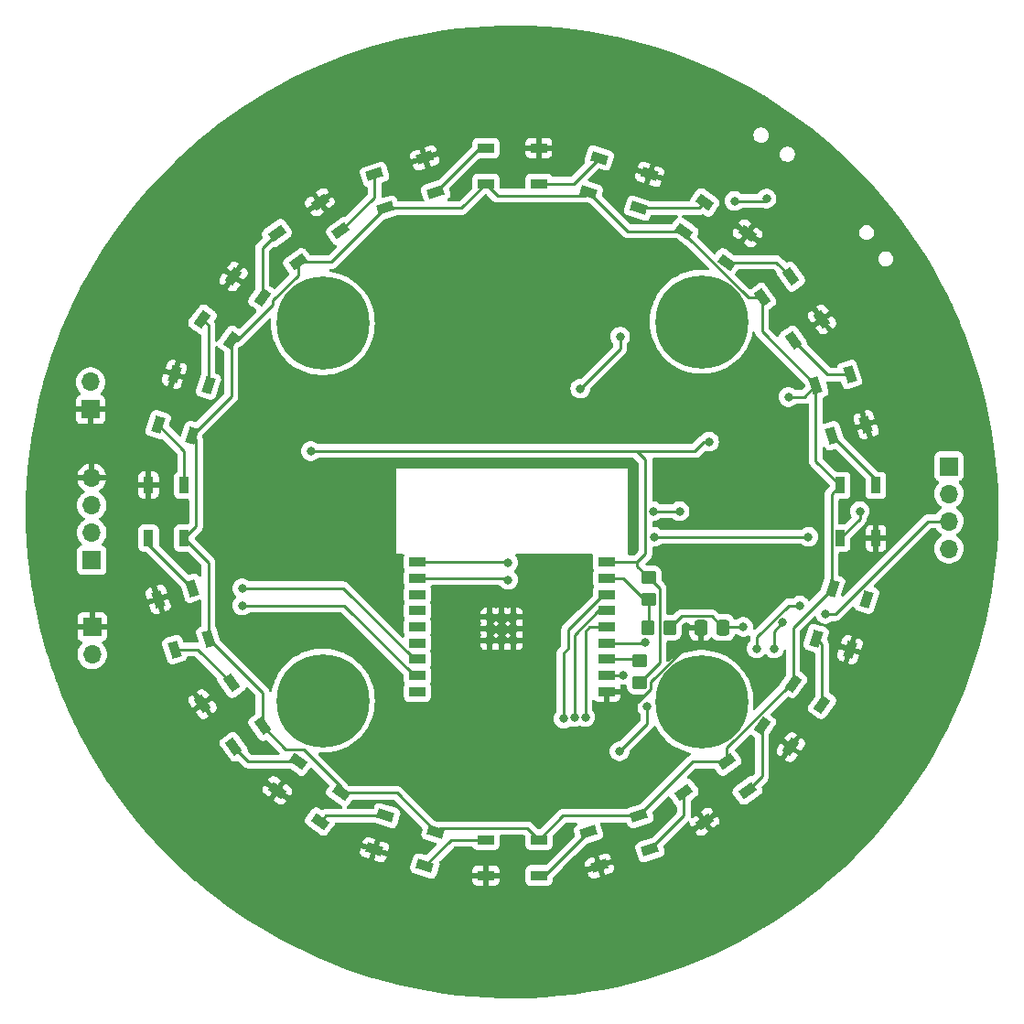
<source format=gbr>
%TF.GenerationSoftware,KiCad,Pcbnew,8.0.2*%
%TF.CreationDate,2024-09-15T21:25:22+02:00*%
%TF.ProjectId,LED_Coaster,4c45445f-436f-4617-9374-65722e6b6963,rev?*%
%TF.SameCoordinates,Original*%
%TF.FileFunction,Copper,L2,Bot*%
%TF.FilePolarity,Positive*%
%FSLAX46Y46*%
G04 Gerber Fmt 4.6, Leading zero omitted, Abs format (unit mm)*
G04 Created by KiCad (PCBNEW 8.0.2) date 2024-09-15 21:25:22*
%MOMM*%
%LPD*%
G01*
G04 APERTURE LIST*
G04 Aperture macros list*
%AMRoundRect*
0 Rectangle with rounded corners*
0 $1 Rounding radius*
0 $2 $3 $4 $5 $6 $7 $8 $9 X,Y pos of 4 corners*
0 Add a 4 corners polygon primitive as box body*
4,1,4,$2,$3,$4,$5,$6,$7,$8,$9,$2,$3,0*
0 Add four circle primitives for the rounded corners*
1,1,$1+$1,$2,$3*
1,1,$1+$1,$4,$5*
1,1,$1+$1,$6,$7*
1,1,$1+$1,$8,$9*
0 Add four rect primitives between the rounded corners*
20,1,$1+$1,$2,$3,$4,$5,0*
20,1,$1+$1,$4,$5,$6,$7,0*
20,1,$1+$1,$6,$7,$8,$9,0*
20,1,$1+$1,$8,$9,$2,$3,0*%
%AMRotRect*
0 Rectangle, with rotation*
0 The origin of the aperture is its center*
0 $1 length*
0 $2 width*
0 $3 Rotation angle, in degrees counterclockwise*
0 Add horizontal line*
21,1,$1,$2,0,0,$3*%
G04 Aperture macros list end*
%TA.AperFunction,ComponentPad*%
%ADD10C,0.900000*%
%TD*%
%TA.AperFunction,ComponentPad*%
%ADD11C,8.600000*%
%TD*%
%TA.AperFunction,ComponentPad*%
%ADD12R,1.700000X1.700000*%
%TD*%
%TA.AperFunction,ComponentPad*%
%ADD13O,1.700000X1.700000*%
%TD*%
%TA.AperFunction,SMDPad,CuDef*%
%ADD14R,0.900000X1.500000*%
%TD*%
%TA.AperFunction,SMDPad,CuDef*%
%ADD15RotRect,1.500000X0.900000X216.000000*%
%TD*%
%TA.AperFunction,SMDPad,CuDef*%
%ADD16R,1.500000X0.900000*%
%TD*%
%TA.AperFunction,SMDPad,CuDef*%
%ADD17RotRect,1.500000X0.900000X54.000000*%
%TD*%
%TA.AperFunction,SMDPad,CuDef*%
%ADD18RoundRect,0.250000X0.350000X0.450000X-0.350000X0.450000X-0.350000X-0.450000X0.350000X-0.450000X0*%
%TD*%
%TA.AperFunction,SMDPad,CuDef*%
%ADD19RotRect,1.500000X0.900000X72.000000*%
%TD*%
%TA.AperFunction,SMDPad,CuDef*%
%ADD20RotRect,1.500000X0.900000X198.000000*%
%TD*%
%TA.AperFunction,SMDPad,CuDef*%
%ADD21RotRect,1.500000X0.900000X234.000000*%
%TD*%
%TA.AperFunction,SMDPad,CuDef*%
%ADD22RoundRect,0.250000X-0.337500X-0.475000X0.337500X-0.475000X0.337500X0.475000X-0.337500X0.475000X0*%
%TD*%
%TA.AperFunction,SMDPad,CuDef*%
%ADD23RotRect,1.500000X0.900000X108.000000*%
%TD*%
%TA.AperFunction,SMDPad,CuDef*%
%ADD24R,0.700000X0.700000*%
%TD*%
%TA.AperFunction,ComponentPad*%
%ADD25C,0.400000*%
%TD*%
%TA.AperFunction,SMDPad,CuDef*%
%ADD26RotRect,1.500000X0.900000X144.000000*%
%TD*%
%TA.AperFunction,SMDPad,CuDef*%
%ADD27RotRect,1.500000X0.900000X36.000000*%
%TD*%
%TA.AperFunction,SMDPad,CuDef*%
%ADD28RotRect,1.500000X0.900000X306.000000*%
%TD*%
%TA.AperFunction,SMDPad,CuDef*%
%ADD29RoundRect,0.250000X0.450000X-0.350000X0.450000X0.350000X-0.450000X0.350000X-0.450000X-0.350000X0*%
%TD*%
%TA.AperFunction,SMDPad,CuDef*%
%ADD30RotRect,1.500000X0.900000X162.000000*%
%TD*%
%TA.AperFunction,SMDPad,CuDef*%
%ADD31RotRect,1.500000X0.900000X324.000000*%
%TD*%
%TA.AperFunction,SMDPad,CuDef*%
%ADD32RotRect,1.500000X0.900000X18.000000*%
%TD*%
%TA.AperFunction,SMDPad,CuDef*%
%ADD33RotRect,1.500000X0.900000X252.000000*%
%TD*%
%TA.AperFunction,SMDPad,CuDef*%
%ADD34RoundRect,0.250000X-0.450000X0.350000X-0.450000X-0.350000X0.450000X-0.350000X0.450000X0.350000X0*%
%TD*%
%TA.AperFunction,SMDPad,CuDef*%
%ADD35RotRect,1.500000X0.900000X126.000000*%
%TD*%
%TA.AperFunction,SMDPad,CuDef*%
%ADD36RotRect,1.500000X0.900000X342.000000*%
%TD*%
%TA.AperFunction,SMDPad,CuDef*%
%ADD37RotRect,1.500000X0.900000X288.000000*%
%TD*%
%TA.AperFunction,ViaPad*%
%ADD38C,0.800000*%
%TD*%
%TA.AperFunction,Conductor*%
%ADD39C,0.250000*%
%TD*%
G04 APERTURE END LIST*
D10*
%TO.P,H3,1*%
%TO.N,N/C*%
X132480581Y-100686581D03*
X130200162Y-99742000D03*
X134761000Y-99742000D03*
X129255581Y-97461581D03*
D11*
X132480581Y-97461581D03*
D10*
X135705581Y-97461581D03*
X130200162Y-95181162D03*
X134761000Y-95181162D03*
X132480581Y-94236581D03*
%TD*%
%TO.P,H4,1*%
%TO.N,N/C*%
X167521419Y-100813581D03*
X165241000Y-99869000D03*
X169801838Y-99869000D03*
X164296419Y-97588581D03*
D11*
X167521419Y-97588581D03*
D10*
X170746419Y-97588581D03*
X165241000Y-95308162D03*
X169801838Y-95308162D03*
X167521419Y-94363581D03*
%TD*%
D12*
%TO.P,J3,1,Pin_1*%
%TO.N,Net-(J3-Pin_1)*%
X190410000Y-75780000D03*
D13*
%TO.P,J3,2,Pin_2*%
%TO.N,Net-(J3-Pin_2)*%
X190410000Y-78320000D03*
%TO.P,J3,3,Pin_3*%
%TO.N,Net-(J3-Pin_3)*%
X190410000Y-80860000D03*
%TO.P,J3,4,Pin_4*%
%TO.N,Net-(J3-Pin_4)*%
X190410000Y-83400000D03*
%TD*%
D12*
%TO.P,J4,1,Pin_1*%
%TO.N,+3V3*%
X111110000Y-84470000D03*
D13*
%TO.P,J4,2,Pin_2*%
%TO.N,Net-(J4-Pin_2)*%
X111110000Y-81930000D03*
%TO.P,J4,3,Pin_3*%
%TO.N,Net-(J4-Pin_3)*%
X111110000Y-79390000D03*
%TO.P,J4,4,Pin_4*%
%TO.N,GND*%
X111110000Y-76850000D03*
%TD*%
D10*
%TO.P,H2,1*%
%TO.N,N/C*%
X167532581Y-65634581D03*
X165252162Y-64690000D03*
X169813000Y-64690000D03*
X164307581Y-62409581D03*
D11*
X167532581Y-62409581D03*
D10*
X170757581Y-62409581D03*
X165252162Y-60129162D03*
X169813000Y-60129162D03*
X167532581Y-59184581D03*
%TD*%
D12*
%TO.P,J2,1,Pin_1*%
%TO.N,GND*%
X111140000Y-90645000D03*
D13*
%TO.P,J2,2,Pin_2*%
%TO.N,Net-(J2-Pin_2)*%
X111140000Y-93185000D03*
%TD*%
D10*
%TO.P,H1,1*%
%TO.N,N/C*%
X132480581Y-65761581D03*
X130200162Y-64817000D03*
X134761000Y-64817000D03*
X129255581Y-62536581D03*
D11*
X132480581Y-62536581D03*
D10*
X135705581Y-62536581D03*
X130200162Y-60256162D03*
X134761000Y-60256162D03*
X132480581Y-59311581D03*
%TD*%
D12*
%TO.P,J1,1,Pin_1*%
%TO.N,GND*%
X111000000Y-70525000D03*
D13*
%TO.P,J1,2,Pin_2*%
%TO.N,+5V*%
X111000000Y-67985000D03*
%TD*%
D14*
%TO.P,D11,1,VDD*%
%TO.N,Net-(D1-VDD)*%
X119656579Y-82429224D03*
%TO.P,D11,2,DOUT*%
%TO.N,Net-(D11-DOUT)*%
X116356579Y-82429224D03*
%TO.P,D11,3,VSS*%
%TO.N,GND*%
X116356579Y-77529224D03*
%TO.P,D11,4,DIN*%
%TO.N,Net-(D10-DOUT)*%
X119656579Y-77529224D03*
%TD*%
D15*
%TO.P,D18,1,VDD*%
%TO.N,Net-(D1-VDD)*%
X169830677Y-103117140D03*
%TO.P,D18,2,DOUT*%
%TO.N,Net-(D18-DOUT)*%
X171770368Y-105786896D03*
%TO.P,D18,3,VSS*%
%TO.N,GND*%
X167806185Y-108667044D03*
%TO.P,D18,4,DIN*%
%TO.N,Net-(D17-DOUT)*%
X165866494Y-105997288D03*
%TD*%
D16*
%TO.P,D16,1,VDD*%
%TO.N,Net-(D1-VDD)*%
X152470908Y-110348802D03*
%TO.P,D16,2,DOUT*%
%TO.N,Net-(D16-DOUT)*%
X152470908Y-113648802D03*
%TO.P,D16,3,VSS*%
%TO.N,GND*%
X147570908Y-113648802D03*
%TO.P,D16,4,DIN*%
%TO.N,Net-(D15-DOUT)*%
X147570908Y-110348802D03*
%TD*%
D17*
%TO.P,D9,1,VDD*%
%TO.N,Net-(D1-VDD)*%
X124008900Y-64123198D03*
%TO.P,D9,2,DOUT*%
%TO.N,Net-(D10-DIN)*%
X121339144Y-62183507D03*
%TO.P,D9,3,VSS*%
%TO.N,GND*%
X124219292Y-58219324D03*
%TO.P,D9,4,DIN*%
%TO.N,Net-(D8-DOUT)*%
X126889048Y-60159015D03*
%TD*%
D18*
%TO.P,R1,1*%
%TO.N,Net-(SW1-B)*%
X164600000Y-90720000D03*
%TO.P,R1,2*%
%TO.N,Net-(U1-EN)*%
X162600000Y-90720000D03*
%TD*%
D19*
%TO.P,D10,1,VDD*%
%TO.N,Net-(D1-VDD)*%
X120380915Y-72947734D03*
%TO.P,D10,2,DOUT*%
%TO.N,Net-(D10-DOUT)*%
X117242427Y-71927977D03*
%TO.P,D10,3,VSS*%
%TO.N,GND*%
X118756609Y-67267800D03*
%TO.P,D10,4,DIN*%
%TO.N,Net-(D10-DIN)*%
X121895097Y-68287557D03*
%TD*%
D20*
%TO.P,D17,1,VDD*%
%TO.N,Net-(D1-VDD)*%
X161720913Y-108101313D03*
%TO.P,D17,2,DOUT*%
%TO.N,Net-(D17-DOUT)*%
X162740670Y-111239801D03*
%TO.P,D17,3,VSS*%
%TO.N,GND*%
X158080493Y-112753983D03*
%TO.P,D17,4,DIN*%
%TO.N,Net-(D16-DOUT)*%
X157060736Y-109615495D03*
%TD*%
D21*
%TO.P,D19,1,VDD*%
%TO.N,Net-(D1-VDD)*%
X175999563Y-95855247D03*
%TO.P,D19,2,DOUT*%
%TO.N,Net-(D19-DOUT)*%
X178669319Y-97794938D03*
%TO.P,D19,3,VSS*%
%TO.N,GND*%
X175789171Y-101759121D03*
%TO.P,D19,4,DIN*%
%TO.N,Net-(D18-DOUT)*%
X173119415Y-99819430D03*
%TD*%
D22*
%TO.P,C3,1*%
%TO.N,GND*%
X167452500Y-90710000D03*
%TO.P,C3,2*%
%TO.N,Net-(SW1-B)*%
X169527500Y-90710000D03*
%TD*%
D23*
%TO.P,D12,1,VDD*%
%TO.N,Net-(D1-VDD)*%
X121904414Y-91707989D03*
%TO.P,D12,2,DOUT*%
%TO.N,Net-(D12-DOUT)*%
X118765926Y-92727746D03*
%TO.P,D12,3,VSS*%
%TO.N,GND*%
X117251744Y-88067569D03*
%TO.P,D12,4,DIN*%
%TO.N,Net-(D11-DOUT)*%
X120390232Y-87047812D03*
%TD*%
D16*
%TO.P,U1,1,3V3*%
%TO.N,+3V3*%
X158750000Y-84640000D03*
%TO.P,U1,2,EN*%
%TO.N,Net-(U1-EN)*%
X158750000Y-86140000D03*
%TO.P,U1,3,IO4*%
%TO.N,Net-(J3-Pin_1)*%
X158750000Y-87640000D03*
%TO.P,U1,4,IO5*%
%TO.N,Net-(J3-Pin_2)*%
X158750000Y-89140000D03*
%TO.P,U1,5,IO6*%
%TO.N,Net-(J3-Pin_3)*%
X158750000Y-90640000D03*
%TO.P,U1,6,IO7*%
%TO.N,Net-(J3-Pin_4)*%
X158750000Y-92140000D03*
%TO.P,U1,7,IO8*%
%TO.N,Net-(U1-IO8)*%
X158750000Y-93640000D03*
%TO.P,U1,8,IO9*%
%TO.N,Net-(J2-Pin_2)*%
X158750000Y-95140000D03*
%TO.P,U1,9,GND*%
%TO.N,GND*%
X158750000Y-96640000D03*
%TO.P,U1,10,IO10*%
%TO.N,unconnected-(U1-IO10-Pad10)*%
X141250000Y-96640000D03*
%TO.P,U1,11,RXD*%
%TO.N,Net-(J4-Pin_3)*%
X141250000Y-95140000D03*
%TO.P,U1,12,TXD*%
%TO.N,Net-(J4-Pin_2)*%
X141250000Y-93640000D03*
%TO.P,U1,13,IO18*%
%TO.N,unconnected-(U1-IO18-Pad13)*%
X141250000Y-92140000D03*
%TO.P,U1,14,IO19*%
%TO.N,unconnected-(U1-IO19-Pad14)*%
X141250000Y-90640000D03*
%TO.P,U1,15,IO3*%
%TO.N,unconnected-(U1-IO3-Pad15)*%
X141250000Y-89140000D03*
%TO.P,U1,16,IO2*%
%TO.N,unconnected-(U1-IO2-Pad16)*%
X141250000Y-87640000D03*
%TO.P,U1,17,IO1*%
%TO.N,/large_ring*%
X141250000Y-86140000D03*
%TO.P,U1,18,IO0*%
%TO.N,/small_ring*%
X141250000Y-84640000D03*
D24*
%TO.P,U1,19,GND*%
%TO.N,GND*%
X150140000Y-89740000D03*
%TO.P,U1,20,GND*%
X149040000Y-89740000D03*
%TO.P,U1,21,GND*%
X147940000Y-89740000D03*
%TO.P,U1,22,GND*%
X150140000Y-90840000D03*
%TO.P,U1,23,GND*%
X149040000Y-90840000D03*
%TO.P,U1,24,GND*%
X147940000Y-90840000D03*
%TO.P,U1,25,GND*%
X150140000Y-91940000D03*
%TO.P,U1,26,GND*%
X149040000Y-91940000D03*
%TO.P,U1,27,GND*%
X147940000Y-91940000D03*
D25*
%TO.P,U1,28,GND*%
X149590000Y-89740000D03*
%TO.P,U1,29,GND*%
X148490000Y-89740000D03*
%TO.P,U1,30,GND*%
X150140000Y-90290000D03*
%TO.P,U1,31,GND*%
X149040000Y-90290000D03*
%TO.P,U1,32,GND*%
X147940000Y-90290000D03*
%TO.P,U1,33,GND*%
X149590000Y-90840000D03*
%TO.P,U1,34,GND*%
X148490000Y-90840000D03*
%TO.P,U1,35,GND*%
X150140000Y-91390000D03*
%TO.P,U1,36,GND*%
X149040000Y-91390000D03*
%TO.P,U1,37,GND*%
X147940000Y-91390000D03*
%TO.P,U1,38,GND*%
X149590000Y-91940000D03*
%TO.P,U1,39,GND*%
X148490000Y-91940000D03*
%TD*%
D26*
%TO.P,D14,1,VDD*%
%TO.N,Net-(D1-VDD)*%
X134159524Y-105985752D03*
%TO.P,D14,2,DOUT*%
%TO.N,Net-(D14-DOUT)*%
X132219833Y-108655508D03*
%TO.P,D14,3,VSS*%
%TO.N,GND*%
X128255650Y-105775360D03*
%TO.P,D14,4,DIN*%
%TO.N,Net-(D13-DOUT)*%
X130195341Y-103105604D03*
%TD*%
D27*
%TO.P,D8,1,VDD*%
%TO.N,Net-(D1-VDD)*%
X130184943Y-56897682D03*
%TO.P,D8,2,DOUT*%
%TO.N,Net-(D8-DOUT)*%
X128245252Y-54227926D03*
%TO.P,D8,3,VSS*%
%TO.N,GND*%
X132209435Y-51347778D03*
%TO.P,D8,4,DIN*%
%TO.N,Net-(D7-DOUT)*%
X134149126Y-54017534D03*
%TD*%
D28*
%TO.P,D3,1,VDD*%
%TO.N,Net-(D1-VDD)*%
X173116426Y-60176700D03*
%TO.P,D3,2,DOUT*%
%TO.N,Net-(D3-DOUT)*%
X175786182Y-58237009D03*
%TO.P,D3,3,VSS*%
%TO.N,GND*%
X178666330Y-62201192D03*
%TO.P,D3,4,DIN*%
%TO.N,Net-(D2-DOUT)*%
X175996574Y-64140883D03*
%TD*%
D29*
%TO.P,R4,1*%
%TO.N,+3V3*%
X161830000Y-95780000D03*
%TO.P,R4,2*%
%TO.N,Net-(U1-IO8)*%
X161830000Y-93780000D03*
%TD*%
D30*
%TO.P,D15,1,VDD*%
%TO.N,Net-(D1-VDD)*%
X142958124Y-109623055D03*
%TO.P,D15,2,DOUT*%
%TO.N,Net-(D15-DOUT)*%
X141938367Y-112761543D03*
%TO.P,D15,3,VSS*%
%TO.N,GND*%
X137278190Y-111247361D03*
%TO.P,D15,4,DIN*%
%TO.N,Net-(D14-DOUT)*%
X138297947Y-108108873D03*
%TD*%
D31*
%TO.P,D4,1,VDD*%
%TO.N,Net-(D1-VDD)*%
X165869340Y-54024494D03*
%TO.P,D4,2,DOUT*%
%TO.N,Net-(D4-DOUT)*%
X167809031Y-51354738D03*
%TO.P,D4,3,VSS*%
%TO.N,GND*%
X171773214Y-54234886D03*
%TO.P,D4,4,DIN*%
%TO.N,Net-(D3-DOUT)*%
X169833523Y-56904642D03*
%TD*%
D32*
%TO.P,D7,1,VDD*%
%TO.N,Net-(D1-VDD)*%
X138286426Y-51896228D03*
%TO.P,D7,2,DOUT*%
%TO.N,Net-(D7-DOUT)*%
X137266669Y-48757740D03*
%TO.P,D7,3,VSS*%
%TO.N,GND*%
X141926846Y-47243558D03*
%TO.P,D7,4,DIN*%
%TO.N,Net-(D6-DOUT)*%
X142946603Y-50382046D03*
%TD*%
D14*
%TO.P,D1,1,VDD*%
%TO.N,Net-(D1-VDD)*%
X180350000Y-77550000D03*
%TO.P,D1,2,DOUT*%
%TO.N,Net-(D1-DOUT)*%
X183650000Y-77550000D03*
%TO.P,D1,3,VSS*%
%TO.N,GND*%
X183650000Y-82450000D03*
%TO.P,D1,4,DIN*%
%TO.N,/large_ring*%
X180350000Y-82450000D03*
%TD*%
D33*
%TO.P,D20,1,VDD*%
%TO.N,Net-(D1-VDD)*%
X179641726Y-87051246D03*
%TO.P,D20,2,DOUT*%
%TO.N,unconnected-(D20-DOUT-Pad2)*%
X182780214Y-88071003D03*
%TO.P,D20,3,VSS*%
%TO.N,GND*%
X181266032Y-92731180D03*
%TO.P,D20,4,DIN*%
%TO.N,Net-(D19-DOUT)*%
X178127544Y-91711423D03*
%TD*%
D34*
%TO.P,R3,1*%
%TO.N,+3V3*%
X162630000Y-86080000D03*
%TO.P,R3,2*%
%TO.N,Net-(U1-EN)*%
X162630000Y-88080000D03*
%TD*%
D35*
%TO.P,D13,1,VDD*%
%TO.N,Net-(D1-VDD)*%
X126896882Y-99801803D03*
%TO.P,D13,2,DOUT*%
%TO.N,Net-(D13-DOUT)*%
X124227126Y-101741494D03*
%TO.P,D13,3,VSS*%
%TO.N,GND*%
X121346978Y-97777311D03*
%TO.P,D13,4,DIN*%
%TO.N,Net-(D12-DOUT)*%
X124016734Y-95837620D03*
%TD*%
D36*
%TO.P,D5,1,VDD*%
%TO.N,Net-(D1-VDD)*%
X157050656Y-50385886D03*
%TO.P,D5,2,DOUT*%
%TO.N,Net-(D5-DOUT)*%
X158070413Y-47247398D03*
%TO.P,D5,3,VSS*%
%TO.N,GND*%
X162730590Y-48761580D03*
%TO.P,D5,4,DIN*%
%TO.N,Net-(D4-DOUT)*%
X161710833Y-51900068D03*
%TD*%
D16*
%TO.P,D6,1,VDD*%
%TO.N,Net-(D1-VDD)*%
X147558307Y-49646217D03*
%TO.P,D6,2,DOUT*%
%TO.N,Net-(D6-DOUT)*%
X147558307Y-46346217D03*
%TO.P,D6,3,VSS*%
%TO.N,GND*%
X152458307Y-46346217D03*
%TO.P,D6,4,DIN*%
%TO.N,Net-(D5-DOUT)*%
X152458307Y-49646217D03*
%TD*%
D37*
%TO.P,D2,1,VDD*%
%TO.N,Net-(D1-VDD)*%
X178095250Y-68293363D03*
%TO.P,D2,2,DOUT*%
%TO.N,Net-(D2-DOUT)*%
X181233738Y-67273606D03*
%TO.P,D2,3,VSS*%
%TO.N,GND*%
X182747920Y-71933783D03*
%TO.P,D2,4,DIN*%
%TO.N,Net-(D1-DOUT)*%
X179609432Y-72953540D03*
%TD*%
D38*
%TO.N,/small_ring*%
X149620000Y-84692500D03*
%TO.N,GND*%
X173020000Y-76180000D03*
X116290000Y-74990000D03*
X168670000Y-75961250D03*
X119320000Y-65150000D03*
X132157500Y-70405000D03*
X137960000Y-94950000D03*
X122632500Y-80723750D03*
X127395000Y-71992500D03*
X126410000Y-68150000D03*
X188690000Y-61700000D03*
X129450000Y-83020000D03*
X181260000Y-49800000D03*
X162320000Y-65642500D03*
X140095000Y-64055000D03*
X166110000Y-90630000D03*
X161526250Y-97392500D03*
X148032500Y-98980000D03*
X151207500Y-61673750D03*
X122632500Y-75961250D03*
%TO.N,/large_ring*%
X182163750Y-79930000D03*
X177401250Y-82311250D03*
X163113750Y-82311250D03*
X149620000Y-86280000D03*
%TO.N,/small_ring*%
X163058155Y-79930000D03*
X165495000Y-79930000D03*
%TO.N,Net-(D1-VDD)*%
X175560000Y-69370000D03*
%TO.N,Net-(D21-VDD)*%
X173540000Y-51010000D03*
X156310000Y-68600000D03*
X159990000Y-63780000D03*
X170580000Y-51240000D03*
%TO.N,+3V3*%
X168220000Y-73500000D03*
X131363750Y-74373750D03*
%TO.N,Net-(SW1-B)*%
X171380000Y-90630000D03*
%TO.N,Net-(J2-Pin_2)*%
X159938750Y-102155000D03*
X162500000Y-98030000D03*
X160290000Y-95100000D03*
%TO.N,Net-(J3-Pin_3)*%
X156763750Y-98980000D03*
X174226250Y-92630000D03*
X178988750Y-89455000D03*
X175020000Y-90248750D03*
%TO.N,Net-(J3-Pin_4)*%
X162343903Y-92043903D03*
%TO.N,Net-(J3-Pin_2)*%
X172638750Y-92630000D03*
X176607500Y-88661250D03*
X155763747Y-98980000D03*
%TO.N,Net-(J3-Pin_1)*%
X154763744Y-99135534D03*
%TO.N,Net-(J4-Pin_3)*%
X125013750Y-88661250D03*
%TO.N,Net-(J4-Pin_2)*%
X125013750Y-87073750D03*
%TD*%
D39*
%TO.N,Net-(D1-DOUT)*%
X179609432Y-72953540D02*
X183650000Y-76994108D01*
X183650000Y-76994108D02*
X183650000Y-77550000D01*
%TO.N,GND*%
X161837600Y-97392500D02*
X161526250Y-97392500D01*
X166110000Y-92459262D02*
X162855000Y-95714262D01*
X162855000Y-96375100D02*
X161837600Y-97392500D01*
X166110000Y-90630000D02*
X166110000Y-92459262D01*
X162855000Y-95714262D02*
X162855000Y-96375100D01*
%TO.N,/large_ring*%
X141250000Y-86140000D02*
X149480000Y-86140000D01*
X182163750Y-80636250D02*
X180350000Y-82450000D01*
X163113750Y-82311250D02*
X177401250Y-82311250D01*
X149480000Y-86140000D02*
X149620000Y-86280000D01*
X182163750Y-79930000D02*
X182163750Y-80636250D01*
%TO.N,Net-(D2-DOUT)*%
X175996574Y-64140883D02*
X179129297Y-67273606D01*
X179129297Y-67273606D02*
X181233738Y-67273606D01*
%TO.N,Net-(D3-DOUT)*%
X174453815Y-56904642D02*
X175786182Y-58237009D01*
X169833523Y-56904642D02*
X174453815Y-56904642D01*
%TO.N,Net-(D4-DOUT)*%
X161710833Y-51900068D02*
X167263701Y-51900068D01*
X167263701Y-51900068D02*
X167809031Y-51354738D01*
%TO.N,Net-(D5-DOUT)*%
X155671594Y-49646217D02*
X158070413Y-47247398D01*
X152458307Y-49646217D02*
X155671594Y-49646217D01*
%TO.N,Net-(D6-DOUT)*%
X146982432Y-46346217D02*
X147558307Y-46346217D01*
X142946603Y-50382046D02*
X146982432Y-46346217D01*
%TO.N,Net-(D7-DOUT)*%
X137266669Y-50899991D02*
X137266669Y-48757740D01*
X134149126Y-54017534D02*
X137266669Y-50899991D01*
%TO.N,Net-(D8-DOUT)*%
X126889048Y-55584130D02*
X128245252Y-54227926D01*
X126889048Y-60159015D02*
X126889048Y-55584130D01*
%TO.N,Net-(D10-DIN)*%
X121895097Y-62739460D02*
X121339144Y-62183507D01*
X121895097Y-68287557D02*
X121895097Y-62739460D01*
%TO.N,Net-(D10-DOUT)*%
X119656579Y-77529224D02*
X119656579Y-74342129D01*
X119656579Y-74342129D02*
X117242427Y-71927977D01*
%TO.N,Net-(D11-DOUT)*%
X116356579Y-83014159D02*
X116356579Y-82429224D01*
X120390232Y-87047812D02*
X116356579Y-83014159D01*
%TO.N,Net-(D12-DOUT)*%
X120906860Y-92727746D02*
X118765926Y-92727746D01*
X124016734Y-95837620D02*
X120906860Y-92727746D01*
%TO.N,Net-(D13-DOUT)*%
X125591236Y-103105604D02*
X124227126Y-101741494D01*
X130195341Y-103105604D02*
X125591236Y-103105604D01*
%TO.N,Net-(D14-DOUT)*%
X132766468Y-108108873D02*
X132219833Y-108655508D01*
X138297947Y-108108873D02*
X132766468Y-108108873D01*
%TO.N,Net-(D15-DOUT)*%
X144351108Y-110348802D02*
X141938367Y-112761543D01*
X147570908Y-110348802D02*
X144351108Y-110348802D01*
%TO.N,Net-(D16-DOUT)*%
X157060736Y-109615495D02*
X153027429Y-113648802D01*
X153027429Y-113648802D02*
X152470908Y-113648802D01*
%TO.N,Net-(D17-DOUT)*%
X162740670Y-111239801D02*
X165866494Y-108113977D01*
X165866494Y-108113977D02*
X165866494Y-105997288D01*
%TO.N,Net-(D18-DOUT)*%
X173119415Y-104437849D02*
X173119415Y-99819430D01*
X171770368Y-105786896D02*
X173119415Y-104437849D01*
%TO.N,Net-(D19-DOUT)*%
X178669319Y-92253198D02*
X178127544Y-91711423D01*
X178669319Y-97794938D02*
X178669319Y-92253198D01*
%TO.N,/small_ring*%
X163058155Y-79930000D02*
X165495000Y-79930000D01*
X141250000Y-84640000D02*
X149567500Y-84640000D01*
X149567500Y-84640000D02*
X149620000Y-84692500D01*
%TO.N,Net-(D1-VDD)*%
X124008900Y-64123198D02*
X124565131Y-64123198D01*
X160689264Y-54024494D02*
X165869340Y-54024494D01*
X130184943Y-58117225D02*
X130184943Y-56897682D01*
X130705710Y-101975707D02*
X129070786Y-101975707D01*
X126896882Y-99801803D02*
X126896882Y-96700457D01*
X121904414Y-91707989D02*
X121904414Y-84677059D01*
X165869340Y-54024494D02*
X165869340Y-54194564D01*
X177018613Y-69370000D02*
X178095250Y-68293363D01*
X133284972Y-56897682D02*
X138286426Y-51896228D01*
X127855581Y-60832748D02*
X127855581Y-60446587D01*
X147558307Y-49646217D02*
X148655098Y-50743008D01*
X175829493Y-95855247D02*
X169830677Y-101854063D01*
X126896882Y-96700457D02*
X121904414Y-91707989D01*
X151388039Y-109265933D02*
X143315246Y-109265933D01*
X175999563Y-95855247D02*
X175829493Y-95855247D01*
X129070786Y-101975707D02*
X126896882Y-99801803D01*
X152470908Y-110348802D02*
X151388039Y-109265933D01*
X148655098Y-50743008D02*
X156693534Y-50743008D01*
X120738037Y-81347766D02*
X120738037Y-73304856D01*
X154718397Y-108101313D02*
X152470908Y-110348802D01*
X161720913Y-108101313D02*
X154718397Y-108101313D01*
X179641726Y-87051246D02*
X175999563Y-90693409D01*
X143315246Y-109265933D02*
X142958124Y-109623055D01*
X180350000Y-77550000D02*
X179575000Y-78325000D01*
X134159524Y-105985752D02*
X134159524Y-105429521D01*
X120380915Y-72947734D02*
X124008900Y-69319749D01*
X175999563Y-90693409D02*
X175999563Y-95855247D01*
X130184943Y-56897682D02*
X133284972Y-56897682D01*
X173116426Y-60176700D02*
X173116426Y-63314539D01*
X169830677Y-101854063D02*
X169830677Y-103117140D01*
X173116426Y-63314539D02*
X178095250Y-68293363D01*
X142958124Y-109623055D02*
X139320821Y-105985752D01*
X127855581Y-60446587D02*
X130184943Y-58117225D01*
X175560000Y-69370000D02*
X177018613Y-69370000D01*
X179575000Y-78325000D02*
X179575000Y-86984520D01*
X145308296Y-51896228D02*
X147558307Y-49646217D01*
X124565131Y-64123198D02*
X127855581Y-60832748D01*
X179575000Y-86984520D02*
X179641726Y-87051246D01*
X166705086Y-103117140D02*
X161720913Y-108101313D01*
X138286426Y-51896228D02*
X145308296Y-51896228D01*
X157050656Y-50385886D02*
X160689264Y-54024494D01*
X121904414Y-84677059D02*
X119656579Y-82429224D01*
X119656579Y-82429224D02*
X120738037Y-81347766D01*
X178095250Y-75295250D02*
X180350000Y-77550000D01*
X120738037Y-73304856D02*
X120380915Y-72947734D01*
X165869340Y-54194564D02*
X171851476Y-60176700D01*
X139320821Y-105985752D02*
X134159524Y-105985752D01*
X134159524Y-105429521D02*
X130705710Y-101975707D01*
X169830677Y-103117140D02*
X166705086Y-103117140D01*
X156693534Y-50743008D02*
X157050656Y-50385886D01*
X178095250Y-68293363D02*
X178095250Y-75295250D01*
X124008900Y-69319749D02*
X124008900Y-64123198D01*
X171851476Y-60176700D02*
X173116426Y-60176700D01*
%TO.N,Net-(D21-VDD)*%
X159990000Y-63780000D02*
X159990000Y-64920000D01*
X173540000Y-51010000D02*
X173310000Y-51240000D01*
X159990000Y-64920000D02*
X156310000Y-68600000D01*
X173310000Y-51240000D02*
X170580000Y-51240000D01*
%TO.N,+3V3*%
X161578750Y-85028750D02*
X161578750Y-84640000D01*
X162320000Y-75167500D02*
X161526250Y-74373750D01*
X161578750Y-84640000D02*
X162320000Y-83898750D01*
X161526250Y-74373750D02*
X131363750Y-74373750D01*
X158750000Y-84640000D02*
X161578750Y-84640000D01*
X168220000Y-73500000D02*
X167760000Y-73500000D01*
X162320000Y-83898750D02*
X162320000Y-75167500D01*
X161830000Y-95780000D02*
X163655000Y-93955000D01*
X166886250Y-74373750D02*
X161526250Y-74373750D01*
X167760000Y-73500000D02*
X166886250Y-74373750D01*
X163655000Y-93955000D02*
X163655000Y-87105000D01*
X163655000Y-87105000D02*
X162630000Y-86080000D01*
X162630000Y-86080000D02*
X161578750Y-85028750D01*
%TO.N,Net-(SW1-B)*%
X168477500Y-89660000D02*
X165660000Y-89660000D01*
X165660000Y-89660000D02*
X164600000Y-90720000D01*
X171380000Y-90630000D02*
X169607500Y-90630000D01*
X169607500Y-90630000D02*
X169527500Y-90710000D01*
X169527500Y-90710000D02*
X168477500Y-89660000D01*
%TO.N,Net-(J2-Pin_2)*%
X160250000Y-95140000D02*
X160290000Y-95100000D01*
X158750000Y-95140000D02*
X160250000Y-95140000D01*
X162500000Y-99593750D02*
X159938750Y-102155000D01*
X162500000Y-98030000D02*
X162500000Y-99593750D01*
%TO.N,Net-(J3-Pin_3)*%
X188483035Y-80860000D02*
X179888035Y-89455000D01*
X156763750Y-98980000D02*
X156763750Y-91042500D01*
X174226250Y-91042500D02*
X174226250Y-92630000D01*
X179888035Y-89455000D02*
X178988750Y-89455000D01*
X157166250Y-90640000D02*
X158750000Y-90640000D01*
X156763750Y-91042500D02*
X157166250Y-90640000D01*
X190410000Y-80860000D02*
X188483035Y-80860000D01*
X175020000Y-90248750D02*
X174226250Y-91042500D01*
%TO.N,Net-(J3-Pin_4)*%
X158750000Y-92140000D02*
X162247806Y-92140000D01*
X162247806Y-92140000D02*
X162343903Y-92043903D01*
%TO.N,Net-(J3-Pin_2)*%
X175582195Y-88661250D02*
X176607500Y-88661250D01*
X172638750Y-91604695D02*
X175582195Y-88661250D01*
X158750000Y-89140000D02*
X158029854Y-89140000D01*
X158029854Y-89140000D02*
X155763747Y-91406107D01*
X155763747Y-91406107D02*
X155763747Y-98980000D01*
X172638750Y-92630000D02*
X172638750Y-91604695D01*
%TO.N,Net-(J3-Pin_1)*%
X155176250Y-91836250D02*
X155176250Y-92630000D01*
X158450000Y-87640000D02*
X155176250Y-90913750D01*
X158750000Y-87640000D02*
X158450000Y-87640000D01*
X155176250Y-92630000D02*
X154763744Y-93042506D01*
X154763744Y-93042506D02*
X154763744Y-99135534D01*
X155176250Y-90913750D02*
X155176250Y-91836250D01*
%TO.N,Net-(J4-Pin_3)*%
X134471250Y-88661250D02*
X140950000Y-95140000D01*
X125013750Y-88661250D02*
X134471250Y-88661250D01*
X140950000Y-95140000D02*
X141250000Y-95140000D01*
%TO.N,Net-(J4-Pin_2)*%
X134383750Y-87073750D02*
X125013750Y-87073750D01*
X140950000Y-93640000D02*
X134383750Y-87073750D01*
X141250000Y-93640000D02*
X140950000Y-93640000D01*
%TO.N,Net-(U1-IO8)*%
X161690000Y-93640000D02*
X161830000Y-93780000D01*
X158750000Y-93640000D02*
X161690000Y-93640000D01*
%TO.N,Net-(U1-EN)*%
X162250000Y-88080000D02*
X160310000Y-86140000D01*
X162630000Y-90690000D02*
X162600000Y-90720000D01*
X160310000Y-86140000D02*
X158750000Y-86140000D01*
X162630000Y-88080000D02*
X162250000Y-88080000D01*
X162630000Y-88080000D02*
X162630000Y-90690000D01*
X162520000Y-90640000D02*
X162600000Y-90720000D01*
%TD*%
%TA.AperFunction,Conductor*%
%TO.N,GND*%
G36*
X147636580Y-50624402D02*
G01*
X147657222Y-50641036D01*
X148251261Y-51235077D01*
X148251264Y-51235080D01*
X148355017Y-51304405D01*
X148355023Y-51304409D01*
X148373383Y-51312013D01*
X148428454Y-51334825D01*
X148428459Y-51334826D01*
X148428463Y-51334828D01*
X148470313Y-51352163D01*
X148592699Y-51376507D01*
X148592703Y-51376508D01*
X148592704Y-51376508D01*
X156755929Y-51376508D01*
X156755929Y-51376507D01*
X156855631Y-51356676D01*
X156874162Y-51352990D01*
X156936669Y-51356675D01*
X157188135Y-51438381D01*
X157237496Y-51468630D01*
X160285427Y-54516563D01*
X160285431Y-54516566D01*
X160389185Y-54585893D01*
X160389187Y-54585893D01*
X160389189Y-54585895D01*
X160504479Y-54633649D01*
X160504481Y-54633649D01*
X160504486Y-54633651D01*
X160626865Y-54657993D01*
X160626869Y-54657994D01*
X160626870Y-54657994D01*
X160751658Y-54657994D01*
X165070291Y-54657994D01*
X165137330Y-54677679D01*
X165143176Y-54681676D01*
X165952043Y-55269352D01*
X165952060Y-55269364D01*
X166004883Y-55299695D01*
X166075562Y-55319356D01*
X166130011Y-55351139D01*
X168200563Y-57421691D01*
X168234048Y-57483014D01*
X168229064Y-57552706D01*
X168187192Y-57608639D01*
X168121728Y-57633056D01*
X168101771Y-57632873D01*
X167748531Y-57601081D01*
X167316631Y-57601081D01*
X166886470Y-57639796D01*
X166886465Y-57639796D01*
X166886463Y-57639797D01*
X166461503Y-57716916D01*
X166045185Y-57831812D01*
X166045169Y-57831818D01*
X165862335Y-57900437D01*
X165640815Y-57983575D01*
X165640813Y-57983576D01*
X165640806Y-57983578D01*
X165251695Y-58170964D01*
X165251689Y-58170967D01*
X164880918Y-58392492D01*
X164531519Y-58646346D01*
X164531502Y-58646359D01*
X164206257Y-58930519D01*
X164206252Y-58930523D01*
X163907788Y-59242692D01*
X163907785Y-59242695D01*
X163638497Y-59580371D01*
X163638496Y-59580372D01*
X163400573Y-59940811D01*
X163400573Y-59940812D01*
X163195906Y-60321145D01*
X163141624Y-60448145D01*
X163077010Y-60599319D01*
X163026155Y-60718300D01*
X162892691Y-61129058D01*
X162796586Y-61550122D01*
X162738611Y-61978116D01*
X162738610Y-61978125D01*
X162719234Y-62409577D01*
X162719234Y-62409584D01*
X162738610Y-62841036D01*
X162738610Y-62841044D01*
X162738611Y-62841046D01*
X162749285Y-62919844D01*
X162796586Y-63269039D01*
X162892691Y-63690103D01*
X162921900Y-63780000D01*
X163026158Y-64100870D01*
X163195905Y-64498014D01*
X163400569Y-64878343D01*
X163400573Y-64878349D01*
X163400573Y-64878350D01*
X163638496Y-65238789D01*
X163638497Y-65238790D01*
X163865096Y-65522936D01*
X163907787Y-65576468D01*
X164206257Y-65888643D01*
X164531508Y-66172807D01*
X164531518Y-66172814D01*
X164531519Y-66172815D01*
X164880918Y-66426669D01*
X164880922Y-66426671D01*
X164880923Y-66426672D01*
X165205204Y-66620421D01*
X165251689Y-66648194D01*
X165251695Y-66648197D01*
X165640806Y-66835583D01*
X165640807Y-66835583D01*
X165640815Y-66835587D01*
X166045175Y-66987346D01*
X166045182Y-66987348D01*
X166045185Y-66987349D01*
X166461503Y-67102245D01*
X166461505Y-67102245D01*
X166461511Y-67102247D01*
X166886470Y-67179366D01*
X167316631Y-67218081D01*
X167316638Y-67218081D01*
X167748524Y-67218081D01*
X167748531Y-67218081D01*
X168178692Y-67179366D01*
X168603651Y-67102247D01*
X169019987Y-66987346D01*
X169424347Y-66835587D01*
X169813475Y-66648193D01*
X170184239Y-66426672D01*
X170533654Y-66172807D01*
X170858905Y-65888643D01*
X171157375Y-65576468D01*
X171426661Y-65238795D01*
X171664593Y-64878343D01*
X171869257Y-64498014D01*
X172039004Y-64100870D01*
X172172469Y-63690109D01*
X172242424Y-63383614D01*
X172276531Y-63322638D01*
X172338193Y-63289780D01*
X172407830Y-63295475D01*
X172463334Y-63337915D01*
X172484931Y-63387017D01*
X172507269Y-63499318D01*
X172507271Y-63499324D01*
X172555024Y-63614611D01*
X172555029Y-63614620D01*
X172624354Y-63718371D01*
X172624357Y-63718375D01*
X177012503Y-68106520D01*
X177042753Y-68155883D01*
X177091389Y-68305569D01*
X177093384Y-68375410D01*
X177061139Y-68431568D01*
X176792526Y-68700182D01*
X176731206Y-68733666D01*
X176704847Y-68736500D01*
X176267309Y-68736500D01*
X176200270Y-68716815D01*
X176175160Y-68695473D01*
X176171254Y-68691135D01*
X176096911Y-68637121D01*
X176016752Y-68578882D01*
X175842288Y-68501206D01*
X175842286Y-68501205D01*
X175655487Y-68461500D01*
X175464513Y-68461500D01*
X175277714Y-68501205D01*
X175103246Y-68578883D01*
X174948745Y-68691135D01*
X174820959Y-68833057D01*
X174725473Y-68998443D01*
X174725470Y-68998450D01*
X174666459Y-69180068D01*
X174666458Y-69180072D01*
X174646496Y-69370000D01*
X174666458Y-69559928D01*
X174666459Y-69559931D01*
X174725470Y-69741549D01*
X174725473Y-69741556D01*
X174820960Y-69906944D01*
X174948747Y-70048866D01*
X175103248Y-70161118D01*
X175277712Y-70238794D01*
X175464513Y-70278500D01*
X175655487Y-70278500D01*
X175842288Y-70238794D01*
X176016752Y-70161118D01*
X176171253Y-70048866D01*
X176175160Y-70044527D01*
X176234646Y-70007879D01*
X176267309Y-70003500D01*
X177081008Y-70003500D01*
X177081009Y-70003499D01*
X177203398Y-69979155D01*
X177290297Y-69943159D01*
X177359767Y-69935691D01*
X177422246Y-69966966D01*
X177457898Y-70027055D01*
X177461750Y-70057721D01*
X177461750Y-75357648D01*
X177486093Y-75480027D01*
X177486095Y-75480035D01*
X177533848Y-75595322D01*
X177533853Y-75595331D01*
X177603178Y-75699082D01*
X177603181Y-75699086D01*
X179355181Y-77451085D01*
X179388666Y-77512408D01*
X179391500Y-77538766D01*
X179391500Y-77561233D01*
X179371815Y-77628272D01*
X179355180Y-77648914D01*
X179171167Y-77832929D01*
X179127047Y-77877049D01*
X179082927Y-77921168D01*
X179013603Y-78024918D01*
X179013598Y-78024927D01*
X178965845Y-78140214D01*
X178965843Y-78140222D01*
X178941500Y-78262601D01*
X178941500Y-86084908D01*
X178935431Y-86123226D01*
X178589229Y-87188724D01*
X178558979Y-87238087D01*
X177580213Y-88216853D01*
X177518890Y-88250338D01*
X177449198Y-88245354D01*
X177393265Y-88203482D01*
X177385145Y-88191172D01*
X177346540Y-88124306D01*
X177218753Y-87982384D01*
X177064252Y-87870132D01*
X176889788Y-87792456D01*
X176889786Y-87792455D01*
X176702987Y-87752750D01*
X176512013Y-87752750D01*
X176325214Y-87792455D01*
X176150746Y-87870133D01*
X175996245Y-87982385D01*
X175992340Y-87986723D01*
X175932854Y-88023371D01*
X175900191Y-88027750D01*
X175519796Y-88027750D01*
X175397417Y-88052093D01*
X175397409Y-88052095D01*
X175282122Y-88099848D01*
X175282113Y-88099853D01*
X175178362Y-88169178D01*
X175178358Y-88169181D01*
X172491305Y-90856235D01*
X172429982Y-90889720D01*
X172360290Y-90884736D01*
X172304357Y-90842864D01*
X172279940Y-90777400D01*
X172280302Y-90755602D01*
X172293504Y-90630000D01*
X172273542Y-90440072D01*
X172214527Y-90258444D01*
X172119040Y-90093056D01*
X171991253Y-89951134D01*
X171836752Y-89838882D01*
X171662288Y-89761206D01*
X171662286Y-89761205D01*
X171475487Y-89721500D01*
X171284513Y-89721500D01*
X171097714Y-89761205D01*
X170923246Y-89838883D01*
X170768744Y-89951136D01*
X170766207Y-89953954D01*
X170764333Y-89955108D01*
X170763918Y-89955482D01*
X170763849Y-89955406D01*
X170706718Y-89990597D01*
X170636861Y-89989261D01*
X170578816Y-89950370D01*
X170561045Y-89918403D01*
X170560170Y-89918812D01*
X170557118Y-89912268D01*
X170557115Y-89912264D01*
X170557115Y-89912262D01*
X170464030Y-89761348D01*
X170338652Y-89635970D01*
X170231293Y-89569750D01*
X170187740Y-89542886D01*
X170187735Y-89542884D01*
X170019427Y-89487113D01*
X169915552Y-89476500D01*
X169915545Y-89476500D01*
X169241266Y-89476500D01*
X169174227Y-89456815D01*
X169153585Y-89440181D01*
X168881336Y-89167931D01*
X168881332Y-89167928D01*
X168777581Y-89098603D01*
X168777572Y-89098598D01*
X168662285Y-89050845D01*
X168662277Y-89050843D01*
X168539898Y-89026500D01*
X168539894Y-89026500D01*
X165722393Y-89026500D01*
X165597606Y-89026500D01*
X165597601Y-89026500D01*
X165475222Y-89050843D01*
X165475214Y-89050845D01*
X165359927Y-89098598D01*
X165359918Y-89098603D01*
X165256167Y-89167928D01*
X165256163Y-89167931D01*
X164948914Y-89475181D01*
X164887591Y-89508666D01*
X164861233Y-89511500D01*
X164412500Y-89511500D01*
X164345461Y-89491815D01*
X164299706Y-89439011D01*
X164288500Y-89387500D01*
X164288500Y-87042605D01*
X164288499Y-87042601D01*
X164264155Y-86920215D01*
X164227218Y-86831043D01*
X164216401Y-86804927D01*
X164216396Y-86804918D01*
X164147072Y-86701168D01*
X164119812Y-86673908D01*
X164058833Y-86612929D01*
X163874818Y-86428914D01*
X163841333Y-86367591D01*
X163838499Y-86341233D01*
X163838499Y-85679462D01*
X163838498Y-85679446D01*
X163838218Y-85676707D01*
X163827887Y-85575574D01*
X163772115Y-85407262D01*
X163679030Y-85256348D01*
X163553652Y-85130970D01*
X163402738Y-85037885D01*
X163260718Y-84990825D01*
X163234427Y-84982113D01*
X163130552Y-84971500D01*
X163130545Y-84971500D01*
X162468766Y-84971500D01*
X162401727Y-84951815D01*
X162381085Y-84935181D01*
X162367960Y-84922056D01*
X162334475Y-84860733D01*
X162339459Y-84791041D01*
X162367960Y-84746694D01*
X162573464Y-84541191D01*
X162812072Y-84302583D01*
X162881400Y-84198825D01*
X162929155Y-84083535D01*
X162953500Y-83961144D01*
X162953500Y-83836356D01*
X162953500Y-83343750D01*
X162973185Y-83276711D01*
X163025989Y-83230956D01*
X163077500Y-83219750D01*
X163209237Y-83219750D01*
X163396038Y-83180044D01*
X163570502Y-83102368D01*
X163725003Y-82990116D01*
X163728910Y-82985777D01*
X163788396Y-82949129D01*
X163821059Y-82944750D01*
X176693941Y-82944750D01*
X176760980Y-82964435D01*
X176786090Y-82985777D01*
X176789997Y-82990116D01*
X176944498Y-83102368D01*
X177118962Y-83180044D01*
X177305763Y-83219750D01*
X177496737Y-83219750D01*
X177683538Y-83180044D01*
X177858002Y-83102368D01*
X178012503Y-82990116D01*
X178140290Y-82848194D01*
X178235777Y-82682806D01*
X178294792Y-82501178D01*
X178314754Y-82311250D01*
X178294792Y-82121322D01*
X178235777Y-81939694D01*
X178140290Y-81774306D01*
X178012503Y-81632384D01*
X177858002Y-81520132D01*
X177683538Y-81442456D01*
X177683536Y-81442455D01*
X177496737Y-81402750D01*
X177305763Y-81402750D01*
X177118964Y-81442455D01*
X177084245Y-81457913D01*
X176969971Y-81508791D01*
X176944496Y-81520133D01*
X176789995Y-81632385D01*
X176786090Y-81636723D01*
X176726604Y-81673371D01*
X176693941Y-81677750D01*
X163821059Y-81677750D01*
X163754020Y-81658065D01*
X163728910Y-81636723D01*
X163725004Y-81632385D01*
X163670273Y-81592620D01*
X163570502Y-81520132D01*
X163396038Y-81442456D01*
X163396036Y-81442455D01*
X163209237Y-81402750D01*
X163077500Y-81402750D01*
X163010461Y-81383065D01*
X162964706Y-81330261D01*
X162953500Y-81278750D01*
X162953500Y-80962500D01*
X162973185Y-80895461D01*
X163025989Y-80849706D01*
X163077500Y-80838500D01*
X163153642Y-80838500D01*
X163340443Y-80798794D01*
X163514907Y-80721118D01*
X163669408Y-80608866D01*
X163673315Y-80604527D01*
X163732801Y-80567879D01*
X163765464Y-80563500D01*
X164787691Y-80563500D01*
X164854730Y-80583185D01*
X164879840Y-80604527D01*
X164883747Y-80608866D01*
X165038248Y-80721118D01*
X165212712Y-80798794D01*
X165399513Y-80838500D01*
X165590487Y-80838500D01*
X165777288Y-80798794D01*
X165951752Y-80721118D01*
X166106253Y-80608866D01*
X166234040Y-80466944D01*
X166329527Y-80301556D01*
X166388542Y-80119928D01*
X166408504Y-79930000D01*
X166388542Y-79740072D01*
X166329527Y-79558444D01*
X166234040Y-79393056D01*
X166106253Y-79251134D01*
X165951752Y-79138882D01*
X165777288Y-79061206D01*
X165777286Y-79061205D01*
X165590487Y-79021500D01*
X165399513Y-79021500D01*
X165212714Y-79061205D01*
X165038246Y-79138883D01*
X164883745Y-79251135D01*
X164879840Y-79255473D01*
X164820354Y-79292121D01*
X164787691Y-79296500D01*
X163765464Y-79296500D01*
X163698425Y-79276815D01*
X163673315Y-79255473D01*
X163669409Y-79251135D01*
X163551720Y-79165628D01*
X163514907Y-79138882D01*
X163340443Y-79061206D01*
X163340441Y-79061205D01*
X163153642Y-79021500D01*
X163077500Y-79021500D01*
X163010461Y-79001815D01*
X162964706Y-78949011D01*
X162953500Y-78897500D01*
X162953500Y-75131250D01*
X162973185Y-75064211D01*
X163025989Y-75018456D01*
X163077500Y-75007250D01*
X166948645Y-75007250D01*
X166948646Y-75007249D01*
X167071035Y-74982905D01*
X167186325Y-74935150D01*
X167290083Y-74865821D01*
X167773243Y-74382659D01*
X167834566Y-74349175D01*
X167904257Y-74354159D01*
X167911359Y-74357061D01*
X167937712Y-74368794D01*
X168124513Y-74408500D01*
X168315487Y-74408500D01*
X168502288Y-74368794D01*
X168676752Y-74291118D01*
X168831253Y-74178866D01*
X168959040Y-74036944D01*
X169054527Y-73871556D01*
X169113542Y-73689928D01*
X169133504Y-73500000D01*
X169113542Y-73310072D01*
X169054527Y-73128444D01*
X168959040Y-72963056D01*
X168831253Y-72821134D01*
X168676752Y-72708882D01*
X168502288Y-72631206D01*
X168502286Y-72631205D01*
X168315487Y-72591500D01*
X168124513Y-72591500D01*
X167937714Y-72631205D01*
X167763246Y-72708883D01*
X167608748Y-72821133D01*
X167608747Y-72821134D01*
X167547362Y-72889308D01*
X167502668Y-72920895D01*
X167459923Y-72938600D01*
X167459922Y-72938601D01*
X167356171Y-73007925D01*
X167356163Y-73007931D01*
X166660165Y-73703931D01*
X166598842Y-73737416D01*
X166572484Y-73740250D01*
X132071059Y-73740250D01*
X132004020Y-73720565D01*
X131978910Y-73699223D01*
X131975004Y-73694885D01*
X131968186Y-73689931D01*
X131820502Y-73582632D01*
X131646038Y-73504956D01*
X131646036Y-73504955D01*
X131459237Y-73465250D01*
X131268263Y-73465250D01*
X131081464Y-73504955D01*
X130906996Y-73582633D01*
X130752495Y-73694885D01*
X130624709Y-73836807D01*
X130529223Y-74002193D01*
X130529220Y-74002200D01*
X130471652Y-74179377D01*
X130470208Y-74183822D01*
X130450246Y-74373750D01*
X130470208Y-74563678D01*
X130470209Y-74563681D01*
X130529220Y-74745299D01*
X130529223Y-74745306D01*
X130624710Y-74910694D01*
X130752497Y-75052616D01*
X130906998Y-75164868D01*
X131081462Y-75242544D01*
X131268263Y-75282250D01*
X131459237Y-75282250D01*
X131646038Y-75242544D01*
X131820502Y-75164868D01*
X131975003Y-75052616D01*
X131978910Y-75048277D01*
X132038396Y-75011629D01*
X132071059Y-75007250D01*
X161212484Y-75007250D01*
X161279523Y-75026935D01*
X161300165Y-75043569D01*
X161650181Y-75393585D01*
X161683666Y-75454908D01*
X161686500Y-75481266D01*
X161686500Y-83584983D01*
X161666815Y-83652022D01*
X161650181Y-83672664D01*
X161352665Y-83970181D01*
X161291342Y-84003666D01*
X161264984Y-84006500D01*
X160856500Y-84006500D01*
X160789461Y-83986815D01*
X160743706Y-83934011D01*
X160732500Y-83882500D01*
X160732500Y-75961250D01*
X139301250Y-75961250D01*
X139301250Y-83898750D01*
X139887317Y-83898750D01*
X139954356Y-83918435D01*
X140000111Y-83971239D01*
X140010055Y-84040397D01*
X140003499Y-84066082D01*
X139998011Y-84080793D01*
X139998011Y-84080797D01*
X139991500Y-84141345D01*
X139991500Y-85138654D01*
X139998011Y-85199202D01*
X139998011Y-85199204D01*
X140052210Y-85344512D01*
X140049308Y-85345594D01*
X140060886Y-85398874D01*
X140050340Y-85434790D01*
X140052210Y-85435488D01*
X139998011Y-85580795D01*
X139998011Y-85580797D01*
X139991500Y-85641345D01*
X139991500Y-86638654D01*
X139998011Y-86699202D01*
X139998011Y-86699204D01*
X140052210Y-86844512D01*
X140049308Y-86845594D01*
X140060886Y-86898874D01*
X140050340Y-86934790D01*
X140052210Y-86935488D01*
X140049111Y-86943795D01*
X140049111Y-86943796D01*
X140044578Y-86955947D01*
X139998011Y-87080795D01*
X139998011Y-87080797D01*
X139991500Y-87141345D01*
X139991500Y-88138654D01*
X139998011Y-88199202D01*
X139998011Y-88199204D01*
X140033066Y-88293187D01*
X140045443Y-88326371D01*
X140052210Y-88344512D01*
X140049308Y-88345594D01*
X140060886Y-88398874D01*
X140050340Y-88434790D01*
X140052210Y-88435488D01*
X139998011Y-88580795D01*
X139998011Y-88580797D01*
X139991500Y-88641345D01*
X139991500Y-89638654D01*
X139998011Y-89699202D01*
X139998011Y-89699204D01*
X140034245Y-89796348D01*
X140045512Y-89826556D01*
X140052210Y-89844512D01*
X140049308Y-89845594D01*
X140060886Y-89898874D01*
X140050340Y-89934790D01*
X140052210Y-89935488D01*
X140049111Y-89943795D01*
X140049111Y-89943796D01*
X140046659Y-89950370D01*
X139998011Y-90080795D01*
X139998011Y-90080797D01*
X139991500Y-90141345D01*
X139991500Y-91138654D01*
X139998011Y-91199202D01*
X139998011Y-91199204D01*
X140052210Y-91344512D01*
X140049308Y-91345594D01*
X140060886Y-91398874D01*
X140050340Y-91434790D01*
X140052210Y-91435488D01*
X140008035Y-91553922D01*
X139966163Y-91609855D01*
X139900699Y-91634271D01*
X139832426Y-91619419D01*
X139804173Y-91598268D01*
X134787586Y-86581681D01*
X134787582Y-86581678D01*
X134683831Y-86512353D01*
X134683822Y-86512348D01*
X134568535Y-86464595D01*
X134568527Y-86464593D01*
X134446148Y-86440250D01*
X134446144Y-86440250D01*
X125721059Y-86440250D01*
X125654020Y-86420565D01*
X125628910Y-86399223D01*
X125625004Y-86394885D01*
X125607529Y-86382188D01*
X125470502Y-86282632D01*
X125296038Y-86204956D01*
X125296036Y-86204955D01*
X125109237Y-86165250D01*
X124918263Y-86165250D01*
X124731464Y-86204955D01*
X124556996Y-86282633D01*
X124402495Y-86394885D01*
X124274709Y-86536807D01*
X124179223Y-86702193D01*
X124179220Y-86702200D01*
X124121180Y-86880831D01*
X124120208Y-86883822D01*
X124100246Y-87073750D01*
X124120208Y-87263678D01*
X124120209Y-87263681D01*
X124179220Y-87445299D01*
X124179223Y-87445306D01*
X124274710Y-87610694D01*
X124357458Y-87702595D01*
X124402437Y-87752550D01*
X124402497Y-87752616D01*
X124422546Y-87767183D01*
X124465211Y-87822512D01*
X124471190Y-87892126D01*
X124438584Y-87953921D01*
X124422549Y-87967814D01*
X124411928Y-87975531D01*
X124402495Y-87982385D01*
X124274709Y-88124307D01*
X124179223Y-88289693D01*
X124179220Y-88289700D01*
X124120209Y-88471318D01*
X124120208Y-88471322D01*
X124100246Y-88661250D01*
X124120208Y-88851178D01*
X124120209Y-88851181D01*
X124179220Y-89032799D01*
X124179223Y-89032806D01*
X124274710Y-89198194D01*
X124402497Y-89340116D01*
X124556998Y-89452368D01*
X124731462Y-89530044D01*
X124918263Y-89569750D01*
X125109237Y-89569750D01*
X125296038Y-89530044D01*
X125470502Y-89452368D01*
X125625003Y-89340116D01*
X125628910Y-89335777D01*
X125688396Y-89299129D01*
X125721059Y-89294750D01*
X134157484Y-89294750D01*
X134224523Y-89314435D01*
X134245165Y-89331069D01*
X139955181Y-95041085D01*
X139988666Y-95102408D01*
X139991500Y-95128766D01*
X139991500Y-95638654D01*
X139998011Y-95699202D01*
X139998011Y-95699204D01*
X140052210Y-95844512D01*
X140049308Y-95845594D01*
X140060886Y-95898874D01*
X140050340Y-95934790D01*
X140052210Y-95935488D01*
X139998011Y-96080795D01*
X139998011Y-96080797D01*
X139991500Y-96141345D01*
X139991500Y-97138654D01*
X139998011Y-97199202D01*
X139998011Y-97199204D01*
X140047575Y-97332086D01*
X140049111Y-97336204D01*
X140136739Y-97453261D01*
X140253796Y-97540889D01*
X140368297Y-97583596D01*
X140385463Y-97589999D01*
X140390799Y-97591989D01*
X140418050Y-97594918D01*
X140451345Y-97598499D01*
X140451362Y-97598500D01*
X142048638Y-97598500D01*
X142048654Y-97598499D01*
X142075692Y-97595591D01*
X142109201Y-97591989D01*
X142114537Y-97589999D01*
X142131703Y-97583596D01*
X142246204Y-97540889D01*
X142363261Y-97453261D01*
X142450889Y-97336204D01*
X142501989Y-97199201D01*
X142506513Y-97157125D01*
X142508499Y-97138654D01*
X142508500Y-97138637D01*
X142508500Y-96141362D01*
X142508499Y-96141345D01*
X142503892Y-96098500D01*
X142501989Y-96080799D01*
X142501987Y-96080795D01*
X142501987Y-96080792D01*
X142447790Y-95935486D01*
X142450700Y-95934400D01*
X142439108Y-95881195D01*
X142449672Y-95845215D01*
X142447790Y-95844514D01*
X142501987Y-95699207D01*
X142501988Y-95699204D01*
X142501989Y-95699201D01*
X142505591Y-95665692D01*
X142508499Y-95638654D01*
X142508500Y-95638637D01*
X142508500Y-94641362D01*
X142508499Y-94641345D01*
X142505157Y-94610270D01*
X142501989Y-94580799D01*
X142501987Y-94580795D01*
X142501987Y-94580792D01*
X142447790Y-94435486D01*
X142450700Y-94434400D01*
X142439108Y-94381195D01*
X142449672Y-94345215D01*
X142447790Y-94344514D01*
X142501987Y-94199207D01*
X142501987Y-94199205D01*
X142501989Y-94199201D01*
X142505591Y-94165692D01*
X142508499Y-94138654D01*
X142508500Y-94138637D01*
X142508500Y-93141362D01*
X142508499Y-93141345D01*
X142501993Y-93080840D01*
X142501989Y-93080799D01*
X142501987Y-93080795D01*
X142501987Y-93080792D01*
X142447790Y-92935486D01*
X142450700Y-92934400D01*
X142439108Y-92881195D01*
X142449672Y-92845215D01*
X142447790Y-92844514D01*
X142501987Y-92699207D01*
X142501987Y-92699205D01*
X142501989Y-92699201D01*
X142505591Y-92665692D01*
X142508499Y-92638654D01*
X142508500Y-92638637D01*
X142508500Y-92337844D01*
X147090000Y-92337844D01*
X147096401Y-92397372D01*
X147096403Y-92397379D01*
X147146645Y-92532086D01*
X147146649Y-92532093D01*
X147232809Y-92647187D01*
X147232812Y-92647190D01*
X147347906Y-92733350D01*
X147347913Y-92733354D01*
X147482620Y-92783596D01*
X147482627Y-92783598D01*
X147542155Y-92789999D01*
X147542172Y-92790000D01*
X147690000Y-92790000D01*
X147690000Y-92190000D01*
X148190000Y-92190000D01*
X148190000Y-92790000D01*
X148337828Y-92790000D01*
X148337844Y-92789999D01*
X148397377Y-92783597D01*
X148397378Y-92783597D01*
X148446665Y-92765214D01*
X148516356Y-92760228D01*
X148533335Y-92765214D01*
X148582621Y-92783597D01*
X148642155Y-92789999D01*
X148642172Y-92790000D01*
X148790000Y-92790000D01*
X148790000Y-92190000D01*
X149290000Y-92190000D01*
X149290000Y-92790000D01*
X149437828Y-92790000D01*
X149437844Y-92789999D01*
X149497377Y-92783597D01*
X149497378Y-92783597D01*
X149546665Y-92765214D01*
X149616356Y-92760228D01*
X149633335Y-92765214D01*
X149682621Y-92783597D01*
X149742155Y-92789999D01*
X149742172Y-92790000D01*
X149890000Y-92790000D01*
X150390000Y-92790000D01*
X150537828Y-92790000D01*
X150537844Y-92789999D01*
X150597372Y-92783598D01*
X150597379Y-92783596D01*
X150732086Y-92733354D01*
X150732093Y-92733350D01*
X150847187Y-92647190D01*
X150847190Y-92647187D01*
X150933350Y-92532093D01*
X150933354Y-92532086D01*
X150983596Y-92397379D01*
X150983598Y-92397372D01*
X150989999Y-92337844D01*
X150990000Y-92337827D01*
X150990000Y-92190000D01*
X150390000Y-92190000D01*
X150390000Y-92790000D01*
X149890000Y-92790000D01*
X149890000Y-92190000D01*
X149598178Y-92190000D01*
X149598178Y-92188170D01*
X149581822Y-92189928D01*
X149581822Y-92190000D01*
X149581154Y-92190000D01*
X149567978Y-92191416D01*
X149563156Y-92190000D01*
X149290000Y-92190000D01*
X148790000Y-92190000D01*
X148498178Y-92190000D01*
X148498178Y-92188170D01*
X148481822Y-92189928D01*
X148481822Y-92190000D01*
X148481154Y-92190000D01*
X148467978Y-92191416D01*
X148463156Y-92190000D01*
X148190000Y-92190000D01*
X147690000Y-92190000D01*
X147090000Y-92190000D01*
X147090000Y-92337844D01*
X142508500Y-92337844D01*
X142508500Y-91910163D01*
X148340000Y-91910163D01*
X148340000Y-91969837D01*
X148362836Y-92024968D01*
X148405032Y-92067164D01*
X148460163Y-92090000D01*
X148519837Y-92090000D01*
X148574968Y-92067164D01*
X148617164Y-92024968D01*
X148640000Y-91969837D01*
X148640000Y-91910163D01*
X149440000Y-91910163D01*
X149440000Y-91969837D01*
X149462836Y-92024968D01*
X149505032Y-92067164D01*
X149560163Y-92090000D01*
X149619837Y-92090000D01*
X149674968Y-92067164D01*
X149717164Y-92024968D01*
X149740000Y-91969837D01*
X149740000Y-91910163D01*
X149717164Y-91855032D01*
X149674968Y-91812836D01*
X149619837Y-91790000D01*
X149560163Y-91790000D01*
X149505032Y-91812836D01*
X149462836Y-91855032D01*
X149440000Y-91910163D01*
X148640000Y-91910163D01*
X148617164Y-91855032D01*
X148574968Y-91812836D01*
X148519837Y-91790000D01*
X148460163Y-91790000D01*
X148405032Y-91812836D01*
X148362836Y-91855032D01*
X148340000Y-91910163D01*
X142508500Y-91910163D01*
X142508500Y-91641362D01*
X142508499Y-91641345D01*
X142503867Y-91598268D01*
X142501989Y-91580799D01*
X142501987Y-91580795D01*
X142501987Y-91580792D01*
X142447790Y-91435486D01*
X142450700Y-91434400D01*
X142439108Y-91381195D01*
X142449672Y-91345215D01*
X142447790Y-91344514D01*
X142487576Y-91237844D01*
X147090000Y-91237844D01*
X147096401Y-91297372D01*
X147096403Y-91297380D01*
X147114786Y-91346667D01*
X147119770Y-91416359D01*
X147114786Y-91433333D01*
X147096403Y-91482619D01*
X147096401Y-91482627D01*
X147090000Y-91542155D01*
X147090000Y-91690000D01*
X147690000Y-91690000D01*
X147690000Y-91398178D01*
X147691828Y-91398178D01*
X147690069Y-91381822D01*
X147690000Y-91381822D01*
X147690000Y-91381181D01*
X147688581Y-91367991D01*
X147690000Y-91363158D01*
X147690000Y-91360163D01*
X147790000Y-91360163D01*
X147790000Y-91419837D01*
X147812836Y-91474968D01*
X147855032Y-91517164D01*
X147910163Y-91540000D01*
X147969837Y-91540000D01*
X148024968Y-91517164D01*
X148067164Y-91474968D01*
X148090000Y-91419837D01*
X148090000Y-91390000D01*
X148222843Y-91390000D01*
X148490000Y-91657157D01*
X148757157Y-91390000D01*
X148727320Y-91360163D01*
X148890000Y-91360163D01*
X148890000Y-91419837D01*
X148912836Y-91474968D01*
X148955032Y-91517164D01*
X149010163Y-91540000D01*
X149069837Y-91540000D01*
X149124968Y-91517164D01*
X149167164Y-91474968D01*
X149190000Y-91419837D01*
X149190000Y-91390000D01*
X149322843Y-91390000D01*
X149590000Y-91657157D01*
X149857157Y-91390000D01*
X149827320Y-91360163D01*
X149990000Y-91360163D01*
X149990000Y-91419837D01*
X150012836Y-91474968D01*
X150055032Y-91517164D01*
X150110163Y-91540000D01*
X150169837Y-91540000D01*
X150224968Y-91517164D01*
X150267164Y-91474968D01*
X150290000Y-91419837D01*
X150290000Y-91381822D01*
X150388170Y-91381822D01*
X150389928Y-91398178D01*
X150390000Y-91398178D01*
X150390000Y-91398846D01*
X150391416Y-91412022D01*
X150390000Y-91416844D01*
X150390000Y-91690000D01*
X150990000Y-91690000D01*
X150990000Y-91542172D01*
X150989999Y-91542155D01*
X150983597Y-91482622D01*
X150983597Y-91482621D01*
X150965214Y-91433335D01*
X150960228Y-91363644D01*
X150965214Y-91346665D01*
X150983597Y-91297378D01*
X150983597Y-91297377D01*
X150989999Y-91237844D01*
X150990000Y-91237827D01*
X150990000Y-91090000D01*
X150390000Y-91090000D01*
X150390000Y-91381822D01*
X150388170Y-91381822D01*
X150290000Y-91381822D01*
X150290000Y-91360163D01*
X150267164Y-91305032D01*
X150224968Y-91262836D01*
X150169837Y-91240000D01*
X150110163Y-91240000D01*
X150055032Y-91262836D01*
X150012836Y-91305032D01*
X149990000Y-91360163D01*
X149827320Y-91360163D01*
X149590000Y-91122843D01*
X149322843Y-91390000D01*
X149190000Y-91390000D01*
X149190000Y-91360163D01*
X149167164Y-91305032D01*
X149124968Y-91262836D01*
X149069837Y-91240000D01*
X149010163Y-91240000D01*
X148955032Y-91262836D01*
X148912836Y-91305032D01*
X148890000Y-91360163D01*
X148727320Y-91360163D01*
X148490000Y-91122843D01*
X148222843Y-91390000D01*
X148090000Y-91390000D01*
X148090000Y-91360163D01*
X148067164Y-91305032D01*
X148024968Y-91262836D01*
X147969837Y-91240000D01*
X147910163Y-91240000D01*
X147855032Y-91262836D01*
X147812836Y-91305032D01*
X147790000Y-91360163D01*
X147690000Y-91360163D01*
X147690000Y-91090000D01*
X147090000Y-91090000D01*
X147090000Y-91237844D01*
X142487576Y-91237844D01*
X142501987Y-91199207D01*
X142501988Y-91199204D01*
X142501989Y-91199201D01*
X142505591Y-91165692D01*
X142508499Y-91138654D01*
X142508500Y-91138637D01*
X142508500Y-90810163D01*
X148340000Y-90810163D01*
X148340000Y-90869837D01*
X148362836Y-90924968D01*
X148405032Y-90967164D01*
X148460163Y-90990000D01*
X148519837Y-90990000D01*
X148574968Y-90967164D01*
X148617164Y-90924968D01*
X148640000Y-90869837D01*
X148640000Y-90810163D01*
X149440000Y-90810163D01*
X149440000Y-90869837D01*
X149462836Y-90924968D01*
X149505032Y-90967164D01*
X149560163Y-90990000D01*
X149619837Y-90990000D01*
X149674968Y-90967164D01*
X149717164Y-90924968D01*
X149740000Y-90869837D01*
X149740000Y-90810163D01*
X149717164Y-90755032D01*
X149674968Y-90712836D01*
X149619837Y-90690000D01*
X149560163Y-90690000D01*
X149505032Y-90712836D01*
X149462836Y-90755032D01*
X149440000Y-90810163D01*
X148640000Y-90810163D01*
X148617164Y-90755032D01*
X148574968Y-90712836D01*
X148519837Y-90690000D01*
X148460163Y-90690000D01*
X148405032Y-90712836D01*
X148362836Y-90755032D01*
X148340000Y-90810163D01*
X142508500Y-90810163D01*
X142508500Y-90141362D01*
X142508499Y-90141345D01*
X142508122Y-90137844D01*
X147090000Y-90137844D01*
X147096401Y-90197372D01*
X147096403Y-90197380D01*
X147114786Y-90246667D01*
X147119770Y-90316359D01*
X147114786Y-90333333D01*
X147096403Y-90382619D01*
X147096401Y-90382627D01*
X147090000Y-90442155D01*
X147090000Y-90590000D01*
X147690000Y-90590000D01*
X147690000Y-90298178D01*
X147691828Y-90298178D01*
X147690069Y-90281822D01*
X147690000Y-90281822D01*
X147690000Y-90281181D01*
X147688581Y-90267991D01*
X147690000Y-90263158D01*
X147690000Y-90260163D01*
X147790000Y-90260163D01*
X147790000Y-90319837D01*
X147812836Y-90374968D01*
X147855032Y-90417164D01*
X147910163Y-90440000D01*
X147969837Y-90440000D01*
X148024968Y-90417164D01*
X148067164Y-90374968D01*
X148090000Y-90319837D01*
X148090000Y-90290000D01*
X148222843Y-90290000D01*
X148490000Y-90557157D01*
X148757157Y-90290000D01*
X148727320Y-90260163D01*
X148890000Y-90260163D01*
X148890000Y-90319837D01*
X148912836Y-90374968D01*
X148955032Y-90417164D01*
X149010163Y-90440000D01*
X149069837Y-90440000D01*
X149124968Y-90417164D01*
X149167164Y-90374968D01*
X149190000Y-90319837D01*
X149190000Y-90290000D01*
X149322843Y-90290000D01*
X149590000Y-90557157D01*
X149857157Y-90290000D01*
X149827320Y-90260163D01*
X149990000Y-90260163D01*
X149990000Y-90319837D01*
X150012836Y-90374968D01*
X150055032Y-90417164D01*
X150110163Y-90440000D01*
X150169837Y-90440000D01*
X150224968Y-90417164D01*
X150267164Y-90374968D01*
X150290000Y-90319837D01*
X150290000Y-90281822D01*
X150388170Y-90281822D01*
X150389928Y-90298178D01*
X150390000Y-90298178D01*
X150390000Y-90298846D01*
X150391416Y-90312022D01*
X150390000Y-90316844D01*
X150390000Y-90590000D01*
X150990000Y-90590000D01*
X150990000Y-90442172D01*
X150989999Y-90442155D01*
X150983597Y-90382622D01*
X150983597Y-90382621D01*
X150965214Y-90333335D01*
X150960228Y-90263644D01*
X150965214Y-90246665D01*
X150983597Y-90197378D01*
X150983597Y-90197377D01*
X150989999Y-90137844D01*
X150990000Y-90137827D01*
X150990000Y-89990000D01*
X150390000Y-89990000D01*
X150390000Y-90281822D01*
X150388170Y-90281822D01*
X150290000Y-90281822D01*
X150290000Y-90260163D01*
X150267164Y-90205032D01*
X150224968Y-90162836D01*
X150169837Y-90140000D01*
X150110163Y-90140000D01*
X150055032Y-90162836D01*
X150012836Y-90205032D01*
X149990000Y-90260163D01*
X149827320Y-90260163D01*
X149590000Y-90022843D01*
X149322843Y-90290000D01*
X149190000Y-90290000D01*
X149190000Y-90260163D01*
X149167164Y-90205032D01*
X149124968Y-90162836D01*
X149069837Y-90140000D01*
X149010163Y-90140000D01*
X148955032Y-90162836D01*
X148912836Y-90205032D01*
X148890000Y-90260163D01*
X148727320Y-90260163D01*
X148490000Y-90022843D01*
X148222843Y-90290000D01*
X148090000Y-90290000D01*
X148090000Y-90260163D01*
X148067164Y-90205032D01*
X148024968Y-90162836D01*
X147969837Y-90140000D01*
X147910163Y-90140000D01*
X147855032Y-90162836D01*
X147812836Y-90205032D01*
X147790000Y-90260163D01*
X147690000Y-90260163D01*
X147690000Y-89990000D01*
X147090000Y-89990000D01*
X147090000Y-90137844D01*
X142508122Y-90137844D01*
X142505157Y-90110270D01*
X142501989Y-90080799D01*
X142501987Y-90080795D01*
X142501987Y-90080792D01*
X142447790Y-89935486D01*
X142450700Y-89934400D01*
X142439108Y-89881195D01*
X142449672Y-89845215D01*
X142447790Y-89844514D01*
X142497901Y-89710163D01*
X148340000Y-89710163D01*
X148340000Y-89769837D01*
X148362836Y-89824968D01*
X148405032Y-89867164D01*
X148460163Y-89890000D01*
X148519837Y-89890000D01*
X148574968Y-89867164D01*
X148617164Y-89824968D01*
X148640000Y-89769837D01*
X148640000Y-89710163D01*
X149440000Y-89710163D01*
X149440000Y-89769837D01*
X149462836Y-89824968D01*
X149505032Y-89867164D01*
X149560163Y-89890000D01*
X149619837Y-89890000D01*
X149674968Y-89867164D01*
X149717164Y-89824968D01*
X149740000Y-89769837D01*
X149740000Y-89710163D01*
X149717164Y-89655032D01*
X149674968Y-89612836D01*
X149619837Y-89590000D01*
X149560163Y-89590000D01*
X149505032Y-89612836D01*
X149462836Y-89655032D01*
X149440000Y-89710163D01*
X148640000Y-89710163D01*
X148617164Y-89655032D01*
X148574968Y-89612836D01*
X148519837Y-89590000D01*
X148460163Y-89590000D01*
X148405032Y-89612836D01*
X148362836Y-89655032D01*
X148340000Y-89710163D01*
X142497901Y-89710163D01*
X142501987Y-89699207D01*
X142501988Y-89699204D01*
X142501989Y-89699201D01*
X142506738Y-89655032D01*
X142508499Y-89638654D01*
X142508500Y-89638637D01*
X142508500Y-89342155D01*
X147090000Y-89342155D01*
X147090000Y-89490000D01*
X147690000Y-89490000D01*
X148190000Y-89490000D01*
X148481822Y-89490000D01*
X148481822Y-89491828D01*
X148498178Y-89490068D01*
X148498178Y-89490000D01*
X148498818Y-89490000D01*
X148512009Y-89488581D01*
X148516842Y-89490000D01*
X148790000Y-89490000D01*
X149290000Y-89490000D01*
X149581822Y-89490000D01*
X149581822Y-89491828D01*
X149598178Y-89490068D01*
X149598178Y-89490000D01*
X149598818Y-89490000D01*
X149612009Y-89488581D01*
X149616842Y-89490000D01*
X149890000Y-89490000D01*
X150390000Y-89490000D01*
X150990000Y-89490000D01*
X150990000Y-89342172D01*
X150989999Y-89342155D01*
X150983598Y-89282627D01*
X150983596Y-89282620D01*
X150933354Y-89147913D01*
X150933350Y-89147906D01*
X150847190Y-89032812D01*
X150847187Y-89032809D01*
X150732093Y-88946649D01*
X150732086Y-88946645D01*
X150597379Y-88896403D01*
X150597372Y-88896401D01*
X150537844Y-88890000D01*
X150390000Y-88890000D01*
X150390000Y-89490000D01*
X149890000Y-89490000D01*
X149890000Y-88890000D01*
X149742155Y-88890000D01*
X149682627Y-88896401D01*
X149682619Y-88896403D01*
X149633333Y-88914786D01*
X149563641Y-88919770D01*
X149546667Y-88914786D01*
X149497380Y-88896403D01*
X149497372Y-88896401D01*
X149437844Y-88890000D01*
X149290000Y-88890000D01*
X149290000Y-89490000D01*
X148790000Y-89490000D01*
X148790000Y-88890000D01*
X148642155Y-88890000D01*
X148582627Y-88896401D01*
X148582619Y-88896403D01*
X148533333Y-88914786D01*
X148463641Y-88919770D01*
X148446667Y-88914786D01*
X148397380Y-88896403D01*
X148397372Y-88896401D01*
X148337844Y-88890000D01*
X148190000Y-88890000D01*
X148190000Y-89490000D01*
X147690000Y-89490000D01*
X147690000Y-88890000D01*
X147542155Y-88890000D01*
X147482627Y-88896401D01*
X147482620Y-88896403D01*
X147347913Y-88946645D01*
X147347906Y-88946649D01*
X147232812Y-89032809D01*
X147232809Y-89032812D01*
X147146649Y-89147906D01*
X147146645Y-89147913D01*
X147096403Y-89282620D01*
X147096401Y-89282627D01*
X147090000Y-89342155D01*
X142508500Y-89342155D01*
X142508500Y-88641362D01*
X142508499Y-88641345D01*
X142505157Y-88610270D01*
X142501989Y-88580799D01*
X142501987Y-88580795D01*
X142501987Y-88580792D01*
X142447790Y-88435486D01*
X142450700Y-88434400D01*
X142439108Y-88381195D01*
X142449672Y-88345215D01*
X142447790Y-88344514D01*
X142501987Y-88199207D01*
X142501988Y-88199204D01*
X142501989Y-88199201D01*
X142507558Y-88147404D01*
X142508499Y-88138654D01*
X142508500Y-88138637D01*
X142508500Y-87141362D01*
X142508499Y-87141345D01*
X142501989Y-87080798D01*
X142455441Y-86956001D01*
X142450889Y-86943796D01*
X142450888Y-86943795D01*
X142449784Y-86940834D01*
X142444800Y-86871143D01*
X142478284Y-86809819D01*
X142539607Y-86776334D01*
X142565966Y-86773500D01*
X148786634Y-86773500D01*
X148853673Y-86793185D01*
X148878784Y-86814528D01*
X148973952Y-86920222D01*
X149008747Y-86958866D01*
X149163248Y-87071118D01*
X149337712Y-87148794D01*
X149524513Y-87188500D01*
X149715487Y-87188500D01*
X149902288Y-87148794D01*
X150076752Y-87071118D01*
X150231253Y-86958866D01*
X150359040Y-86816944D01*
X150454527Y-86651556D01*
X150513542Y-86469928D01*
X150533504Y-86280000D01*
X150513542Y-86090072D01*
X150454527Y-85908444D01*
X150359040Y-85743056D01*
X150231253Y-85601134D01*
X150211203Y-85586567D01*
X150168539Y-85531240D01*
X150162558Y-85461627D01*
X150195163Y-85399831D01*
X150211199Y-85385935D01*
X150231253Y-85371366D01*
X150359040Y-85229444D01*
X150454527Y-85064056D01*
X150513542Y-84882428D01*
X150533504Y-84692500D01*
X150513542Y-84502572D01*
X150454527Y-84320944D01*
X150359040Y-84155556D01*
X150314168Y-84105721D01*
X150283939Y-84042731D01*
X150292564Y-83973396D01*
X150337305Y-83919730D01*
X150403958Y-83898772D01*
X150406319Y-83898750D01*
X157387317Y-83898750D01*
X157454356Y-83918435D01*
X157500111Y-83971239D01*
X157510055Y-84040397D01*
X157503499Y-84066082D01*
X157498011Y-84080793D01*
X157498011Y-84080797D01*
X157491500Y-84141345D01*
X157491500Y-85138654D01*
X157498011Y-85199202D01*
X157498011Y-85199204D01*
X157552210Y-85344512D01*
X157549308Y-85345594D01*
X157560886Y-85398874D01*
X157550340Y-85434790D01*
X157552210Y-85435488D01*
X157498011Y-85580795D01*
X157498011Y-85580797D01*
X157491500Y-85641345D01*
X157491500Y-86638654D01*
X157498011Y-86699202D01*
X157498011Y-86699204D01*
X157552210Y-86844512D01*
X157549308Y-86845594D01*
X157560886Y-86898874D01*
X157550340Y-86934790D01*
X157552210Y-86935488D01*
X157549111Y-86943795D01*
X157549111Y-86943796D01*
X157544578Y-86955947D01*
X157498011Y-87080795D01*
X157498011Y-87080797D01*
X157491500Y-87141345D01*
X157491500Y-87651233D01*
X157471815Y-87718272D01*
X157455181Y-87738914D01*
X156105183Y-89088913D01*
X154772417Y-90421679D01*
X154742089Y-90452007D01*
X154684177Y-90509918D01*
X154614853Y-90613668D01*
X154614848Y-90613677D01*
X154567095Y-90728964D01*
X154567093Y-90728972D01*
X154542750Y-90851351D01*
X154542750Y-92316233D01*
X154523065Y-92383272D01*
X154506435Y-92403909D01*
X154359911Y-92550435D01*
X154315791Y-92594555D01*
X154271671Y-92638674D01*
X154202347Y-92742424D01*
X154202342Y-92742433D01*
X154154589Y-92857720D01*
X154154587Y-92857728D01*
X154130244Y-92980107D01*
X154130244Y-98433775D01*
X154110559Y-98500814D01*
X154098394Y-98516747D01*
X154024707Y-98598584D01*
X154024702Y-98598591D01*
X153929217Y-98763977D01*
X153929214Y-98763984D01*
X153870203Y-98945602D01*
X153870202Y-98945606D01*
X153850240Y-99135534D01*
X153870202Y-99325462D01*
X153870203Y-99325465D01*
X153929214Y-99507083D01*
X153929217Y-99507090D01*
X154024704Y-99672478D01*
X154152491Y-99814400D01*
X154306992Y-99926652D01*
X154481456Y-100004328D01*
X154668257Y-100044034D01*
X154859231Y-100044034D01*
X155046032Y-100004328D01*
X155220496Y-99926652D01*
X155328179Y-99848415D01*
X155393983Y-99824936D01*
X155451498Y-99835454D01*
X155481459Y-99848794D01*
X155668260Y-99888500D01*
X155859234Y-99888500D01*
X156046035Y-99848794D01*
X156213315Y-99774316D01*
X156282561Y-99765032D01*
X156314178Y-99774315D01*
X156481462Y-99848794D01*
X156668263Y-99888500D01*
X156859237Y-99888500D01*
X157046038Y-99848794D01*
X157220502Y-99771118D01*
X157375003Y-99658866D01*
X157502790Y-99516944D01*
X157598277Y-99351556D01*
X157657292Y-99169928D01*
X157677254Y-98980000D01*
X157657292Y-98790072D01*
X157598277Y-98608444D01*
X157523615Y-98479126D01*
X157502791Y-98443057D01*
X157502786Y-98443050D01*
X157429100Y-98361213D01*
X157398870Y-98298221D01*
X157397250Y-98278241D01*
X157397250Y-97491718D01*
X157416935Y-97424679D01*
X157469739Y-97378924D01*
X157538897Y-97368980D01*
X157602453Y-97398005D01*
X157620517Y-97417407D01*
X157642813Y-97447191D01*
X157757906Y-97533350D01*
X157757913Y-97533354D01*
X157892620Y-97583596D01*
X157892627Y-97583598D01*
X157952155Y-97589999D01*
X157952172Y-97590000D01*
X158500000Y-97590000D01*
X159000000Y-97590000D01*
X159547828Y-97590000D01*
X159547844Y-97589999D01*
X159607372Y-97583598D01*
X159607379Y-97583596D01*
X159742086Y-97533354D01*
X159742093Y-97533350D01*
X159857187Y-97447190D01*
X159857190Y-97447187D01*
X159943350Y-97332093D01*
X159943354Y-97332086D01*
X159993596Y-97197379D01*
X159993598Y-97197372D01*
X159999999Y-97137844D01*
X160000000Y-97137827D01*
X160000000Y-96890000D01*
X159000000Y-96890000D01*
X159000000Y-97590000D01*
X158500000Y-97590000D01*
X158500000Y-96514000D01*
X158519685Y-96446961D01*
X158572489Y-96401206D01*
X158624000Y-96390000D01*
X160000000Y-96390000D01*
X160000000Y-96142172D01*
X159999999Y-96142160D01*
X159999034Y-96133183D01*
X160011438Y-96064423D01*
X160059047Y-96013285D01*
X160126746Y-95996004D01*
X160148098Y-95998634D01*
X160194513Y-96008500D01*
X160194514Y-96008500D01*
X160385486Y-96008500D01*
X160385487Y-96008500D01*
X160471721Y-95990170D01*
X160541385Y-95995485D01*
X160597119Y-96037622D01*
X160621225Y-96103202D01*
X160621500Y-96111458D01*
X160621500Y-96180537D01*
X160621501Y-96180553D01*
X160632113Y-96284427D01*
X160658897Y-96365257D01*
X160687885Y-96452738D01*
X160780970Y-96603652D01*
X160906348Y-96729030D01*
X161057262Y-96822115D01*
X161225574Y-96877887D01*
X161329455Y-96888500D01*
X162320916Y-96888499D01*
X162387955Y-96908183D01*
X162433710Y-96960987D01*
X162443654Y-97030146D01*
X162414629Y-97093702D01*
X162355851Y-97131476D01*
X162346697Y-97133789D01*
X162217714Y-97161205D01*
X162191011Y-97173094D01*
X162057320Y-97232617D01*
X162043246Y-97238883D01*
X161888745Y-97351135D01*
X161760959Y-97493057D01*
X161665473Y-97658443D01*
X161665470Y-97658450D01*
X161608880Y-97832618D01*
X161606458Y-97840072D01*
X161586496Y-98030000D01*
X161606458Y-98219928D01*
X161606459Y-98219931D01*
X161665470Y-98401549D01*
X161665473Y-98401556D01*
X161754688Y-98556082D01*
X161760960Y-98566944D01*
X161834649Y-98648784D01*
X161864880Y-98711775D01*
X161866500Y-98731756D01*
X161866500Y-99279984D01*
X161846815Y-99347023D01*
X161830181Y-99367665D01*
X159987665Y-101210181D01*
X159926342Y-101243666D01*
X159899984Y-101246500D01*
X159843263Y-101246500D01*
X159656464Y-101286205D01*
X159481996Y-101363883D01*
X159327495Y-101476135D01*
X159199709Y-101618057D01*
X159104223Y-101783443D01*
X159104220Y-101783450D01*
X159045209Y-101965068D01*
X159045208Y-101965072D01*
X159025246Y-102155000D01*
X159045208Y-102344928D01*
X159045209Y-102344931D01*
X159104220Y-102526549D01*
X159104223Y-102526556D01*
X159199710Y-102691944D01*
X159327497Y-102833866D01*
X159481998Y-102946118D01*
X159656462Y-103023794D01*
X159843263Y-103063500D01*
X160034237Y-103063500D01*
X160221038Y-103023794D01*
X160395502Y-102946118D01*
X160550003Y-102833866D01*
X160677790Y-102691944D01*
X160773277Y-102526556D01*
X160832292Y-102344928D01*
X160849731Y-102178997D01*
X160876314Y-102114387D01*
X160885361Y-102104291D01*
X162992071Y-99997583D01*
X163061400Y-99893825D01*
X163065825Y-99883141D01*
X163109663Y-99828739D01*
X163175956Y-99806672D01*
X163243656Y-99823949D01*
X163289579Y-99871832D01*
X163389407Y-100057343D01*
X163389411Y-100057349D01*
X163389411Y-100057350D01*
X163627334Y-100417789D01*
X163627335Y-100417790D01*
X163896623Y-100755466D01*
X163896626Y-100755469D01*
X164141226Y-101011301D01*
X164195095Y-101067643D01*
X164520346Y-101351807D01*
X164520356Y-101351814D01*
X164520357Y-101351815D01*
X164869756Y-101605669D01*
X164869760Y-101605671D01*
X164869761Y-101605672D01*
X165167311Y-101783450D01*
X165240527Y-101827194D01*
X165240533Y-101827197D01*
X165629644Y-102014583D01*
X165629645Y-102014583D01*
X165629653Y-102014587D01*
X166034013Y-102166346D01*
X166034020Y-102166348D01*
X166034023Y-102166349D01*
X166450334Y-102281243D01*
X166450335Y-102281243D01*
X166450349Y-102281247D01*
X166464889Y-102283885D01*
X166527334Y-102315222D01*
X166562926Y-102375346D01*
X166560362Y-102445169D01*
X166520456Y-102502521D01*
X166490200Y-102520453D01*
X166405014Y-102555738D01*
X166405004Y-102555743D01*
X166301253Y-102625068D01*
X166301249Y-102625071D01*
X161907754Y-107018566D01*
X161858391Y-107048816D01*
X160665176Y-107436515D01*
X160665168Y-107436518D01*
X160619519Y-107456973D01*
X160568816Y-107467813D01*
X154655998Y-107467813D01*
X154533619Y-107492156D01*
X154533611Y-107492158D01*
X154418324Y-107539911D01*
X154418315Y-107539916D01*
X154314564Y-107609241D01*
X154314560Y-107609244D01*
X152569823Y-109353983D01*
X152508500Y-109387468D01*
X152482142Y-109390302D01*
X152459674Y-109390302D01*
X152392635Y-109370617D01*
X152371993Y-109353983D01*
X151791875Y-108773864D01*
X151791871Y-108773861D01*
X151688120Y-108704536D01*
X151688111Y-108704531D01*
X151572824Y-108656778D01*
X151572816Y-108656776D01*
X151450437Y-108632433D01*
X151450433Y-108632433D01*
X143377640Y-108632433D01*
X143252852Y-108632433D01*
X143252847Y-108632433D01*
X143134619Y-108655950D01*
X143072110Y-108652264D01*
X142820644Y-108570558D01*
X142771281Y-108540308D01*
X139724657Y-105493683D01*
X139724653Y-105493680D01*
X139620902Y-105424355D01*
X139620893Y-105424350D01*
X139505606Y-105376597D01*
X139505598Y-105376595D01*
X139383219Y-105352252D01*
X139383215Y-105352252D01*
X134958573Y-105352252D01*
X134891534Y-105332567D01*
X134885688Y-105328570D01*
X134796274Y-105263607D01*
X134754598Y-105210741D01*
X134730987Y-105153738D01*
X134720925Y-105129446D01*
X134720923Y-105129444D01*
X134720923Y-105129442D01*
X134651596Y-105025688D01*
X134651593Y-105025684D01*
X132101367Y-102475460D01*
X132067882Y-102414137D01*
X132072866Y-102344445D01*
X132114738Y-102288512D01*
X132180202Y-102264095D01*
X132200153Y-102264277D01*
X132264631Y-102270081D01*
X132264638Y-102270081D01*
X132696524Y-102270081D01*
X132696531Y-102270081D01*
X133126692Y-102231366D01*
X133551651Y-102154247D01*
X133967987Y-102039346D01*
X134372347Y-101887587D01*
X134761475Y-101700193D01*
X135132239Y-101478672D01*
X135481654Y-101224807D01*
X135806905Y-100940643D01*
X136105375Y-100628468D01*
X136374661Y-100290795D01*
X136612593Y-99930343D01*
X136817257Y-99550014D01*
X136987004Y-99152870D01*
X137120469Y-98742109D01*
X137216576Y-98321037D01*
X137274551Y-97893046D01*
X137292212Y-97499790D01*
X137293928Y-97461584D01*
X137293928Y-97461577D01*
X137282145Y-97199204D01*
X137274551Y-97030116D01*
X137216576Y-96602125D01*
X137120469Y-96181053D01*
X136987004Y-95770292D01*
X136817257Y-95373148D01*
X136612593Y-94992819D01*
X136458858Y-94759920D01*
X136374665Y-94632372D01*
X136374664Y-94632371D01*
X136265951Y-94496050D01*
X136181379Y-94390000D01*
X136105376Y-94294695D01*
X136105373Y-94294692D01*
X135806909Y-93982523D01*
X135806908Y-93982522D01*
X135806905Y-93982519D01*
X135564304Y-93770564D01*
X135481659Y-93698359D01*
X135481642Y-93698346D01*
X135132243Y-93444492D01*
X134761472Y-93222967D01*
X134761466Y-93222964D01*
X134372355Y-93035578D01*
X134372350Y-93035576D01*
X134372347Y-93035575D01*
X133967987Y-92883816D01*
X133967985Y-92883815D01*
X133967976Y-92883812D01*
X133551658Y-92768916D01*
X133126698Y-92691797D01*
X133126697Y-92691796D01*
X133126692Y-92691796D01*
X132696531Y-92653081D01*
X132264631Y-92653081D01*
X131834470Y-92691796D01*
X131834465Y-92691796D01*
X131834463Y-92691797D01*
X131409503Y-92768916D01*
X130993185Y-92883812D01*
X130993169Y-92883818D01*
X130855501Y-92935486D01*
X130588815Y-93035575D01*
X130588813Y-93035576D01*
X130588806Y-93035578D01*
X130199695Y-93222964D01*
X130199689Y-93222967D01*
X129828918Y-93444492D01*
X129479519Y-93698346D01*
X129479502Y-93698359D01*
X129154257Y-93982519D01*
X129154252Y-93982523D01*
X128855788Y-94294692D01*
X128855785Y-94294695D01*
X128586497Y-94632371D01*
X128586496Y-94632372D01*
X128348573Y-94992811D01*
X128348573Y-94992812D01*
X128143906Y-95373145D01*
X128089624Y-95500145D01*
X127987409Y-95739291D01*
X127974155Y-95770300D01*
X127840692Y-96181056D01*
X127755528Y-96554182D01*
X127721419Y-96615160D01*
X127659758Y-96648018D01*
X127590121Y-96642323D01*
X127534617Y-96599883D01*
X127513020Y-96550782D01*
X127506037Y-96515672D01*
X127469100Y-96426500D01*
X127458283Y-96400384D01*
X127458278Y-96400375D01*
X127388954Y-96296625D01*
X127352573Y-96260244D01*
X127300715Y-96208386D01*
X122987159Y-91894830D01*
X122956910Y-91845468D01*
X122569209Y-90652246D01*
X122548754Y-90606595D01*
X122537914Y-90555892D01*
X122537914Y-84614664D01*
X122537913Y-84614660D01*
X122513570Y-84492276D01*
X122510935Y-84485917D01*
X122498219Y-84455215D01*
X122465815Y-84376984D01*
X122465813Y-84376982D01*
X122465813Y-84376980D01*
X122396486Y-84273226D01*
X122396483Y-84273222D01*
X120651398Y-82528137D01*
X120617913Y-82466814D01*
X120615079Y-82440456D01*
X120615079Y-82417990D01*
X120634764Y-82350951D01*
X120651398Y-82330309D01*
X120925644Y-82056064D01*
X121230109Y-81751599D01*
X121299438Y-81647841D01*
X121347192Y-81532550D01*
X121347736Y-81529819D01*
X121363156Y-81452296D01*
X121363156Y-81452295D01*
X121371537Y-81410161D01*
X121371537Y-73242461D01*
X121371536Y-73242458D01*
X121370294Y-73236216D01*
X121348859Y-73128450D01*
X121348019Y-73124227D01*
X121351705Y-73061718D01*
X121357024Y-73045349D01*
X121433411Y-72810251D01*
X121463657Y-72760894D01*
X124500972Y-69723582D01*
X124570301Y-69619824D01*
X124604068Y-69538301D01*
X124618055Y-69504534D01*
X124642400Y-69382143D01*
X124642400Y-68600000D01*
X155396496Y-68600000D01*
X155416458Y-68789928D01*
X155416459Y-68789931D01*
X155475470Y-68971549D01*
X155475473Y-68971556D01*
X155570960Y-69136944D01*
X155698747Y-69278866D01*
X155853248Y-69391118D01*
X156027712Y-69468794D01*
X156214513Y-69508500D01*
X156405487Y-69508500D01*
X156592288Y-69468794D01*
X156766752Y-69391118D01*
X156921253Y-69278866D01*
X157049040Y-69136944D01*
X157144527Y-68971556D01*
X157203542Y-68789928D01*
X157220981Y-68623997D01*
X157247564Y-68559387D01*
X157256611Y-68549291D01*
X160482071Y-65323833D01*
X160551400Y-65220075D01*
X160599155Y-65104785D01*
X160623500Y-64982394D01*
X160623500Y-64857606D01*
X160623500Y-64481756D01*
X160643185Y-64414717D01*
X160655346Y-64398788D01*
X160729040Y-64316944D01*
X160824527Y-64151556D01*
X160883542Y-63969928D01*
X160903504Y-63780000D01*
X160883542Y-63590072D01*
X160824527Y-63408444D01*
X160729040Y-63243056D01*
X160601253Y-63101134D01*
X160446752Y-62988882D01*
X160272288Y-62911206D01*
X160272286Y-62911205D01*
X160085487Y-62871500D01*
X159894513Y-62871500D01*
X159707714Y-62911205D01*
X159533246Y-62988883D01*
X159378745Y-63101135D01*
X159250959Y-63243057D01*
X159155473Y-63408443D01*
X159155470Y-63408450D01*
X159100198Y-63578562D01*
X159096458Y-63590072D01*
X159076496Y-63780000D01*
X159096458Y-63969928D01*
X159096459Y-63969931D01*
X159155470Y-64151549D01*
X159155473Y-64151556D01*
X159197059Y-64223586D01*
X159250960Y-64316944D01*
X159324649Y-64398784D01*
X159354880Y-64461775D01*
X159356500Y-64481756D01*
X159356500Y-64606234D01*
X159336815Y-64673273D01*
X159320181Y-64693915D01*
X156358915Y-67655181D01*
X156297592Y-67688666D01*
X156271234Y-67691500D01*
X156214513Y-67691500D01*
X156027714Y-67731205D01*
X155961629Y-67760628D01*
X155880893Y-67796574D01*
X155853246Y-67808883D01*
X155698745Y-67921135D01*
X155570959Y-68063057D01*
X155475473Y-68228443D01*
X155475470Y-68228450D01*
X155424625Y-68384937D01*
X155416458Y-68410072D01*
X155396496Y-68600000D01*
X124642400Y-68600000D01*
X124642400Y-64922246D01*
X124662085Y-64855207D01*
X124666081Y-64849362D01*
X124666881Y-64848261D01*
X124731045Y-64759946D01*
X124783908Y-64718272D01*
X124865206Y-64684598D01*
X124968964Y-64615269D01*
X127470481Y-62113750D01*
X127531802Y-62080267D01*
X127601493Y-62085251D01*
X127657427Y-62127123D01*
X127681844Y-62192587D01*
X127682035Y-62206996D01*
X127667234Y-62536577D01*
X127667234Y-62536584D01*
X127686610Y-62968036D01*
X127686610Y-62968044D01*
X127686611Y-62968046D01*
X127694615Y-63027131D01*
X127744586Y-63396039D01*
X127840691Y-63817103D01*
X127972773Y-64223609D01*
X127974158Y-64227870D01*
X128143905Y-64625014D01*
X128348569Y-65005343D01*
X128348573Y-65005349D01*
X128348573Y-65005350D01*
X128586496Y-65365789D01*
X128586497Y-65365790D01*
X128855785Y-65703466D01*
X128855788Y-65703469D01*
X129032832Y-65888643D01*
X129154257Y-66015643D01*
X129479508Y-66299807D01*
X129479518Y-66299814D01*
X129479519Y-66299815D01*
X129828918Y-66553669D01*
X129828922Y-66553671D01*
X129828923Y-66553672D01*
X130135195Y-66736661D01*
X130199689Y-66775194D01*
X130199695Y-66775197D01*
X130588806Y-66962583D01*
X130588807Y-66962583D01*
X130588815Y-66962587D01*
X130993175Y-67114346D01*
X130993182Y-67114348D01*
X130993185Y-67114349D01*
X131409503Y-67229245D01*
X131409505Y-67229245D01*
X131409511Y-67229247D01*
X131834470Y-67306366D01*
X132264631Y-67345081D01*
X132264638Y-67345081D01*
X132696524Y-67345081D01*
X132696531Y-67345081D01*
X133126692Y-67306366D01*
X133551651Y-67229247D01*
X133967987Y-67114346D01*
X134372347Y-66962587D01*
X134761475Y-66775193D01*
X135132239Y-66553672D01*
X135481654Y-66299807D01*
X135806905Y-66015643D01*
X136105375Y-65703468D01*
X136374661Y-65365795D01*
X136612593Y-65005343D01*
X136817257Y-64625014D01*
X136987004Y-64227870D01*
X137120469Y-63817109D01*
X137216576Y-63396037D01*
X137274551Y-62968046D01*
X137293115Y-62554682D01*
X137293928Y-62536584D01*
X137293928Y-62536577D01*
X137282775Y-62288243D01*
X137274551Y-62105116D01*
X137216576Y-61677125D01*
X137120469Y-61256053D01*
X136987004Y-60845292D01*
X136817257Y-60448148D01*
X136612593Y-60067819D01*
X136612588Y-60067811D01*
X136374665Y-59707372D01*
X136374664Y-59707371D01*
X136282312Y-59591566D01*
X136227796Y-59523205D01*
X136105376Y-59369695D01*
X136105373Y-59369692D01*
X136071128Y-59333875D01*
X135806905Y-59057519D01*
X135511385Y-58799330D01*
X135481659Y-58773359D01*
X135481642Y-58773346D01*
X135132243Y-58519492D01*
X134761472Y-58297967D01*
X134761466Y-58297964D01*
X134372355Y-58110578D01*
X134372350Y-58110576D01*
X134372347Y-58110575D01*
X133967987Y-57958816D01*
X133967985Y-57958815D01*
X133967976Y-57958812D01*
X133551658Y-57843916D01*
X133183962Y-57777189D01*
X133121515Y-57745851D01*
X133085924Y-57685725D01*
X133088489Y-57615903D01*
X133128395Y-57558551D01*
X133192974Y-57531879D01*
X133206103Y-57531182D01*
X133347367Y-57531182D01*
X133347368Y-57531181D01*
X133469757Y-57506837D01*
X133585047Y-57459082D01*
X133688805Y-57389753D01*
X138099585Y-52978971D01*
X138148942Y-52948724D01*
X139342169Y-52561023D01*
X139382298Y-52543042D01*
X139387820Y-52540568D01*
X139438523Y-52529728D01*
X145370691Y-52529728D01*
X145370692Y-52529727D01*
X145493081Y-52505383D01*
X145608371Y-52457628D01*
X145712129Y-52388299D01*
X147459392Y-50641036D01*
X147520715Y-50607551D01*
X147547073Y-50604717D01*
X147569541Y-50604717D01*
X147636580Y-50624402D01*
G37*
%TD.AperFunction*%
%TA.AperFunction,Conductor*%
G36*
X166308039Y-90313185D02*
G01*
X166353794Y-90365989D01*
X166365000Y-90417500D01*
X166365000Y-90460000D01*
X167578500Y-90460000D01*
X167645539Y-90479685D01*
X167691294Y-90532489D01*
X167702500Y-90584000D01*
X167702500Y-91934999D01*
X167839972Y-91934999D01*
X167839986Y-91934998D01*
X167942697Y-91924505D01*
X168109119Y-91869358D01*
X168109124Y-91869356D01*
X168258345Y-91777315D01*
X168382316Y-91653344D01*
X168386798Y-91647677D01*
X168388991Y-91649411D01*
X168431357Y-91611265D01*
X168500314Y-91600008D01*
X168564410Y-91627818D01*
X168586334Y-91653106D01*
X168586489Y-91652985D01*
X168589183Y-91656392D01*
X168590545Y-91657963D01*
X168590970Y-91658652D01*
X168716348Y-91784030D01*
X168867262Y-91877115D01*
X169035574Y-91932887D01*
X169139455Y-91943500D01*
X169915544Y-91943499D01*
X170019426Y-91932887D01*
X170187738Y-91877115D01*
X170338652Y-91784030D01*
X170464030Y-91658652D01*
X170557115Y-91507738D01*
X170597934Y-91384550D01*
X170637706Y-91327106D01*
X170702222Y-91300282D01*
X170770997Y-91312597D01*
X170788523Y-91323234D01*
X170923248Y-91421118D01*
X171097712Y-91498794D01*
X171284513Y-91538500D01*
X171475487Y-91538500D01*
X171662288Y-91498794D01*
X171830816Y-91423760D01*
X171900064Y-91414476D01*
X171963341Y-91444104D01*
X172000554Y-91503239D01*
X172005250Y-91537040D01*
X172005250Y-91928241D01*
X171985565Y-91995280D01*
X171973400Y-92011213D01*
X171899713Y-92093050D01*
X171899708Y-92093057D01*
X171804223Y-92258443D01*
X171804220Y-92258450D01*
X171752977Y-92416161D01*
X171745208Y-92440072D01*
X171725246Y-92630000D01*
X171745208Y-92819928D01*
X171745209Y-92819931D01*
X171804220Y-93001549D01*
X171804223Y-93001556D01*
X171899710Y-93166944D01*
X172027497Y-93308866D01*
X172181998Y-93421118D01*
X172356462Y-93498794D01*
X172543263Y-93538500D01*
X172734237Y-93538500D01*
X172921038Y-93498794D01*
X173095502Y-93421118D01*
X173250003Y-93308866D01*
X173340350Y-93208524D01*
X173399836Y-93171876D01*
X173469693Y-93173206D01*
X173524649Y-93208524D01*
X173614997Y-93308866D01*
X173769498Y-93421118D01*
X173943962Y-93498794D01*
X174130763Y-93538500D01*
X174321737Y-93538500D01*
X174508538Y-93498794D01*
X174683002Y-93421118D01*
X174837503Y-93308866D01*
X174965290Y-93166944D01*
X175060777Y-93001556D01*
X175119792Y-92819928D01*
X175119793Y-92819913D01*
X175120771Y-92815317D01*
X175153961Y-92753834D01*
X175215122Y-92720054D01*
X175284837Y-92724703D01*
X175340971Y-92766305D01*
X175365703Y-92831651D01*
X175366063Y-92841092D01*
X175366063Y-95056197D01*
X175346378Y-95123236D01*
X175342381Y-95129082D01*
X174754704Y-95937950D01*
X174754685Y-95937979D01*
X174724363Y-95990787D01*
X174724362Y-95990790D01*
X174704700Y-96061469D01*
X174672917Y-96115917D01*
X172504244Y-98284590D01*
X172442921Y-98318075D01*
X172373229Y-98313091D01*
X172317296Y-98271219D01*
X172292879Y-98205755D01*
X172293684Y-98180274D01*
X172315389Y-98020046D01*
X172331628Y-97658450D01*
X172334766Y-97588584D01*
X172334766Y-97588577D01*
X172327405Y-97424679D01*
X172315389Y-97157116D01*
X172257414Y-96729125D01*
X172161307Y-96308053D01*
X172027842Y-95897292D01*
X171858095Y-95500148D01*
X171653431Y-95119819D01*
X171653426Y-95119811D01*
X171415503Y-94759372D01*
X171415502Y-94759371D01*
X171401431Y-94741727D01*
X171146213Y-94421694D01*
X170847743Y-94109519D01*
X170538196Y-93839075D01*
X170522497Y-93825359D01*
X170522480Y-93825346D01*
X170173081Y-93571492D01*
X169802310Y-93349967D01*
X169802304Y-93349964D01*
X169413193Y-93162578D01*
X169413188Y-93162576D01*
X169413185Y-93162575D01*
X169008825Y-93010816D01*
X169008823Y-93010815D01*
X169008814Y-93010812D01*
X168592496Y-92895916D01*
X168167536Y-92818797D01*
X168167535Y-92818796D01*
X168167530Y-92818796D01*
X167737369Y-92780081D01*
X167305469Y-92780081D01*
X166875308Y-92818796D01*
X166875303Y-92818796D01*
X166875301Y-92818797D01*
X166450341Y-92895916D01*
X166034023Y-93010812D01*
X166034007Y-93010818D01*
X165939738Y-93046198D01*
X165629653Y-93162575D01*
X165629651Y-93162576D01*
X165629644Y-93162578D01*
X165240533Y-93349964D01*
X165240527Y-93349967D01*
X164869756Y-93571492D01*
X164520349Y-93825352D01*
X164494083Y-93848300D01*
X164430646Y-93877583D01*
X164361448Y-93867921D01*
X164308458Y-93822381D01*
X164288501Y-93755422D01*
X164288500Y-93754918D01*
X164288500Y-92052499D01*
X164308185Y-91985460D01*
X164360989Y-91939705D01*
X164412500Y-91928499D01*
X165000537Y-91928499D01*
X165000544Y-91928499D01*
X165104426Y-91917887D01*
X165272738Y-91862115D01*
X165423652Y-91769030D01*
X165549030Y-91643652D01*
X165642115Y-91492738D01*
X165697887Y-91324426D01*
X165707025Y-91234986D01*
X166365001Y-91234986D01*
X166375494Y-91337697D01*
X166430641Y-91504119D01*
X166430643Y-91504124D01*
X166522684Y-91653345D01*
X166646654Y-91777315D01*
X166795875Y-91869356D01*
X166795880Y-91869358D01*
X166962302Y-91924505D01*
X166962309Y-91924506D01*
X167065019Y-91934999D01*
X167202499Y-91934999D01*
X167202500Y-91934998D01*
X167202500Y-90960000D01*
X166365001Y-90960000D01*
X166365001Y-91234986D01*
X165707025Y-91234986D01*
X165708500Y-91220545D01*
X165708499Y-90558765D01*
X165728183Y-90491727D01*
X165744813Y-90471090D01*
X165886086Y-90329817D01*
X165947408Y-90296334D01*
X165973766Y-90293500D01*
X166241000Y-90293500D01*
X166308039Y-90313185D01*
G37*
%TD.AperFunction*%
%TA.AperFunction,Conductor*%
G36*
X150336840Y-34998793D02*
G01*
X151672896Y-35028637D01*
X151676525Y-35028771D01*
X153011140Y-35098384D01*
X153014802Y-35098631D01*
X154346681Y-35207943D01*
X154350256Y-35208289D01*
X155678413Y-35357221D01*
X155681959Y-35357672D01*
X157005052Y-35546077D01*
X157008646Y-35546643D01*
X158325500Y-35774350D01*
X158329057Y-35775020D01*
X159638579Y-36041840D01*
X159642131Y-36042619D01*
X160943104Y-36348304D01*
X160946612Y-36349183D01*
X162237920Y-36693472D01*
X162241473Y-36694477D01*
X163521844Y-37077026D01*
X163525366Y-37078135D01*
X164793901Y-37498675D01*
X164797287Y-37499854D01*
X166052710Y-37957968D01*
X166056150Y-37959281D01*
X167297372Y-38454567D01*
X167300753Y-38455976D01*
X168526650Y-38987987D01*
X168529976Y-38989489D01*
X169739515Y-39557775D01*
X169742833Y-39559395D01*
X170934881Y-40163424D01*
X170938149Y-40165142D01*
X172111685Y-40804395D01*
X172114854Y-40806183D01*
X173268853Y-41480103D01*
X173272014Y-41482012D01*
X174405447Y-42189999D01*
X174408549Y-42192002D01*
X175520360Y-42933396D01*
X175523401Y-42935490D01*
X176062307Y-43318510D01*
X176612665Y-43709669D01*
X176615626Y-43711841D01*
X177681372Y-44518122D01*
X177684283Y-44520394D01*
X178725499Y-45358007D01*
X178728342Y-45360364D01*
X179744200Y-46228643D01*
X179746970Y-46231083D01*
X180165651Y-46611086D01*
X180736526Y-47129222D01*
X180739189Y-47131713D01*
X181364941Y-47734596D01*
X181701560Y-48058913D01*
X181704181Y-48061514D01*
X182638520Y-49016956D01*
X182641062Y-49019634D01*
X183546541Y-50002474D01*
X183549002Y-50005227D01*
X183613480Y-50079537D01*
X184410923Y-50998577D01*
X184424791Y-51014559D01*
X184427169Y-51017384D01*
X185272550Y-52052386D01*
X185274843Y-52055280D01*
X186089002Y-53114950D01*
X186091208Y-53117911D01*
X186873480Y-54201387D01*
X186875596Y-54204412D01*
X187625241Y-55310667D01*
X187627267Y-55313754D01*
X188343658Y-56441862D01*
X188345591Y-56445008D01*
X189028086Y-57593964D01*
X189029924Y-57597167D01*
X189677883Y-58765886D01*
X189679625Y-58769141D01*
X190292519Y-59956674D01*
X190294163Y-59959980D01*
X190521886Y-60435435D01*
X190728818Y-60867483D01*
X190871409Y-61165193D01*
X190872952Y-61168540D01*
X191400420Y-62359613D01*
X191414087Y-62390473D01*
X191415528Y-62393864D01*
X191557638Y-62742439D01*
X191920016Y-63631303D01*
X191921359Y-63634742D01*
X192388790Y-64886680D01*
X192390030Y-64890158D01*
X192819975Y-66155446D01*
X192821111Y-66158959D01*
X193213206Y-67436528D01*
X193214236Y-67440074D01*
X193568100Y-68728683D01*
X193569025Y-68732258D01*
X193884374Y-70030863D01*
X193885192Y-70034463D01*
X194161742Y-71341906D01*
X194162452Y-71345530D01*
X194399945Y-72660595D01*
X194400547Y-72664238D01*
X194598783Y-73985809D01*
X194599276Y-73989468D01*
X194758072Y-75316308D01*
X194758456Y-75319976D01*
X194772904Y-75481266D01*
X194877684Y-76651049D01*
X194877958Y-76654731D01*
X194957497Y-77988685D01*
X194957662Y-77992374D01*
X194997458Y-79328369D01*
X194997512Y-79331599D01*
X194999998Y-79999538D01*
X194999998Y-80000462D01*
X194997512Y-80668400D01*
X194997458Y-80671630D01*
X194957662Y-82007625D01*
X194957497Y-82011314D01*
X194877958Y-83345268D01*
X194877684Y-83348950D01*
X194758457Y-84680019D01*
X194758072Y-84683691D01*
X194599276Y-86010531D01*
X194598783Y-86014190D01*
X194400547Y-87335761D01*
X194399945Y-87339404D01*
X194162452Y-88654469D01*
X194161742Y-88658093D01*
X193885192Y-89965536D01*
X193884374Y-89969136D01*
X193569025Y-91267741D01*
X193568100Y-91271316D01*
X193214236Y-92559925D01*
X193213206Y-92563471D01*
X192821111Y-93841040D01*
X192819975Y-93844553D01*
X192390030Y-95109841D01*
X192388790Y-95113319D01*
X191921359Y-96365257D01*
X191920016Y-96368696D01*
X191415531Y-97606128D01*
X191414087Y-97609526D01*
X190872955Y-98831452D01*
X190871409Y-98834806D01*
X190294163Y-100040019D01*
X190292519Y-100043325D01*
X189679625Y-101230858D01*
X189677883Y-101234113D01*
X189029924Y-102402832D01*
X189028086Y-102406035D01*
X188345591Y-103554991D01*
X188343658Y-103558137D01*
X187627267Y-104686245D01*
X187625241Y-104689332D01*
X186875596Y-105795587D01*
X186873480Y-105798612D01*
X186091208Y-106882088D01*
X186089002Y-106885049D01*
X185274843Y-107944719D01*
X185272550Y-107947613D01*
X184427169Y-108982615D01*
X184424791Y-108985440D01*
X183549002Y-109994772D01*
X183546541Y-109997525D01*
X182641062Y-110980365D01*
X182638520Y-110983043D01*
X181704181Y-111938485D01*
X181701560Y-111941086D01*
X180739206Y-112868270D01*
X180736509Y-112870792D01*
X179746970Y-113768916D01*
X179744200Y-113771356D01*
X178728342Y-114639635D01*
X178725499Y-114641992D01*
X177684283Y-115479605D01*
X177681372Y-115481877D01*
X176615626Y-116288158D01*
X176612649Y-116290341D01*
X175523401Y-117064509D01*
X175520360Y-117066603D01*
X174408549Y-117807997D01*
X174405447Y-117810000D01*
X173272014Y-118517987D01*
X173268853Y-118519896D01*
X172114877Y-119193803D01*
X172111661Y-119195617D01*
X170938149Y-119834857D01*
X170934881Y-119836575D01*
X169742833Y-120440604D01*
X169739515Y-120442224D01*
X168529995Y-121010501D01*
X168526630Y-121012021D01*
X167300767Y-121544017D01*
X167297358Y-121545437D01*
X166056159Y-122040714D01*
X166052710Y-122042031D01*
X164797338Y-122500127D01*
X164793851Y-122501341D01*
X163525366Y-122921864D01*
X163521844Y-122922973D01*
X162241473Y-123305522D01*
X162237920Y-123306527D01*
X160946649Y-123650806D01*
X160943067Y-123651704D01*
X159642158Y-123957374D01*
X159638552Y-123958165D01*
X158329093Y-124224972D01*
X158325464Y-124225655D01*
X157008673Y-124453351D01*
X157005026Y-124453926D01*
X155682017Y-124642319D01*
X155678354Y-124642785D01*
X154350305Y-124791705D01*
X154346630Y-124792061D01*
X153014813Y-124901367D01*
X153011129Y-124901615D01*
X151676556Y-124971226D01*
X151672866Y-124971363D01*
X150336882Y-125001205D01*
X150333190Y-125001233D01*
X148996844Y-124991284D01*
X148993153Y-124991201D01*
X147657760Y-124941472D01*
X147654072Y-124941280D01*
X146320713Y-124851809D01*
X146317033Y-124851507D01*
X144986918Y-124722377D01*
X144983249Y-124721965D01*
X143657627Y-124553297D01*
X143653971Y-124552777D01*
X142333904Y-124344705D01*
X142330266Y-124344076D01*
X141016967Y-124096792D01*
X141013349Y-124096054D01*
X139708072Y-123809795D01*
X139704477Y-123808951D01*
X138408232Y-123483938D01*
X138404665Y-123482987D01*
X137118694Y-123119530D01*
X137115156Y-123118473D01*
X135840572Y-122716888D01*
X135837067Y-122715726D01*
X134574994Y-122276366D01*
X134571526Y-122275100D01*
X133323142Y-121798378D01*
X133319712Y-121797010D01*
X132086020Y-121283305D01*
X132082633Y-121281835D01*
X130864784Y-120731628D01*
X130861442Y-120730057D01*
X129660587Y-120143869D01*
X129657293Y-120142201D01*
X128474316Y-119520463D01*
X128471074Y-119518696D01*
X127307207Y-118862052D01*
X127304019Y-118860190D01*
X126160214Y-118169184D01*
X126157082Y-118167228D01*
X125600595Y-117807997D01*
X125034346Y-117442464D01*
X125031276Y-117440417D01*
X123930610Y-116682542D01*
X123927600Y-116680403D01*
X123392761Y-116288158D01*
X122849947Y-115890064D01*
X122847043Y-115887866D01*
X121793420Y-115065808D01*
X121790549Y-115063498D01*
X120761896Y-114210456D01*
X120759100Y-114208067D01*
X120759028Y-114208004D01*
X120689368Y-114146646D01*
X146320908Y-114146646D01*
X146327309Y-114206174D01*
X146327311Y-114206181D01*
X146377553Y-114340888D01*
X146377557Y-114340895D01*
X146463717Y-114455989D01*
X146463720Y-114455992D01*
X146578814Y-114542152D01*
X146578821Y-114542156D01*
X146713528Y-114592398D01*
X146713535Y-114592400D01*
X146773063Y-114598801D01*
X146773080Y-114598802D01*
X147320908Y-114598802D01*
X147820908Y-114598802D01*
X148368736Y-114598802D01*
X148368752Y-114598801D01*
X148428280Y-114592400D01*
X148428287Y-114592398D01*
X148562994Y-114542156D01*
X148563001Y-114542152D01*
X148678095Y-114455992D01*
X148678098Y-114455989D01*
X148764258Y-114340895D01*
X148764262Y-114340888D01*
X148814504Y-114206181D01*
X148814506Y-114206174D01*
X148820907Y-114146646D01*
X148820908Y-114146629D01*
X148820908Y-113898802D01*
X147820908Y-113898802D01*
X147820908Y-114598802D01*
X147320908Y-114598802D01*
X147320908Y-113898802D01*
X146320908Y-113898802D01*
X146320908Y-114146646D01*
X120689368Y-114146646D01*
X119756299Y-113324774D01*
X119753566Y-113322294D01*
X119317482Y-112914491D01*
X118777487Y-112409515D01*
X118774836Y-112406961D01*
X118771412Y-112403562D01*
X118594657Y-112228118D01*
X137222387Y-112228118D01*
X137743399Y-112397405D01*
X137743400Y-112397406D01*
X137802009Y-112409718D01*
X137802018Y-112409719D01*
X137945658Y-112403562D01*
X138081756Y-112357182D01*
X138199267Y-112274344D01*
X138288683Y-112161748D01*
X138313171Y-112107097D01*
X138313175Y-112107088D01*
X138389756Y-111871396D01*
X137438699Y-111562379D01*
X137222387Y-112228118D01*
X118594657Y-112228118D01*
X117826367Y-111465527D01*
X117823837Y-111462939D01*
X117757610Y-111393168D01*
X135923219Y-111393168D01*
X135929377Y-111536807D01*
X135975756Y-111672904D01*
X136058596Y-111790417D01*
X136171190Y-111879832D01*
X136225841Y-111904320D01*
X136225850Y-111904324D01*
X136746859Y-112073610D01*
X136963171Y-111407870D01*
X136963170Y-111407869D01*
X136012115Y-111098853D01*
X135935533Y-111334548D01*
X135935532Y-111334549D01*
X135923220Y-111393159D01*
X135923219Y-111393168D01*
X117757610Y-111393168D01*
X117466853Y-111086850D01*
X137593207Y-111086850D01*
X137593208Y-111086851D01*
X138544263Y-111395868D01*
X138544264Y-111395868D01*
X138620846Y-111160173D01*
X138620847Y-111160172D01*
X138633159Y-111101562D01*
X138633160Y-111101553D01*
X138627002Y-110957914D01*
X138580623Y-110821817D01*
X138497783Y-110704304D01*
X138385189Y-110614889D01*
X138330531Y-110590398D01*
X137809519Y-110421111D01*
X137593207Y-111086850D01*
X117466853Y-111086850D01*
X117026874Y-110623324D01*
X136166622Y-110623324D01*
X137117679Y-110932341D01*
X137333991Y-110266602D01*
X136812980Y-110097316D01*
X136812979Y-110097315D01*
X136754370Y-110085003D01*
X136754361Y-110085002D01*
X136610721Y-110091159D01*
X136474623Y-110137539D01*
X136357112Y-110220377D01*
X136267696Y-110332973D01*
X136243205Y-110387631D01*
X136166622Y-110623324D01*
X117026874Y-110623324D01*
X116903803Y-110493667D01*
X116901314Y-110490966D01*
X116838854Y-110421111D01*
X116010539Y-109494721D01*
X116008131Y-109491945D01*
X115147440Y-108469653D01*
X115145156Y-108466857D01*
X114315251Y-107419350D01*
X114313050Y-107416486D01*
X113842637Y-106784974D01*
X113772540Y-106690872D01*
X127899507Y-106690872D01*
X128342701Y-107012872D01*
X128342707Y-107012875D01*
X128394649Y-107042699D01*
X128533166Y-107081232D01*
X128533170Y-107081233D01*
X128676926Y-107079179D01*
X128676927Y-107079179D01*
X128814294Y-107036706D01*
X128934125Y-106957255D01*
X128934126Y-106957254D01*
X128974302Y-106912846D01*
X128974304Y-106912844D01*
X129119973Y-106712344D01*
X128310957Y-106124559D01*
X127899507Y-106690872D01*
X113772540Y-106690872D01*
X113514703Y-106344735D01*
X113512542Y-106341742D01*
X113363732Y-106129032D01*
X113017299Y-105633839D01*
X126883406Y-105633839D01*
X126885460Y-105777595D01*
X126885460Y-105777596D01*
X126927933Y-105914963D01*
X127007381Y-106034790D01*
X127007382Y-106034791D01*
X127051797Y-106074974D01*
X127051803Y-106074979D01*
X127494999Y-106396980D01*
X127906449Y-105830668D01*
X127906448Y-105830667D01*
X127754196Y-105720050D01*
X128604849Y-105720050D01*
X128604850Y-105720051D01*
X129413867Y-106307836D01*
X129559537Y-106107339D01*
X129559539Y-106107336D01*
X129589358Y-106055403D01*
X129627892Y-105916885D01*
X129627893Y-105916880D01*
X129625839Y-105773124D01*
X129625839Y-105773123D01*
X129583366Y-105635756D01*
X129503918Y-105515929D01*
X129503917Y-105515928D01*
X129459502Y-105475745D01*
X129459496Y-105475740D01*
X129016299Y-105153738D01*
X128604849Y-105720050D01*
X127754196Y-105720050D01*
X127097431Y-105242883D01*
X126951768Y-105443371D01*
X126951760Y-105443383D01*
X126921941Y-105495316D01*
X126883407Y-105633834D01*
X126883406Y-105633839D01*
X113017299Y-105633839D01*
X112746504Y-105246763D01*
X112744453Y-105243737D01*
X112478482Y-104838374D01*
X127391324Y-104838374D01*
X128200341Y-105426159D01*
X128611791Y-104859846D01*
X128168598Y-104537847D01*
X128168592Y-104537844D01*
X128116650Y-104508020D01*
X127978133Y-104469487D01*
X127978129Y-104469486D01*
X127834373Y-104471540D01*
X127834372Y-104471540D01*
X127697005Y-104514013D01*
X127577174Y-104593464D01*
X127577173Y-104593465D01*
X127537002Y-104637867D01*
X127536990Y-104637882D01*
X127391324Y-104838374D01*
X112478482Y-104838374D01*
X112011326Y-104126389D01*
X112009347Y-104123272D01*
X111662163Y-103558137D01*
X111309830Y-102984621D01*
X111307955Y-102981464D01*
X111303968Y-102974519D01*
X110905996Y-102281243D01*
X110642653Y-101822493D01*
X110640863Y-101819264D01*
X110010362Y-100640999D01*
X110008669Y-100637718D01*
X109616074Y-99848416D01*
X109413532Y-99441209D01*
X109411942Y-99437890D01*
X109393013Y-99396810D01*
X108997272Y-98537961D01*
X120725357Y-98537961D01*
X121047358Y-98981157D01*
X121047363Y-98981163D01*
X121087546Y-99025578D01*
X121087547Y-99025579D01*
X121207374Y-99105027D01*
X121344741Y-99147500D01*
X121488498Y-99149554D01*
X121488503Y-99149553D01*
X121627021Y-99111019D01*
X121678954Y-99081200D01*
X121678957Y-99081198D01*
X121879454Y-98935528D01*
X121291669Y-98126511D01*
X120725357Y-98537961D01*
X108997272Y-98537961D01*
X108852685Y-98224174D01*
X108851224Y-98220878D01*
X108544648Y-97499790D01*
X120041104Y-97499790D01*
X120041105Y-97499794D01*
X120079638Y-97638311D01*
X120109462Y-97690253D01*
X120109465Y-97690259D01*
X120431464Y-98133452D01*
X120845527Y-97832618D01*
X121696177Y-97832618D01*
X122283962Y-98641634D01*
X122484462Y-98495965D01*
X122484464Y-98495963D01*
X122528872Y-98455787D01*
X122528873Y-98455786D01*
X122608324Y-98335955D01*
X122650797Y-98198588D01*
X122650797Y-98198587D01*
X122652851Y-98054831D01*
X122652850Y-98054827D01*
X122614317Y-97916310D01*
X122584493Y-97864368D01*
X122584490Y-97864362D01*
X122262490Y-97421168D01*
X121696177Y-97832618D01*
X120845527Y-97832618D01*
X120997777Y-97722002D01*
X120409992Y-96912985D01*
X120209500Y-97058651D01*
X120209485Y-97058663D01*
X120165083Y-97098834D01*
X120165082Y-97098835D01*
X120085631Y-97218666D01*
X120043158Y-97356033D01*
X120043158Y-97356034D01*
X120041104Y-97499790D01*
X108544648Y-97499790D01*
X108328314Y-96990957D01*
X108326928Y-96987555D01*
X108284110Y-96877886D01*
X108183070Y-96619093D01*
X120814500Y-96619093D01*
X121402285Y-97428109D01*
X121968597Y-97016659D01*
X121646597Y-96573464D01*
X121646592Y-96573458D01*
X121606409Y-96529043D01*
X121606408Y-96529042D01*
X121486581Y-96449594D01*
X121349214Y-96407121D01*
X121205457Y-96405067D01*
X121205452Y-96405068D01*
X121066934Y-96443602D01*
X121015001Y-96473421D01*
X121014989Y-96473429D01*
X120814501Y-96619092D01*
X120814500Y-96619093D01*
X108183070Y-96619093D01*
X107840920Y-95742745D01*
X107839631Y-95739291D01*
X107803748Y-95638637D01*
X107573516Y-94992811D01*
X107390896Y-94480545D01*
X107389708Y-94477050D01*
X107151979Y-93741673D01*
X106978635Y-93205464D01*
X106977555Y-93201941D01*
X106972629Y-93184994D01*
X109776844Y-93184994D01*
X109776844Y-93185005D01*
X109795434Y-93409359D01*
X109795436Y-93409371D01*
X109850703Y-93627614D01*
X109941140Y-93833792D01*
X110064276Y-94022265D01*
X110064284Y-94022276D01*
X110216756Y-94187902D01*
X110216761Y-94187907D01*
X110231273Y-94199202D01*
X110394424Y-94326189D01*
X110394425Y-94326189D01*
X110394427Y-94326191D01*
X110429581Y-94345215D01*
X110592426Y-94433342D01*
X110805365Y-94506444D01*
X111027431Y-94543500D01*
X111252569Y-94543500D01*
X111474635Y-94506444D01*
X111687574Y-94433342D01*
X111885576Y-94326189D01*
X112063240Y-94187906D01*
X112215722Y-94022268D01*
X112338860Y-93833791D01*
X112429296Y-93627616D01*
X112484564Y-93409368D01*
X112484565Y-93409359D01*
X112503156Y-93185005D01*
X112503156Y-93184994D01*
X112484565Y-92960640D01*
X112484563Y-92960628D01*
X112467105Y-92891689D01*
X112429296Y-92742384D01*
X112338860Y-92536209D01*
X112336166Y-92532086D01*
X112237117Y-92380480D01*
X112215722Y-92347732D01*
X112064291Y-92183236D01*
X112033370Y-92120584D01*
X112041230Y-92051158D01*
X112085376Y-91997002D01*
X112112189Y-91983073D01*
X112232086Y-91938354D01*
X112232093Y-91938350D01*
X112347187Y-91852190D01*
X112347190Y-91852187D01*
X112433350Y-91737093D01*
X112433354Y-91737086D01*
X112483596Y-91602379D01*
X112483598Y-91602372D01*
X112489999Y-91542844D01*
X112490000Y-91542827D01*
X112490000Y-90895000D01*
X111573012Y-90895000D01*
X111605925Y-90837993D01*
X111640000Y-90710826D01*
X111640000Y-90579174D01*
X111605925Y-90452007D01*
X111573012Y-90395000D01*
X112490000Y-90395000D01*
X112490000Y-89747172D01*
X112489999Y-89747155D01*
X112483598Y-89687627D01*
X112483596Y-89687620D01*
X112433354Y-89552913D01*
X112433350Y-89552906D01*
X112347190Y-89437812D01*
X112347187Y-89437809D01*
X112232093Y-89351649D01*
X112232086Y-89351645D01*
X112097379Y-89301403D01*
X112097372Y-89301401D01*
X112037844Y-89295000D01*
X111390000Y-89295000D01*
X111390000Y-90211988D01*
X111332993Y-90179075D01*
X111205826Y-90145000D01*
X111074174Y-90145000D01*
X110947007Y-90179075D01*
X110890000Y-90211988D01*
X110890000Y-89295000D01*
X110242155Y-89295000D01*
X110182627Y-89301401D01*
X110182620Y-89301403D01*
X110047913Y-89351645D01*
X110047906Y-89351649D01*
X109932812Y-89437809D01*
X109932809Y-89437812D01*
X109846649Y-89552906D01*
X109846645Y-89552913D01*
X109796403Y-89687620D01*
X109796401Y-89687627D01*
X109790000Y-89747155D01*
X109790000Y-90395000D01*
X110706988Y-90395000D01*
X110674075Y-90452007D01*
X110640000Y-90579174D01*
X110640000Y-90710826D01*
X110674075Y-90837993D01*
X110706988Y-90895000D01*
X109790000Y-90895000D01*
X109790000Y-91542844D01*
X109796401Y-91602372D01*
X109796403Y-91602379D01*
X109846645Y-91737086D01*
X109846649Y-91737093D01*
X109932809Y-91852187D01*
X109932812Y-91852190D01*
X110047906Y-91938350D01*
X110047913Y-91938354D01*
X110167810Y-91983073D01*
X110223744Y-92024944D01*
X110248161Y-92090409D01*
X110233309Y-92158682D01*
X110215706Y-92183238D01*
X110064284Y-92347723D01*
X110064276Y-92347734D01*
X109941140Y-92536207D01*
X109850703Y-92742385D01*
X109795436Y-92960628D01*
X109795434Y-92960640D01*
X109776844Y-93184994D01*
X106972629Y-93184994D01*
X106604534Y-91918708D01*
X106603561Y-91915164D01*
X106268895Y-90621327D01*
X106268052Y-90617853D01*
X105972049Y-89314593D01*
X105971308Y-89311087D01*
X105831710Y-88598898D01*
X116425493Y-88598898D01*
X116594781Y-89119910D01*
X116619272Y-89174568D01*
X116708687Y-89287162D01*
X116826201Y-89370002D01*
X116826200Y-89370002D01*
X116962297Y-89416381D01*
X117105936Y-89422539D01*
X117105945Y-89422538D01*
X117164555Y-89410226D01*
X117164556Y-89410225D01*
X117400251Y-89333643D01*
X117400251Y-89333642D01*
X117091234Y-88382587D01*
X117091233Y-88382586D01*
X116425493Y-88598898D01*
X105831710Y-88598898D01*
X105759025Y-88228078D01*
X117566761Y-88228078D01*
X117875779Y-89179135D01*
X118111471Y-89102554D01*
X118111480Y-89102550D01*
X118166131Y-89078062D01*
X118278727Y-88988646D01*
X118361565Y-88871135D01*
X118407945Y-88735037D01*
X118414102Y-88591397D01*
X118414101Y-88591388D01*
X118401789Y-88532779D01*
X118401788Y-88532778D01*
X118232501Y-88011766D01*
X117566761Y-88228078D01*
X105759025Y-88228078D01*
X105714244Y-87999620D01*
X105713604Y-87996075D01*
X105638851Y-87543740D01*
X116089385Y-87543740D01*
X116089386Y-87543749D01*
X116101698Y-87602358D01*
X116101699Y-87602359D01*
X116270985Y-88123370D01*
X116936725Y-87907058D01*
X116627707Y-86956001D01*
X116392014Y-87032584D01*
X116337356Y-87057075D01*
X116224760Y-87146491D01*
X116141922Y-87264002D01*
X116095542Y-87400100D01*
X116089385Y-87543740D01*
X105638851Y-87543740D01*
X105516187Y-86801494D01*
X117103236Y-86801494D01*
X117412252Y-87752549D01*
X117412253Y-87752550D01*
X118077993Y-87536238D01*
X117908707Y-87015229D01*
X117908703Y-87015220D01*
X117884215Y-86960569D01*
X117794800Y-86847975D01*
X117677286Y-86765135D01*
X117677287Y-86765135D01*
X117541190Y-86718756D01*
X117397551Y-86712598D01*
X117397542Y-86712599D01*
X117338932Y-86724911D01*
X117338931Y-86724912D01*
X117103236Y-86801494D01*
X105516187Y-86801494D01*
X105495691Y-86677474D01*
X105495157Y-86673908D01*
X105316612Y-85349480D01*
X105316186Y-85345917D01*
X105177153Y-84016765D01*
X105176825Y-84013105D01*
X105077426Y-82680386D01*
X105077209Y-82676725D01*
X105072114Y-82562734D01*
X105017537Y-81341703D01*
X105017430Y-81338082D01*
X104997533Y-80001813D01*
X104997533Y-79998154D01*
X104998548Y-79930000D01*
X105006589Y-79389994D01*
X109746844Y-79389994D01*
X109746844Y-79390005D01*
X109765434Y-79614359D01*
X109765436Y-79614371D01*
X109820703Y-79832614D01*
X109911140Y-80038792D01*
X110034276Y-80227265D01*
X110034284Y-80227276D01*
X110186756Y-80392902D01*
X110186760Y-80392906D01*
X110364424Y-80531189D01*
X110364429Y-80531191D01*
X110364431Y-80531193D01*
X110400930Y-80550946D01*
X110450520Y-80600165D01*
X110465628Y-80668382D01*
X110441457Y-80733937D01*
X110400930Y-80769054D01*
X110364431Y-80788806D01*
X110364422Y-80788812D01*
X110186761Y-80927092D01*
X110186756Y-80927097D01*
X110034284Y-81092723D01*
X110034276Y-81092734D01*
X109911140Y-81281207D01*
X109820703Y-81487385D01*
X109765436Y-81705628D01*
X109765434Y-81705640D01*
X109746844Y-81929994D01*
X109746844Y-81930005D01*
X109765434Y-82154359D01*
X109765436Y-82154371D01*
X109820703Y-82372614D01*
X109911140Y-82578792D01*
X110034276Y-82767265D01*
X110034284Y-82767276D01*
X110179489Y-82925008D01*
X110210412Y-82987662D01*
X110202552Y-83057088D01*
X110158405Y-83111244D01*
X110131596Y-83125172D01*
X110013794Y-83169111D01*
X109896739Y-83256739D01*
X109809111Y-83373795D01*
X109758011Y-83510795D01*
X109758011Y-83510797D01*
X109751500Y-83571345D01*
X109751500Y-85368654D01*
X109758011Y-85429202D01*
X109758011Y-85429204D01*
X109796070Y-85531240D01*
X109809111Y-85566204D01*
X109896739Y-85683261D01*
X110013796Y-85770889D01*
X110107580Y-85805869D01*
X110150758Y-85821974D01*
X110150799Y-85821989D01*
X110178050Y-85824918D01*
X110211345Y-85828499D01*
X110211362Y-85828500D01*
X112008638Y-85828500D01*
X112008654Y-85828499D01*
X112035692Y-85825591D01*
X112069201Y-85821989D01*
X112069242Y-85821974D01*
X112107071Y-85807864D01*
X112206204Y-85770889D01*
X112323261Y-85683261D01*
X112410889Y-85566204D01*
X112459904Y-85434790D01*
X112461988Y-85429204D01*
X112461988Y-85429203D01*
X112461989Y-85429201D01*
X112465591Y-85395692D01*
X112468499Y-85368654D01*
X112468500Y-85368637D01*
X112468500Y-83571362D01*
X112468499Y-83571345D01*
X112465128Y-83540000D01*
X112461989Y-83510799D01*
X112410889Y-83373796D01*
X112323261Y-83256739D01*
X112206204Y-83169111D01*
X112088404Y-83125172D01*
X112032471Y-83083300D01*
X112008055Y-83017835D01*
X112022908Y-82949562D01*
X112040504Y-82925014D01*
X112185722Y-82767268D01*
X112308860Y-82578791D01*
X112399296Y-82372616D01*
X112454564Y-82154368D01*
X112457278Y-82121619D01*
X112473156Y-81930005D01*
X112473156Y-81929994D01*
X112454565Y-81705640D01*
X112454563Y-81705628D01*
X112435555Y-81630569D01*
X115398079Y-81630569D01*
X115398079Y-83227878D01*
X115404590Y-83288426D01*
X115404590Y-83288428D01*
X115455690Y-83425428D01*
X115543318Y-83542485D01*
X115660375Y-83630113D01*
X115797378Y-83681213D01*
X115824629Y-83684142D01*
X115857924Y-83687723D01*
X115857941Y-83687724D01*
X116082878Y-83687724D01*
X116149917Y-83707409D01*
X116170559Y-83724043D01*
X119307486Y-86860971D01*
X119337736Y-86910334D01*
X119725434Y-88103548D01*
X119725441Y-88103565D01*
X119750341Y-88159137D01*
X119750345Y-88159143D01*
X119841278Y-88273646D01*
X119841281Y-88273649D01*
X119881117Y-88301731D01*
X119960791Y-88357898D01*
X120099198Y-88405064D01*
X120245286Y-88411327D01*
X120304897Y-88398804D01*
X121108598Y-88137665D01*
X121178437Y-88135671D01*
X121238270Y-88171751D01*
X121269098Y-88234452D01*
X121270914Y-88255597D01*
X121270914Y-90500468D01*
X121251229Y-90567507D01*
X121198425Y-90613262D01*
X121185233Y-90618399D01*
X121041282Y-90665172D01*
X120985697Y-90690078D01*
X120871188Y-90781016D01*
X120786941Y-90900524D01*
X120786939Y-90900528D01*
X120739774Y-91038931D01*
X120733511Y-91185017D01*
X120733512Y-91185026D01*
X120746034Y-91244634D01*
X120746035Y-91244635D01*
X120969349Y-91931928D01*
X120971344Y-92001769D01*
X120935264Y-92061602D01*
X120872563Y-92092430D01*
X120851418Y-92094246D01*
X119658007Y-92094246D01*
X119590968Y-92074561D01*
X119545213Y-92021757D01*
X119540076Y-92008564D01*
X119540064Y-92008528D01*
X119430721Y-91672003D01*
X119422254Y-91653106D01*
X119405816Y-91616420D01*
X119405812Y-91616414D01*
X119314879Y-91501911D01*
X119314876Y-91501908D01*
X119232442Y-91443796D01*
X119195367Y-91417660D01*
X119182643Y-91413324D01*
X119056961Y-91370494D01*
X118910875Y-91364231D01*
X118910874Y-91364231D01*
X118910872Y-91364231D01*
X118910868Y-91364231D01*
X118910866Y-91364232D01*
X118851258Y-91376754D01*
X118851257Y-91376755D01*
X117902799Y-91684927D01*
X117902794Y-91684929D01*
X117847209Y-91709835D01*
X117732700Y-91800773D01*
X117648453Y-91920281D01*
X117648451Y-91920285D01*
X117601286Y-92058688D01*
X117595657Y-92190000D01*
X117595023Y-92204778D01*
X117606298Y-92258450D01*
X117607546Y-92264387D01*
X117607547Y-92264392D01*
X118101128Y-93783482D01*
X118101135Y-93783499D01*
X118126035Y-93839071D01*
X118126039Y-93839077D01*
X118214743Y-93950773D01*
X118216974Y-93953582D01*
X118336485Y-94037832D01*
X118474892Y-94084998D01*
X118620980Y-94091261D01*
X118680591Y-94078738D01*
X119629057Y-93770563D01*
X119684644Y-93745656D01*
X119799150Y-93654720D01*
X119883400Y-93535209D01*
X119914057Y-93445248D01*
X119954314Y-93388141D01*
X120019055Y-93361865D01*
X120031429Y-93361246D01*
X120593094Y-93361246D01*
X120660133Y-93380931D01*
X120680775Y-93397565D01*
X122667291Y-95384081D01*
X122700776Y-95445404D01*
X122703597Y-95473533D01*
X122702344Y-95561199D01*
X122702345Y-95561205D01*
X122741531Y-95702072D01*
X122741532Y-95702074D01*
X122741533Y-95702077D01*
X122771864Y-95754900D01*
X122771869Y-95754907D01*
X122771875Y-95754916D01*
X123710714Y-97047118D01*
X123710719Y-97047124D01*
X123751584Y-97092293D01*
X123873454Y-97173095D01*
X124013150Y-97216290D01*
X124042391Y-97216707D01*
X124159354Y-97218378D01*
X124159354Y-97218377D01*
X124159358Y-97218378D01*
X124300232Y-97179190D01*
X124353055Y-97148860D01*
X125159868Y-96562676D01*
X125205038Y-96521810D01*
X125285840Y-96399941D01*
X125323019Y-96279695D01*
X125361627Y-96221464D01*
X125425591Y-96193349D01*
X125494600Y-96204278D01*
X125529166Y-96228645D01*
X126227063Y-96926542D01*
X126260548Y-96987865D01*
X126263382Y-97014223D01*
X126263382Y-98643295D01*
X126243697Y-98710334D01*
X126212267Y-98743613D01*
X125753758Y-99076739D01*
X125753754Y-99076742D01*
X125753750Y-99076745D01*
X125753748Y-99076747D01*
X125708578Y-99117613D01*
X125708577Y-99117614D01*
X125627774Y-99239484D01*
X125627773Y-99239486D01*
X125584582Y-99379175D01*
X125584581Y-99379183D01*
X125582492Y-99525382D01*
X125582493Y-99525389D01*
X125621679Y-99666255D01*
X125621680Y-99666257D01*
X125621681Y-99666260D01*
X125652012Y-99719083D01*
X125652017Y-99719090D01*
X125652023Y-99719099D01*
X126590862Y-101011301D01*
X126590867Y-101011307D01*
X126631732Y-101056476D01*
X126753602Y-101137278D01*
X126893298Y-101180473D01*
X126922539Y-101180890D01*
X127039502Y-101182561D01*
X127039502Y-101182560D01*
X127039506Y-101182561D01*
X127180380Y-101143373D01*
X127201087Y-101131483D01*
X127269023Y-101115173D01*
X127334996Y-101138181D01*
X127350511Y-101151337D01*
X128459597Y-102260423D01*
X128493082Y-102321746D01*
X128488098Y-102391438D01*
X128446226Y-102447371D01*
X128380762Y-102471788D01*
X128371916Y-102472104D01*
X125905002Y-102472104D01*
X125837963Y-102452419D01*
X125817321Y-102435785D01*
X125576568Y-102195032D01*
X125543083Y-102133709D01*
X125540262Y-102105579D01*
X125541515Y-102017914D01*
X125541514Y-102017907D01*
X125502328Y-101877041D01*
X125502327Y-101877037D01*
X125471996Y-101824214D01*
X125464886Y-101814428D01*
X124533145Y-100531995D01*
X124533140Y-100531989D01*
X124514017Y-100510852D01*
X124492276Y-100486821D01*
X124370406Y-100406019D01*
X124350691Y-100399923D01*
X124230708Y-100362823D01*
X124084505Y-100360735D01*
X124084499Y-100360736D01*
X123943629Y-100399923D01*
X123890802Y-100430255D01*
X123890796Y-100430259D01*
X123084002Y-101016430D01*
X123083998Y-101016433D01*
X123038821Y-101057305D01*
X122958018Y-101179175D01*
X122958017Y-101179177D01*
X122914826Y-101318866D01*
X122914825Y-101318874D01*
X122912736Y-101465073D01*
X122912737Y-101465080D01*
X122951923Y-101605946D01*
X122951924Y-101605948D01*
X122951925Y-101605951D01*
X122982256Y-101658774D01*
X122982261Y-101658781D01*
X122982267Y-101658790D01*
X123921106Y-102950992D01*
X123921111Y-102950998D01*
X123961976Y-102996167D01*
X124083846Y-103076969D01*
X124223542Y-103120164D01*
X124252783Y-103120581D01*
X124369746Y-103122252D01*
X124369746Y-103122251D01*
X124369750Y-103122252D01*
X124510624Y-103083064D01*
X124531330Y-103071174D01*
X124599264Y-103054863D01*
X124665237Y-103077869D01*
X124680755Y-103091027D01*
X125099165Y-103509437D01*
X125144719Y-103554991D01*
X125187404Y-103597676D01*
X125291154Y-103667000D01*
X125291160Y-103667003D01*
X125291161Y-103667004D01*
X125406451Y-103714759D01*
X125528837Y-103739103D01*
X125528841Y-103739104D01*
X125528842Y-103739104D01*
X129396292Y-103739104D01*
X129463331Y-103758789D01*
X129469177Y-103762786D01*
X130216082Y-104305444D01*
X130278061Y-104350474D01*
X130330884Y-104380805D01*
X130401321Y-104400399D01*
X130464244Y-104417903D01*
X130471758Y-104419993D01*
X130471760Y-104419992D01*
X130471761Y-104419993D01*
X130526585Y-104419209D01*
X130617965Y-104417904D01*
X130637181Y-104411962D01*
X130757657Y-104374712D01*
X130757659Y-104374711D01*
X130757659Y-104374710D01*
X130757662Y-104374710D01*
X130879531Y-104293908D01*
X130920397Y-104248738D01*
X131324223Y-103692917D01*
X131379552Y-103650253D01*
X131449165Y-103644274D01*
X131510960Y-103676880D01*
X131512221Y-103678123D01*
X133040713Y-105206614D01*
X133074198Y-105267937D01*
X133069214Y-105337629D01*
X133053350Y-105367180D01*
X132848289Y-105649422D01*
X132848285Y-105649428D01*
X132817953Y-105702255D01*
X132778766Y-105843125D01*
X132778765Y-105843131D01*
X132780853Y-105989333D01*
X132780853Y-105989334D01*
X132794909Y-106034791D01*
X132824049Y-106129032D01*
X132904851Y-106250902D01*
X132950019Y-106291766D01*
X132950025Y-106291771D01*
X134242227Y-107230610D01*
X134242244Y-107230622D01*
X134265264Y-107243840D01*
X134313599Y-107294292D01*
X134326984Y-107362867D01*
X134301170Y-107427793D01*
X134244352Y-107468457D01*
X134203518Y-107475373D01*
X132704069Y-107475373D01*
X132581690Y-107499716D01*
X132581682Y-107499718D01*
X132551129Y-107512374D01*
X132551128Y-107512374D01*
X132466400Y-107547468D01*
X132466388Y-107547475D01*
X132464826Y-107548519D01*
X132463883Y-107548814D01*
X132461019Y-107550345D01*
X132460728Y-107549801D01*
X132398148Y-107569394D01*
X132330768Y-107550907D01*
X132323071Y-107545744D01*
X132137113Y-107410638D01*
X132084290Y-107380307D01*
X132084287Y-107380306D01*
X132084285Y-107380305D01*
X131943419Y-107341119D01*
X131943412Y-107341118D01*
X131797213Y-107343207D01*
X131797205Y-107343208D01*
X131657516Y-107386399D01*
X131657514Y-107386400D01*
X131535644Y-107467203D01*
X131535643Y-107467203D01*
X131535643Y-107467204D01*
X131494777Y-107512374D01*
X131494772Y-107512379D01*
X131494769Y-107512384D01*
X130908598Y-108319178D01*
X130908594Y-108319184D01*
X130878262Y-108372011D01*
X130839075Y-108512881D01*
X130839074Y-108512887D01*
X130841162Y-108659089D01*
X130841162Y-108659090D01*
X130876590Y-108773667D01*
X130884358Y-108798788D01*
X130965160Y-108920658D01*
X130994373Y-108947087D01*
X131010328Y-108961522D01*
X131010334Y-108961527D01*
X132231753Y-109848939D01*
X132302553Y-109900378D01*
X132355376Y-109930709D01*
X132373048Y-109935625D01*
X132488736Y-109967807D01*
X132496250Y-109969897D01*
X132496252Y-109969896D01*
X132496253Y-109969897D01*
X132551077Y-109969113D01*
X132642457Y-109967808D01*
X132700417Y-109949887D01*
X132782149Y-109924616D01*
X132782151Y-109924615D01*
X132782151Y-109924614D01*
X132782154Y-109924614D01*
X132904023Y-109843812D01*
X132944889Y-109798642D01*
X133531073Y-108991829D01*
X133561403Y-108939006D01*
X133590852Y-108833140D01*
X133627783Y-108773829D01*
X133690918Y-108743900D01*
X133710316Y-108742373D01*
X137145850Y-108742373D01*
X137196553Y-108753213D01*
X137225321Y-108766103D01*
X137242204Y-108773668D01*
X137242208Y-108773669D01*
X137242210Y-108773670D01*
X137319515Y-108798788D01*
X138761304Y-109267253D01*
X138820915Y-109279776D01*
X138967003Y-109273513D01*
X139105410Y-109226347D01*
X139224921Y-109142097D01*
X139315857Y-109027591D01*
X139340764Y-108972004D01*
X139648939Y-108023538D01*
X139661462Y-107963927D01*
X139655199Y-107817839D01*
X139608033Y-107679432D01*
X139523783Y-107559921D01*
X139523781Y-107559919D01*
X139409278Y-107468986D01*
X139409272Y-107468982D01*
X139353700Y-107444082D01*
X139353683Y-107444075D01*
X137834593Y-106950494D01*
X137834592Y-106950493D01*
X137774984Y-106937971D01*
X137774983Y-106937970D01*
X137774979Y-106937970D01*
X137774976Y-106937970D01*
X137774975Y-106937970D01*
X137628889Y-106944233D01*
X137490486Y-106991398D01*
X137490482Y-106991400D01*
X137370974Y-107075647D01*
X137280036Y-107190156D01*
X137255130Y-107245741D01*
X137255128Y-107245746D01*
X137208358Y-107389691D01*
X137168921Y-107447367D01*
X137104562Y-107474565D01*
X137090427Y-107475373D01*
X134800673Y-107475373D01*
X134733634Y-107455688D01*
X134687879Y-107402884D01*
X134677935Y-107333726D01*
X134706960Y-107270170D01*
X134732151Y-107248026D01*
X134843710Y-107174059D01*
X134843710Y-107174058D01*
X134843714Y-107174056D01*
X134884580Y-107128886D01*
X135217714Y-106670367D01*
X135273044Y-106627701D01*
X135318032Y-106619252D01*
X139007055Y-106619252D01*
X139074094Y-106638937D01*
X139094736Y-106655571D01*
X141685931Y-109246766D01*
X141719416Y-109308089D01*
X141716181Y-109372764D01*
X141607134Y-109708380D01*
X141607132Y-109708387D01*
X141594610Y-109767995D01*
X141594609Y-109768004D01*
X141600872Y-109914090D01*
X141619178Y-109967807D01*
X141648038Y-110052496D01*
X141648039Y-110052497D01*
X141732286Y-110172005D01*
X141732289Y-110172008D01*
X141846792Y-110262941D01*
X141846798Y-110262945D01*
X141885498Y-110280285D01*
X141902381Y-110287850D01*
X142927953Y-110621078D01*
X142985627Y-110660514D01*
X143012826Y-110724873D01*
X143000911Y-110793719D01*
X142977315Y-110826689D01*
X142076572Y-111727432D01*
X142015249Y-111760917D01*
X141950573Y-111757682D01*
X141475013Y-111603164D01*
X141475012Y-111603163D01*
X141415404Y-111590641D01*
X141415403Y-111590640D01*
X141415399Y-111590640D01*
X141415396Y-111590640D01*
X141415395Y-111590640D01*
X141269309Y-111596903D01*
X141130906Y-111644068D01*
X141130902Y-111644070D01*
X141011394Y-111728317D01*
X140920456Y-111842826D01*
X140895550Y-111898411D01*
X140895548Y-111898416D01*
X140587376Y-112846874D01*
X140587375Y-112846875D01*
X140574853Y-112906483D01*
X140574852Y-112906492D01*
X140581115Y-113052578D01*
X140594355Y-113091429D01*
X140628281Y-113190984D01*
X140628282Y-113190985D01*
X140712529Y-113310493D01*
X140712532Y-113310496D01*
X140827035Y-113401429D01*
X140827041Y-113401433D01*
X140877176Y-113423896D01*
X140882624Y-113426338D01*
X142401724Y-113919923D01*
X142461335Y-113932446D01*
X142607423Y-113926183D01*
X142745830Y-113879017D01*
X142865341Y-113794767D01*
X142956277Y-113680261D01*
X142981184Y-113624674D01*
X143135104Y-113150957D01*
X146320908Y-113150957D01*
X146320908Y-113398802D01*
X147320908Y-113398802D01*
X147820908Y-113398802D01*
X148820908Y-113398802D01*
X148820908Y-113150974D01*
X148820907Y-113150957D01*
X148814506Y-113091429D01*
X148814504Y-113091422D01*
X148764262Y-112956715D01*
X148764258Y-112956708D01*
X148678098Y-112841614D01*
X148678095Y-112841611D01*
X148563001Y-112755451D01*
X148562994Y-112755447D01*
X148428287Y-112705205D01*
X148428280Y-112705203D01*
X148368752Y-112698802D01*
X147820908Y-112698802D01*
X147820908Y-113398802D01*
X147320908Y-113398802D01*
X147320908Y-112698802D01*
X146773063Y-112698802D01*
X146713535Y-112705203D01*
X146713528Y-112705205D01*
X146578821Y-112755447D01*
X146578814Y-112755451D01*
X146463720Y-112841611D01*
X146463717Y-112841614D01*
X146377557Y-112956708D01*
X146377553Y-112956715D01*
X146327311Y-113091422D01*
X146327309Y-113091429D01*
X146320908Y-113150957D01*
X143135104Y-113150957D01*
X143289359Y-112676208D01*
X143301882Y-112616597D01*
X143295619Y-112470509D01*
X143277236Y-112416564D01*
X143274244Y-112346758D01*
X143306925Y-112288887D01*
X144577193Y-111018621D01*
X144638516Y-110985136D01*
X144664874Y-110982302D01*
X146262207Y-110982302D01*
X146329246Y-111001987D01*
X146363516Y-111038794D01*
X146364704Y-111037906D01*
X146370018Y-111045005D01*
X146370019Y-111045006D01*
X146457647Y-111162063D01*
X146574704Y-111249691D01*
X146711707Y-111300791D01*
X146738958Y-111303720D01*
X146772253Y-111307301D01*
X146772270Y-111307302D01*
X148369546Y-111307302D01*
X148369562Y-111307301D01*
X148396600Y-111304393D01*
X148430109Y-111300791D01*
X148567112Y-111249691D01*
X148684169Y-111162063D01*
X148771797Y-111045006D01*
X148822897Y-110908003D01*
X148827680Y-110863512D01*
X148829407Y-110847456D01*
X148829408Y-110847439D01*
X148829408Y-110023433D01*
X148849093Y-109956394D01*
X148901897Y-109910639D01*
X148953408Y-109899433D01*
X151074273Y-109899433D01*
X151141312Y-109919118D01*
X151161954Y-109935752D01*
X151176089Y-109949887D01*
X151209574Y-110011210D01*
X151212408Y-110037568D01*
X151212408Y-110847456D01*
X151218919Y-110908004D01*
X151218919Y-110908006D01*
X151260178Y-111018621D01*
X151270019Y-111045006D01*
X151357647Y-111162063D01*
X151474704Y-111249691D01*
X151611707Y-111300791D01*
X151638958Y-111303720D01*
X151672253Y-111307301D01*
X151672270Y-111307302D01*
X153269546Y-111307302D01*
X153269562Y-111307301D01*
X153296600Y-111304393D01*
X153330109Y-111300791D01*
X153467112Y-111249691D01*
X153584169Y-111162063D01*
X153671797Y-111045006D01*
X153722897Y-110908003D01*
X153727680Y-110863512D01*
X153729407Y-110847456D01*
X153729408Y-110847439D01*
X153729408Y-110037568D01*
X153749093Y-109970529D01*
X153765727Y-109949887D01*
X154944482Y-108771132D01*
X155005805Y-108737647D01*
X155032163Y-108734813D01*
X155906815Y-108734813D01*
X155973854Y-108754498D01*
X156019609Y-108807302D01*
X156029553Y-108876460D01*
X156000528Y-108940016D01*
X155957519Y-108971972D01*
X155953792Y-108973641D01*
X155949406Y-108975607D01*
X155949404Y-108975608D01*
X155834901Y-109066541D01*
X155834898Y-109066544D01*
X155750651Y-109186052D01*
X155750649Y-109186056D01*
X155703484Y-109324459D01*
X155697221Y-109470545D01*
X155697222Y-109470554D01*
X155709744Y-109530162D01*
X155709745Y-109530163D01*
X155818793Y-109865783D01*
X155820788Y-109935625D01*
X155788543Y-109991782D01*
X153126344Y-112653983D01*
X153065021Y-112687468D01*
X153038663Y-112690302D01*
X151672253Y-112690302D01*
X151611705Y-112696813D01*
X151611703Y-112696813D01*
X151474703Y-112747913D01*
X151357647Y-112835541D01*
X151270019Y-112952597D01*
X151218919Y-113089597D01*
X151218919Y-113089599D01*
X151212408Y-113150147D01*
X151212408Y-114147456D01*
X151218919Y-114208004D01*
X151218919Y-114208006D01*
X151268483Y-114340888D01*
X151270019Y-114345006D01*
X151357647Y-114462063D01*
X151474704Y-114549691D01*
X151589205Y-114592398D01*
X151606371Y-114598801D01*
X151611707Y-114600791D01*
X151638958Y-114603720D01*
X151672253Y-114607301D01*
X151672270Y-114607302D01*
X153269546Y-114607302D01*
X153269562Y-114607301D01*
X153296600Y-114604393D01*
X153330109Y-114600791D01*
X153335445Y-114598801D01*
X153352611Y-114592398D01*
X153467112Y-114549691D01*
X153584169Y-114462063D01*
X153671797Y-114345006D01*
X153722897Y-114208003D01*
X153726499Y-114174494D01*
X153729407Y-114147456D01*
X153729408Y-114147439D01*
X153729408Y-113894088D01*
X153749093Y-113827049D01*
X153765722Y-113806412D01*
X154194116Y-113378018D01*
X156968925Y-113378018D01*
X157045508Y-113613712D01*
X157069999Y-113668370D01*
X157159415Y-113780966D01*
X157276926Y-113863804D01*
X157413024Y-113910184D01*
X157556664Y-113916341D01*
X157556673Y-113916340D01*
X157615282Y-113904028D01*
X157615283Y-113904027D01*
X158136293Y-113734741D01*
X158136294Y-113734740D01*
X157919982Y-113069001D01*
X156968925Y-113378018D01*
X154194116Y-113378018D01*
X154657642Y-112914492D01*
X158395510Y-112914492D01*
X158611822Y-113580232D01*
X159132832Y-113410946D01*
X159132841Y-113410942D01*
X159187492Y-113386454D01*
X159300086Y-113297039D01*
X159382926Y-113179526D01*
X159429305Y-113043429D01*
X159435463Y-112899790D01*
X159435462Y-112899781D01*
X159423150Y-112841171D01*
X159423149Y-112841170D01*
X159346567Y-112605474D01*
X159346566Y-112605474D01*
X158395511Y-112914491D01*
X158395510Y-112914492D01*
X154657642Y-112914492D01*
X154963959Y-112608175D01*
X156725522Y-112608175D01*
X156725523Y-112608184D01*
X156737835Y-112666794D01*
X156737836Y-112666795D01*
X156814418Y-112902490D01*
X157765473Y-112593473D01*
X157765474Y-112593472D01*
X157549162Y-111927732D01*
X157028151Y-112097020D01*
X156973493Y-112121511D01*
X156860899Y-112210926D01*
X156778059Y-112328439D01*
X156731680Y-112464536D01*
X156725522Y-112608175D01*
X154963959Y-112608175D01*
X155798910Y-111773224D01*
X158024690Y-111773224D01*
X158241002Y-112438963D01*
X159192059Y-112129946D01*
X159115478Y-111894255D01*
X159115474Y-111894246D01*
X159090986Y-111839595D01*
X159001570Y-111726999D01*
X158884059Y-111644161D01*
X158747961Y-111597781D01*
X158604321Y-111591624D01*
X158604312Y-111591625D01*
X158545703Y-111603937D01*
X158545702Y-111603938D01*
X158024690Y-111773224D01*
X155798910Y-111773224D01*
X156873895Y-110698238D01*
X156923252Y-110667991D01*
X158116479Y-110280290D01*
X158172065Y-110255383D01*
X158286572Y-110164447D01*
X158370822Y-110044936D01*
X158417988Y-109906529D01*
X158424251Y-109760441D01*
X158411728Y-109700830D01*
X158183700Y-108999032D01*
X158150591Y-108897131D01*
X158148596Y-108827290D01*
X158184676Y-108767457D01*
X158247377Y-108736629D01*
X158268522Y-108734813D01*
X160513393Y-108734813D01*
X160580432Y-108754498D01*
X160626187Y-108807302D01*
X160631324Y-108820495D01*
X160678094Y-108964439D01*
X160678096Y-108964444D01*
X160693588Y-108999020D01*
X160703003Y-109020031D01*
X160793939Y-109134537D01*
X160913450Y-109218787D01*
X161051857Y-109265953D01*
X161197945Y-109272216D01*
X161257556Y-109259693D01*
X162776656Y-108766108D01*
X162826219Y-108743900D01*
X162832238Y-108741203D01*
X162832238Y-108741202D01*
X162832242Y-108741201D01*
X162946749Y-108650265D01*
X163030999Y-108530754D01*
X163078165Y-108392347D01*
X163084428Y-108246259D01*
X163071905Y-108186648D01*
X162962854Y-107851023D01*
X162960859Y-107781182D01*
X162993102Y-107725026D01*
X164380748Y-106337380D01*
X164442069Y-106303897D01*
X164511761Y-106308881D01*
X164567694Y-106350753D01*
X164568745Y-106352178D01*
X164814821Y-106690872D01*
X165141438Y-107140422D01*
X165182304Y-107185592D01*
X165182307Y-107185594D01*
X165182308Y-107185595D01*
X165188188Y-107190654D01*
X165186297Y-107192851D01*
X165222508Y-107235858D01*
X165232994Y-107285765D01*
X165232994Y-107800210D01*
X165213309Y-107867249D01*
X165196675Y-107887891D01*
X162927510Y-110157055D01*
X162878147Y-110187305D01*
X161684933Y-110575003D01*
X161684916Y-110575010D01*
X161629344Y-110599910D01*
X161629338Y-110599914D01*
X161514835Y-110690847D01*
X161514832Y-110690850D01*
X161430585Y-110810358D01*
X161430583Y-110810362D01*
X161383418Y-110948765D01*
X161377155Y-111094851D01*
X161377156Y-111094860D01*
X161389678Y-111154468D01*
X161389679Y-111154469D01*
X161688325Y-112073610D01*
X161697853Y-112102932D01*
X161722760Y-112158519D01*
X161813696Y-112273025D01*
X161933207Y-112357275D01*
X162071614Y-112404441D01*
X162217702Y-112410704D01*
X162277313Y-112398181D01*
X163796413Y-111904596D01*
X163851999Y-111879689D01*
X163966506Y-111788753D01*
X164050756Y-111669242D01*
X164097922Y-111530835D01*
X164104185Y-111384747D01*
X164091662Y-111325136D01*
X163982611Y-110989511D01*
X163980616Y-110919670D01*
X164012859Y-110863514D01*
X165272345Y-109604029D01*
X166941859Y-109604029D01*
X167087525Y-109804521D01*
X167087537Y-109804536D01*
X167127708Y-109848938D01*
X167127709Y-109848939D01*
X167247540Y-109928390D01*
X167384907Y-109970863D01*
X167528664Y-109972917D01*
X167528668Y-109972916D01*
X167667185Y-109934383D01*
X167719126Y-109904561D01*
X168162326Y-109582556D01*
X167750877Y-109016245D01*
X167750876Y-109016244D01*
X166941859Y-109604029D01*
X165272345Y-109604029D01*
X166223216Y-108653158D01*
X166284538Y-108619675D01*
X166354230Y-108624659D01*
X166410163Y-108666531D01*
X166434580Y-108731995D01*
X166434883Y-108742611D01*
X166433941Y-108808564D01*
X166433942Y-108808569D01*
X166472476Y-108947087D01*
X166502295Y-108999020D01*
X166502303Y-108999032D01*
X166647966Y-109199520D01*
X167304733Y-108722351D01*
X168155385Y-108722351D01*
X168566834Y-109288663D01*
X168566835Y-109288664D01*
X169010031Y-108966663D01*
X169010037Y-108966658D01*
X169054452Y-108926475D01*
X169054453Y-108926474D01*
X169133901Y-108806647D01*
X169176374Y-108669280D01*
X169176374Y-108669279D01*
X169178428Y-108525523D01*
X169178427Y-108525518D01*
X169139893Y-108387000D01*
X169110074Y-108335067D01*
X169110066Y-108335055D01*
X168964402Y-108134566D01*
X168155385Y-108722351D01*
X167304733Y-108722351D01*
X167456983Y-108611735D01*
X167456984Y-108611734D01*
X167045535Y-108045423D01*
X167045533Y-108045423D01*
X166694593Y-108300398D01*
X166628786Y-108323878D01*
X166560732Y-108308053D01*
X166512037Y-108257947D01*
X166498162Y-108189469D01*
X166499932Y-108176999D01*
X166499994Y-108176372D01*
X166499994Y-107751531D01*
X167450042Y-107751531D01*
X167861492Y-108317843D01*
X168670508Y-107730058D01*
X168670509Y-107730057D01*
X168524844Y-107529566D01*
X168524832Y-107529551D01*
X168484661Y-107485149D01*
X168484660Y-107485148D01*
X168364829Y-107405697D01*
X168227462Y-107363224D01*
X168083705Y-107361170D01*
X168083701Y-107361171D01*
X167945184Y-107399704D01*
X167893242Y-107429528D01*
X167893236Y-107429531D01*
X167450043Y-107751530D01*
X167450042Y-107751531D01*
X166499994Y-107751531D01*
X166499994Y-106784974D01*
X166519679Y-106717935D01*
X166551106Y-106684658D01*
X167075998Y-106303303D01*
X167121167Y-106262438D01*
X167201969Y-106140568D01*
X167245164Y-106000872D01*
X167247252Y-105854664D01*
X167208064Y-105713790D01*
X167177734Y-105660967D01*
X167177732Y-105660964D01*
X167177728Y-105660958D01*
X166591557Y-104854164D01*
X166591554Y-104854160D01*
X166591550Y-104854154D01*
X166550684Y-104808984D01*
X166443510Y-104737925D01*
X166428814Y-104728181D01*
X166349546Y-104703672D01*
X166290049Y-104685276D01*
X166231818Y-104646667D01*
X166203703Y-104582704D01*
X166214632Y-104513694D01*
X166238995Y-104479133D01*
X166931171Y-103786959D01*
X166992494Y-103753474D01*
X167018852Y-103750640D01*
X168672169Y-103750640D01*
X168739208Y-103770325D01*
X168772487Y-103801755D01*
X169105621Y-104260274D01*
X169146487Y-104305444D01*
X169268356Y-104386246D01*
X169268358Y-104386247D01*
X169268360Y-104386248D01*
X169408049Y-104429439D01*
X169408050Y-104429439D01*
X169408053Y-104429440D01*
X169481156Y-104430484D01*
X169554256Y-104431529D01*
X169554256Y-104431528D01*
X169554260Y-104431529D01*
X169695134Y-104392341D01*
X169747957Y-104362010D01*
X171040181Y-103423155D01*
X171085350Y-103382290D01*
X171166152Y-103260420D01*
X171209347Y-103120724D01*
X171211435Y-102974516D01*
X171172247Y-102833642D01*
X171141917Y-102780819D01*
X171141915Y-102780816D01*
X171141911Y-102780810D01*
X170770844Y-102270081D01*
X170639402Y-102089166D01*
X170615923Y-102023362D01*
X170631748Y-101955308D01*
X170652036Y-101928606D01*
X171936076Y-100644566D01*
X171997397Y-100611083D01*
X172067089Y-100616067D01*
X172096637Y-100631929D01*
X172434801Y-100877619D01*
X172477466Y-100932948D01*
X172485915Y-100977936D01*
X172485915Y-104124082D01*
X172466230Y-104191121D01*
X172449596Y-104211763D01*
X172223905Y-104437453D01*
X172162582Y-104470938D01*
X172134453Y-104473759D01*
X172046788Y-104472506D01*
X172046782Y-104472507D01*
X171905915Y-104511693D01*
X171905911Y-104511695D01*
X171853094Y-104542022D01*
X171853071Y-104542037D01*
X170560869Y-105480876D01*
X170560863Y-105480881D01*
X170515694Y-105521747D01*
X170434893Y-105643615D01*
X170391697Y-105783313D01*
X170391697Y-105783314D01*
X170389609Y-105929516D01*
X170389610Y-105929522D01*
X170428797Y-106070392D01*
X170459129Y-106123219D01*
X170459133Y-106123225D01*
X171010480Y-106882088D01*
X171045312Y-106930030D01*
X171086178Y-106975200D01*
X171187983Y-107042699D01*
X171208049Y-107056003D01*
X171208051Y-107056004D01*
X171347740Y-107099195D01*
X171347741Y-107099195D01*
X171347744Y-107099196D01*
X171420847Y-107100240D01*
X171493947Y-107101285D01*
X171493947Y-107101284D01*
X171493951Y-107101285D01*
X171634825Y-107062097D01*
X171687648Y-107031766D01*
X172979872Y-106092911D01*
X173025041Y-106052046D01*
X173105843Y-105930176D01*
X173149038Y-105790480D01*
X173151126Y-105644272D01*
X173111938Y-105503398D01*
X173100047Y-105482689D01*
X173083738Y-105414752D01*
X173106747Y-105348780D01*
X173119902Y-105333266D01*
X173611484Y-104841685D01*
X173611487Y-104841682D01*
X173633336Y-104808983D01*
X173680816Y-104737924D01*
X173728570Y-104622633D01*
X173744605Y-104542022D01*
X173749426Y-104517788D01*
X173752914Y-104500246D01*
X173752915Y-104500243D01*
X173752915Y-102917338D01*
X175256693Y-102917338D01*
X175457182Y-103063002D01*
X175457194Y-103063010D01*
X175509127Y-103092829D01*
X175647645Y-103131363D01*
X175647650Y-103131364D01*
X175791406Y-103129310D01*
X175791407Y-103129310D01*
X175928774Y-103086837D01*
X176048601Y-103007389D01*
X176048602Y-103007388D01*
X176088785Y-102962973D01*
X176088790Y-102962967D01*
X176410790Y-102519771D01*
X175844478Y-102108321D01*
X175256693Y-102917338D01*
X173752915Y-102917338D01*
X173752915Y-102036641D01*
X174483297Y-102036641D01*
X174485351Y-102180397D01*
X174485351Y-102180398D01*
X174527824Y-102317765D01*
X174607275Y-102437596D01*
X174607276Y-102437597D01*
X174651678Y-102477768D01*
X174651693Y-102477780D01*
X174852184Y-102623445D01*
X174852185Y-102623444D01*
X175439970Y-101814428D01*
X175287720Y-101703812D01*
X176138370Y-101703812D01*
X176704683Y-102115262D01*
X177026688Y-101672062D01*
X177056510Y-101620121D01*
X177095043Y-101481604D01*
X177095044Y-101481600D01*
X177092990Y-101337844D01*
X177092990Y-101337843D01*
X177050517Y-101200476D01*
X176971066Y-101080645D01*
X176971065Y-101080644D01*
X176926663Y-101040473D01*
X176926648Y-101040461D01*
X176726156Y-100894795D01*
X176726155Y-100894796D01*
X176138370Y-101703812D01*
X175287720Y-101703812D01*
X174873658Y-101402978D01*
X174873657Y-101402979D01*
X174551658Y-101846172D01*
X174551655Y-101846178D01*
X174521831Y-101898120D01*
X174483298Y-102036637D01*
X174483297Y-102036641D01*
X173752915Y-102036641D01*
X173752915Y-100998470D01*
X175167551Y-100998470D01*
X175733862Y-101409919D01*
X176321647Y-100600903D01*
X176121150Y-100455233D01*
X176121147Y-100455231D01*
X176069214Y-100425412D01*
X175930696Y-100386878D01*
X175930691Y-100386877D01*
X175786935Y-100388931D01*
X175786934Y-100388931D01*
X175649567Y-100431404D01*
X175529740Y-100510852D01*
X175529739Y-100510853D01*
X175489556Y-100555268D01*
X175489551Y-100555274D01*
X175167551Y-100998470D01*
X173752915Y-100998470D01*
X173752915Y-100618478D01*
X173772600Y-100551439D01*
X173776597Y-100545593D01*
X173786477Y-100531995D01*
X174364285Y-99736710D01*
X174394616Y-99683887D01*
X174433804Y-99543013D01*
X174433431Y-99516942D01*
X174431715Y-99396810D01*
X174431714Y-99396802D01*
X174388523Y-99257113D01*
X174388522Y-99257111D01*
X174388521Y-99257109D01*
X174307719Y-99135240D01*
X174262549Y-99094374D01*
X173930389Y-98853045D01*
X173887725Y-98797716D01*
X173881746Y-98728103D01*
X173914352Y-98666308D01*
X173915525Y-98665117D01*
X175444088Y-97136554D01*
X175505409Y-97103071D01*
X175575101Y-97108055D01*
X175604648Y-97123916D01*
X175663242Y-97166487D01*
X175716065Y-97196817D01*
X175856939Y-97236005D01*
X175856941Y-97236004D01*
X175856942Y-97236005D01*
X175930043Y-97234961D01*
X176003147Y-97233917D01*
X176142843Y-97190722D01*
X176264713Y-97109920D01*
X176305578Y-97064751D01*
X177244433Y-95772527D01*
X177274764Y-95719704D01*
X177313952Y-95578830D01*
X177311863Y-95432623D01*
X177311862Y-95432619D01*
X177268671Y-95292930D01*
X177268670Y-95292928D01*
X177268669Y-95292926D01*
X177187867Y-95171057D01*
X177142697Y-95130191D01*
X176684178Y-94797057D01*
X176641512Y-94741727D01*
X176633063Y-94696739D01*
X176633063Y-92234394D01*
X176956641Y-92234394D01*
X176962904Y-92380480D01*
X176987904Y-92453842D01*
X177010070Y-92518886D01*
X177022281Y-92536207D01*
X177094318Y-92638395D01*
X177094319Y-92638396D01*
X177094320Y-92638397D01*
X177208826Y-92729333D01*
X177264413Y-92754240D01*
X177950137Y-92977044D01*
X178007812Y-93016481D01*
X178035011Y-93080840D01*
X178035819Y-93094975D01*
X178035819Y-96995888D01*
X178016134Y-97062927D01*
X178012137Y-97068773D01*
X177424460Y-97877641D01*
X177424445Y-97877664D01*
X177394118Y-97930481D01*
X177394116Y-97930485D01*
X177354930Y-98071351D01*
X177354929Y-98071358D01*
X177357018Y-98217557D01*
X177357019Y-98217565D01*
X177400210Y-98357254D01*
X177400211Y-98357256D01*
X177400213Y-98357259D01*
X177481015Y-98479128D01*
X177526185Y-98519994D01*
X177647925Y-98608443D01*
X178332989Y-99106172D01*
X178332995Y-99106176D01*
X178332998Y-99106178D01*
X178385821Y-99136508D01*
X178526695Y-99175696D01*
X178526697Y-99175695D01*
X178526698Y-99175696D01*
X178599799Y-99174652D01*
X178672903Y-99173608D01*
X178812599Y-99130413D01*
X178934469Y-99049611D01*
X178975334Y-99004442D01*
X179914189Y-97712218D01*
X179944520Y-97659395D01*
X179983708Y-97518521D01*
X179981619Y-97372314D01*
X179980588Y-97368980D01*
X179938427Y-97232621D01*
X179938426Y-97232619D01*
X179928984Y-97218378D01*
X179857623Y-97110748D01*
X179812453Y-97069882D01*
X179548195Y-96877887D01*
X179353934Y-96736748D01*
X179311268Y-96681418D01*
X179302819Y-96636430D01*
X179302819Y-93997254D01*
X181117523Y-93997254D01*
X181353219Y-94073836D01*
X181353220Y-94073837D01*
X181411830Y-94086149D01*
X181411839Y-94086150D01*
X181555478Y-94079992D01*
X181691575Y-94033613D01*
X181809088Y-93950773D01*
X181898503Y-93838179D01*
X181922991Y-93783528D01*
X181922995Y-93783519D01*
X182092281Y-93262509D01*
X181426542Y-93046197D01*
X181426541Y-93046198D01*
X181117523Y-93997254D01*
X179302819Y-93997254D01*
X179302819Y-93255008D01*
X180103673Y-93255008D01*
X180109830Y-93398648D01*
X180156210Y-93534746D01*
X180239048Y-93652257D01*
X180351644Y-93741673D01*
X180406295Y-93766161D01*
X180406304Y-93766165D01*
X180641995Y-93842746D01*
X180951013Y-92891689D01*
X180285273Y-92675377D01*
X180115987Y-93196389D01*
X180115986Y-93196390D01*
X180103674Y-93254999D01*
X180103673Y-93255008D01*
X179302819Y-93255008D01*
X179302819Y-92570669D01*
X181581049Y-92570669D01*
X182246789Y-92786981D01*
X182246790Y-92786980D01*
X182416076Y-92265970D01*
X182416077Y-92265969D01*
X182428389Y-92207360D01*
X182428390Y-92207351D01*
X182422233Y-92063711D01*
X182375853Y-91927613D01*
X182293015Y-91810102D01*
X182180419Y-91720686D01*
X182125761Y-91696195D01*
X181890066Y-91619612D01*
X181581049Y-92570669D01*
X179302819Y-92570669D01*
X179302819Y-92199849D01*
X180439781Y-92199849D01*
X181105521Y-92416161D01*
X181105522Y-92416160D01*
X181414539Y-91465105D01*
X181178844Y-91388523D01*
X181178843Y-91388522D01*
X181120233Y-91376210D01*
X181120224Y-91376209D01*
X180976585Y-91382367D01*
X180840488Y-91428746D01*
X180722975Y-91511586D01*
X180633560Y-91624180D01*
X180609069Y-91678838D01*
X180439781Y-92199849D01*
X179302819Y-92199849D01*
X179302819Y-92190803D01*
X179302818Y-92190799D01*
X179278476Y-92068420D01*
X179278473Y-92068411D01*
X179277956Y-92067164D01*
X179253669Y-92008528D01*
X179230720Y-91953123D01*
X179224290Y-91943500D01*
X179161391Y-91849364D01*
X179157526Y-91844655D01*
X179158501Y-91843854D01*
X179128169Y-91788304D01*
X179131403Y-91723630D01*
X179285924Y-91248066D01*
X179298447Y-91188455D01*
X179292184Y-91042367D01*
X179245018Y-90903960D01*
X179160768Y-90784449D01*
X179046262Y-90693513D01*
X178990675Y-90668606D01*
X178990670Y-90668604D01*
X178709846Y-90577359D01*
X178652170Y-90537922D01*
X178645176Y-90521373D01*
X178576524Y-90531912D01*
X178554683Y-90526943D01*
X178042212Y-90360432D01*
X178042211Y-90360431D01*
X177982603Y-90347909D01*
X177982602Y-90347908D01*
X177982598Y-90347908D01*
X177982595Y-90347908D01*
X177982594Y-90347908D01*
X177836508Y-90354171D01*
X177698105Y-90401336D01*
X177698101Y-90401338D01*
X177578593Y-90485585D01*
X177578590Y-90485588D01*
X177487657Y-90600091D01*
X177487653Y-90600097D01*
X177462753Y-90655669D01*
X177462746Y-90655686D01*
X176969165Y-92174776D01*
X176969164Y-92174777D01*
X176956642Y-92234385D01*
X176956641Y-92234394D01*
X176633063Y-92234394D01*
X176633063Y-91007174D01*
X176652748Y-90940135D01*
X176669377Y-90919498D01*
X177915032Y-89673842D01*
X177976353Y-89640359D01*
X178046045Y-89645343D01*
X178101978Y-89687215D01*
X178120642Y-89723206D01*
X178154221Y-89826552D01*
X178154223Y-89826556D01*
X178249710Y-89991944D01*
X178377497Y-90133866D01*
X178531998Y-90246118D01*
X178643438Y-90295734D01*
X178696673Y-90340982D01*
X178699195Y-90349281D01*
X178751705Y-90335479D01*
X178773944Y-90338137D01*
X178893263Y-90363500D01*
X179084237Y-90363500D01*
X179271038Y-90323794D01*
X179445502Y-90246118D01*
X179600003Y-90133866D01*
X179603910Y-90129527D01*
X179663396Y-90092879D01*
X179696059Y-90088500D01*
X179950430Y-90088500D01*
X179950431Y-90088499D01*
X180072820Y-90064155D01*
X180188110Y-90016400D01*
X180291868Y-89947071D01*
X181445099Y-88793838D01*
X181506420Y-88760355D01*
X181576111Y-88765339D01*
X181632045Y-88807210D01*
X181650149Y-88841521D01*
X181662738Y-88878461D01*
X181662740Y-88878466D01*
X181675385Y-88896403D01*
X181746988Y-88997975D01*
X181746989Y-88997976D01*
X181746990Y-88997977D01*
X181861496Y-89088913D01*
X181917083Y-89113820D01*
X182865549Y-89421995D01*
X182925160Y-89434518D01*
X183071248Y-89428255D01*
X183209655Y-89381089D01*
X183329166Y-89296839D01*
X183420102Y-89182332D01*
X183445009Y-89126746D01*
X183938594Y-87607646D01*
X183951117Y-87548035D01*
X183944854Y-87401947D01*
X183897688Y-87263540D01*
X183813438Y-87144029D01*
X183698932Y-87053093D01*
X183643345Y-87028186D01*
X183643340Y-87028184D01*
X183509285Y-86984627D01*
X183451609Y-86945189D01*
X183424411Y-86880831D01*
X183436326Y-86811984D01*
X183459919Y-86779018D01*
X188709121Y-81529819D01*
X188770444Y-81496334D01*
X188796802Y-81493500D01*
X189134044Y-81493500D01*
X189201083Y-81513185D01*
X189237852Y-81549678D01*
X189334276Y-81697265D01*
X189334284Y-81697276D01*
X189486756Y-81862902D01*
X189486760Y-81862906D01*
X189664424Y-82001189D01*
X189664429Y-82001191D01*
X189664431Y-82001193D01*
X189700930Y-82020946D01*
X189750520Y-82070165D01*
X189765628Y-82138382D01*
X189741457Y-82203937D01*
X189700930Y-82239054D01*
X189664431Y-82258806D01*
X189664422Y-82258812D01*
X189486761Y-82397092D01*
X189486756Y-82397097D01*
X189334284Y-82562723D01*
X189334276Y-82562734D01*
X189211140Y-82751207D01*
X189120703Y-82957385D01*
X189065436Y-83175628D01*
X189065434Y-83175640D01*
X189046844Y-83399994D01*
X189046844Y-83400005D01*
X189065434Y-83624359D01*
X189065436Y-83624371D01*
X189120703Y-83842614D01*
X189211140Y-84048792D01*
X189334276Y-84237265D01*
X189334284Y-84237276D01*
X189486756Y-84402902D01*
X189486760Y-84402906D01*
X189664424Y-84541189D01*
X189664425Y-84541189D01*
X189664427Y-84541191D01*
X189791135Y-84609761D01*
X189862426Y-84648342D01*
X190075365Y-84721444D01*
X190297431Y-84758500D01*
X190522569Y-84758500D01*
X190744635Y-84721444D01*
X190957574Y-84648342D01*
X191155576Y-84541189D01*
X191333240Y-84402906D01*
X191485722Y-84237268D01*
X191608860Y-84048791D01*
X191699296Y-83842616D01*
X191754564Y-83624368D01*
X191757828Y-83584983D01*
X191773156Y-83400005D01*
X191773156Y-83399994D01*
X191754565Y-83175640D01*
X191754563Y-83175628D01*
X191738722Y-83113073D01*
X191699296Y-82957384D01*
X191608860Y-82751209D01*
X191485722Y-82562732D01*
X191485719Y-82562729D01*
X191485715Y-82562723D01*
X191333243Y-82397097D01*
X191333238Y-82397092D01*
X191155577Y-82258812D01*
X191155578Y-82258812D01*
X191155576Y-82258811D01*
X191119070Y-82239055D01*
X191069479Y-82189836D01*
X191054371Y-82121619D01*
X191078541Y-82056064D01*
X191119070Y-82020945D01*
X191119084Y-82020936D01*
X191155576Y-82001189D01*
X191333240Y-81862906D01*
X191478015Y-81705640D01*
X191485715Y-81697276D01*
X191485716Y-81697274D01*
X191485722Y-81697268D01*
X191608860Y-81508791D01*
X191699296Y-81302616D01*
X191754564Y-81084368D01*
X191755962Y-81067500D01*
X191773156Y-80860005D01*
X191773156Y-80859994D01*
X191754565Y-80635640D01*
X191754563Y-80635628D01*
X191746687Y-80604527D01*
X191699296Y-80417384D01*
X191608860Y-80211209D01*
X191485722Y-80022732D01*
X191485719Y-80022729D01*
X191485715Y-80022723D01*
X191333243Y-79857097D01*
X191333238Y-79857092D01*
X191155577Y-79718812D01*
X191155578Y-79718812D01*
X191155576Y-79718811D01*
X191119070Y-79699055D01*
X191069479Y-79649836D01*
X191054371Y-79581619D01*
X191078541Y-79516064D01*
X191119070Y-79480945D01*
X191119084Y-79480936D01*
X191155576Y-79461189D01*
X191333240Y-79322906D01*
X191478015Y-79165640D01*
X191485715Y-79157276D01*
X191485716Y-79157274D01*
X191485722Y-79157268D01*
X191608860Y-78968791D01*
X191699296Y-78762616D01*
X191754564Y-78544368D01*
X191754565Y-78544359D01*
X191773156Y-78320005D01*
X191773156Y-78319994D01*
X191754565Y-78095640D01*
X191754563Y-78095628D01*
X191741084Y-78042401D01*
X191699296Y-77877384D01*
X191608860Y-77671209D01*
X191485722Y-77482732D01*
X191485719Y-77482729D01*
X191485715Y-77482723D01*
X191340510Y-77324991D01*
X191309587Y-77262337D01*
X191317447Y-77192911D01*
X191361594Y-77138755D01*
X191388405Y-77124827D01*
X191468584Y-77094920D01*
X191506204Y-77080889D01*
X191623261Y-76993261D01*
X191710889Y-76876204D01*
X191761989Y-76739201D01*
X191767193Y-76690795D01*
X191768499Y-76678654D01*
X191768500Y-76678637D01*
X191768500Y-74881362D01*
X191768499Y-74881345D01*
X191765157Y-74850270D01*
X191761989Y-74820799D01*
X191710889Y-74683796D01*
X191623261Y-74566739D01*
X191506204Y-74479111D01*
X191369203Y-74428011D01*
X191308654Y-74421500D01*
X191308638Y-74421500D01*
X189511362Y-74421500D01*
X189511345Y-74421500D01*
X189450797Y-74428011D01*
X189450795Y-74428011D01*
X189313795Y-74479111D01*
X189196739Y-74566739D01*
X189109111Y-74683795D01*
X189058011Y-74820795D01*
X189058011Y-74820797D01*
X189051500Y-74881345D01*
X189051500Y-76678654D01*
X189058011Y-76739202D01*
X189058011Y-76739204D01*
X189109111Y-76876204D01*
X189196739Y-76993261D01*
X189313796Y-77080889D01*
X189365034Y-77100000D01*
X189431595Y-77124827D01*
X189487528Y-77166699D01*
X189511944Y-77232163D01*
X189497092Y-77300436D01*
X189479490Y-77324991D01*
X189334279Y-77482730D01*
X189334276Y-77482734D01*
X189211140Y-77671207D01*
X189120703Y-77877385D01*
X189065436Y-78095628D01*
X189065434Y-78095640D01*
X189046844Y-78319994D01*
X189046844Y-78320005D01*
X189065434Y-78544359D01*
X189065436Y-78544371D01*
X189120703Y-78762614D01*
X189211140Y-78968792D01*
X189334276Y-79157265D01*
X189334284Y-79157276D01*
X189486756Y-79322902D01*
X189486761Y-79322907D01*
X189545981Y-79369000D01*
X189664424Y-79461189D01*
X189664429Y-79461191D01*
X189664431Y-79461193D01*
X189700930Y-79480946D01*
X189750520Y-79530165D01*
X189765628Y-79598382D01*
X189741457Y-79663937D01*
X189700930Y-79699054D01*
X189664431Y-79718806D01*
X189664422Y-79718812D01*
X189486761Y-79857092D01*
X189486756Y-79857097D01*
X189334284Y-80022723D01*
X189334276Y-80022734D01*
X189237852Y-80170322D01*
X189184706Y-80215679D01*
X189134044Y-80226500D01*
X188420636Y-80226500D01*
X188298257Y-80250843D01*
X188298245Y-80250846D01*
X188272103Y-80261675D01*
X188182959Y-80298599D01*
X188182956Y-80298600D01*
X188079202Y-80367927D01*
X188079198Y-80367930D01*
X180655557Y-87791571D01*
X180594234Y-87825056D01*
X180524542Y-87820072D01*
X180468609Y-87778200D01*
X180444192Y-87712736D01*
X180449944Y-87665576D01*
X180800106Y-86587889D01*
X180812629Y-86528278D01*
X180806366Y-86382190D01*
X180759200Y-86243783D01*
X180674950Y-86124272D01*
X180560444Y-86033336D01*
X180560443Y-86033335D01*
X180560440Y-86033333D01*
X180560439Y-86033332D01*
X180504872Y-86008434D01*
X180504866Y-86008432D01*
X180294181Y-85939975D01*
X180236506Y-85900537D01*
X180209308Y-85836178D01*
X180208500Y-85822044D01*
X180208500Y-83832500D01*
X180228185Y-83765461D01*
X180280989Y-83719706D01*
X180332500Y-83708500D01*
X180848638Y-83708500D01*
X180848654Y-83708499D01*
X180875692Y-83705591D01*
X180909201Y-83701989D01*
X180914537Y-83699999D01*
X180946677Y-83688011D01*
X181046204Y-83650889D01*
X181163261Y-83563261D01*
X181250889Y-83446204D01*
X181301989Y-83309201D01*
X181305591Y-83275692D01*
X181308499Y-83248654D01*
X181308500Y-83248637D01*
X181308500Y-83247844D01*
X182700000Y-83247844D01*
X182706401Y-83307372D01*
X182706403Y-83307379D01*
X182756645Y-83442086D01*
X182756649Y-83442093D01*
X182842809Y-83557187D01*
X182842812Y-83557190D01*
X182957906Y-83643350D01*
X182957913Y-83643354D01*
X183092620Y-83693596D01*
X183092627Y-83693598D01*
X183152155Y-83699999D01*
X183152172Y-83700000D01*
X183400000Y-83700000D01*
X183900000Y-83700000D01*
X184147828Y-83700000D01*
X184147844Y-83699999D01*
X184207372Y-83693598D01*
X184207379Y-83693596D01*
X184342086Y-83643354D01*
X184342093Y-83643350D01*
X184457187Y-83557190D01*
X184457190Y-83557187D01*
X184543350Y-83442093D01*
X184543354Y-83442086D01*
X184593596Y-83307379D01*
X184593598Y-83307372D01*
X184599999Y-83247844D01*
X184600000Y-83247827D01*
X184600000Y-82700000D01*
X183900000Y-82700000D01*
X183900000Y-83700000D01*
X183400000Y-83700000D01*
X183400000Y-82700000D01*
X182700000Y-82700000D01*
X182700000Y-83247844D01*
X181308500Y-83247844D01*
X181308500Y-82438766D01*
X181328185Y-82371727D01*
X181344819Y-82351085D01*
X182043749Y-81652155D01*
X182700000Y-81652155D01*
X182700000Y-82200000D01*
X183400000Y-82200000D01*
X183900000Y-82200000D01*
X184600000Y-82200000D01*
X184600000Y-81652172D01*
X184599999Y-81652155D01*
X184593598Y-81592627D01*
X184593596Y-81592620D01*
X184543354Y-81457913D01*
X184543350Y-81457906D01*
X184457190Y-81342812D01*
X184457187Y-81342809D01*
X184342093Y-81256649D01*
X184342086Y-81256645D01*
X184207379Y-81206403D01*
X184207372Y-81206401D01*
X184147844Y-81200000D01*
X183900000Y-81200000D01*
X183900000Y-82200000D01*
X183400000Y-82200000D01*
X183400000Y-81200000D01*
X183152155Y-81200000D01*
X183092627Y-81206401D01*
X183092620Y-81206403D01*
X182957913Y-81256645D01*
X182957906Y-81256649D01*
X182842812Y-81342809D01*
X182842809Y-81342812D01*
X182756649Y-81457906D01*
X182756645Y-81457913D01*
X182706403Y-81592620D01*
X182706401Y-81592627D01*
X182700000Y-81652155D01*
X182043749Y-81652155D01*
X182655818Y-81040086D01*
X182655821Y-81040083D01*
X182725150Y-80936325D01*
X182772905Y-80821035D01*
X182797250Y-80698644D01*
X182797250Y-80631756D01*
X182816935Y-80564717D01*
X182829096Y-80548788D01*
X182902790Y-80466944D01*
X182998277Y-80301556D01*
X183057292Y-80119928D01*
X183077254Y-79930000D01*
X183057292Y-79740072D01*
X182998277Y-79558444D01*
X182902790Y-79393056D01*
X182775003Y-79251134D01*
X182620502Y-79138882D01*
X182446038Y-79061206D01*
X182446036Y-79061205D01*
X182259237Y-79021500D01*
X182068263Y-79021500D01*
X181881464Y-79061205D01*
X181706996Y-79138883D01*
X181552495Y-79251135D01*
X181424709Y-79393057D01*
X181329223Y-79558443D01*
X181329220Y-79558450D01*
X181270209Y-79740068D01*
X181270208Y-79740072D01*
X181250246Y-79930000D01*
X181270208Y-80119928D01*
X181270209Y-80119931D01*
X181329220Y-80301549D01*
X181329223Y-80301556D01*
X181381689Y-80392430D01*
X181398162Y-80460331D01*
X181375309Y-80526357D01*
X181361983Y-80542111D01*
X180748915Y-81155181D01*
X180687592Y-81188666D01*
X180661234Y-81191500D01*
X180332500Y-81191500D01*
X180265461Y-81171815D01*
X180219706Y-81119011D01*
X180208500Y-81067500D01*
X180208500Y-78932500D01*
X180228185Y-78865461D01*
X180280989Y-78819706D01*
X180332500Y-78808500D01*
X180848638Y-78808500D01*
X180848654Y-78808499D01*
X180875692Y-78805591D01*
X180909201Y-78801989D01*
X181046204Y-78750889D01*
X181163261Y-78663261D01*
X181250889Y-78546204D01*
X181301989Y-78409201D01*
X181305591Y-78375692D01*
X181308499Y-78348654D01*
X181308500Y-78348637D01*
X181308500Y-76751362D01*
X181308499Y-76751345D01*
X181305157Y-76720270D01*
X181301989Y-76690799D01*
X181297453Y-76678638D01*
X181268122Y-76599999D01*
X181250889Y-76553796D01*
X181163261Y-76436739D01*
X181046204Y-76349111D01*
X181010712Y-76335873D01*
X180909203Y-76298011D01*
X180848654Y-76291500D01*
X180848638Y-76291500D01*
X180038766Y-76291500D01*
X179971727Y-76271815D01*
X179951085Y-76255181D01*
X178765069Y-75069165D01*
X178731584Y-75007842D01*
X178728750Y-74981484D01*
X178728750Y-74107461D01*
X178748435Y-74040422D01*
X178801239Y-73994667D01*
X178870397Y-73984723D01*
X178933953Y-74013748D01*
X178965910Y-74056758D01*
X178969544Y-74064869D01*
X178969545Y-74064871D01*
X179060478Y-74179374D01*
X179060481Y-74179377D01*
X179080495Y-74193486D01*
X179179991Y-74263626D01*
X179318398Y-74310792D01*
X179464486Y-74317055D01*
X179524097Y-74304532D01*
X179859721Y-74195480D01*
X179929561Y-74193486D01*
X179985719Y-74225731D01*
X182655181Y-76895193D01*
X182688666Y-76956516D01*
X182691500Y-76982874D01*
X182691500Y-78348654D01*
X182698011Y-78409202D01*
X182698011Y-78409204D01*
X182741362Y-78525428D01*
X182749111Y-78546204D01*
X182836739Y-78663261D01*
X182953796Y-78750889D01*
X183090799Y-78801989D01*
X183118050Y-78804918D01*
X183151345Y-78808499D01*
X183151362Y-78808500D01*
X184148638Y-78808500D01*
X184148654Y-78808499D01*
X184175692Y-78805591D01*
X184209201Y-78801989D01*
X184346204Y-78750889D01*
X184463261Y-78663261D01*
X184550889Y-78546204D01*
X184601989Y-78409201D01*
X184605591Y-78375692D01*
X184608499Y-78348654D01*
X184608500Y-78348637D01*
X184608500Y-76751362D01*
X184608499Y-76751345D01*
X184605157Y-76720270D01*
X184601989Y-76690799D01*
X184597453Y-76678638D01*
X184568122Y-76599999D01*
X184550889Y-76553796D01*
X184463261Y-76436739D01*
X184346204Y-76349111D01*
X184310712Y-76335873D01*
X184209203Y-76298011D01*
X184148654Y-76291500D01*
X184148638Y-76291500D01*
X183894658Y-76291500D01*
X183827619Y-76271815D01*
X183806977Y-76255181D01*
X180692177Y-73140381D01*
X180661928Y-73091019D01*
X180458559Y-72465112D01*
X181921669Y-72465112D01*
X182090957Y-72986124D01*
X182115448Y-73040782D01*
X182204863Y-73153376D01*
X182322377Y-73236216D01*
X182322376Y-73236216D01*
X182458473Y-73282595D01*
X182602112Y-73288753D01*
X182602121Y-73288752D01*
X182660731Y-73276440D01*
X182660732Y-73276439D01*
X182896427Y-73199857D01*
X182896427Y-73199856D01*
X182587410Y-72248801D01*
X182587409Y-72248800D01*
X181921669Y-72465112D01*
X180458559Y-72465112D01*
X180338072Y-72094292D01*
X183062937Y-72094292D01*
X183371955Y-73045349D01*
X183607647Y-72968768D01*
X183607656Y-72968764D01*
X183662307Y-72944276D01*
X183774903Y-72854860D01*
X183857741Y-72737349D01*
X183904121Y-72601251D01*
X183910278Y-72457611D01*
X183910277Y-72457602D01*
X183897965Y-72398993D01*
X183897964Y-72398992D01*
X183728677Y-71877980D01*
X183062937Y-72094292D01*
X180338072Y-72094292D01*
X180274227Y-71897797D01*
X180271621Y-71891980D01*
X180249322Y-71842214D01*
X180249318Y-71842208D01*
X180158385Y-71727705D01*
X180158382Y-71727702D01*
X180038874Y-71643455D01*
X180038875Y-71643455D01*
X180038873Y-71643454D01*
X180021838Y-71637649D01*
X179900467Y-71596288D01*
X179754381Y-71590025D01*
X179754380Y-71590025D01*
X179754378Y-71590025D01*
X179754374Y-71590025D01*
X179754372Y-71590026D01*
X179694764Y-71602548D01*
X179694763Y-71602549D01*
X178891068Y-71863685D01*
X178821227Y-71865680D01*
X178761394Y-71829600D01*
X178730566Y-71766899D01*
X178728750Y-71745754D01*
X178728750Y-71409954D01*
X181585561Y-71409954D01*
X181585562Y-71409963D01*
X181597874Y-71468572D01*
X181597875Y-71468573D01*
X181767161Y-71989584D01*
X182432901Y-71773272D01*
X182123883Y-70822215D01*
X181888190Y-70898798D01*
X181833532Y-70923289D01*
X181720936Y-71012705D01*
X181638098Y-71130216D01*
X181591718Y-71266314D01*
X181585561Y-71409954D01*
X178728750Y-71409954D01*
X178728750Y-70667708D01*
X182599412Y-70667708D01*
X182908428Y-71618763D01*
X182908429Y-71618764D01*
X183574169Y-71402452D01*
X183404883Y-70881443D01*
X183404879Y-70881434D01*
X183380391Y-70826783D01*
X183290976Y-70714189D01*
X183173462Y-70631349D01*
X183173463Y-70631349D01*
X183037366Y-70584970D01*
X182893727Y-70578812D01*
X182893718Y-70578813D01*
X182835108Y-70591125D01*
X182835107Y-70591126D01*
X182599412Y-70667708D01*
X178728750Y-70667708D01*
X178728750Y-69500882D01*
X178748435Y-69433843D01*
X178801239Y-69388088D01*
X178814433Y-69382951D01*
X178958381Y-69336180D01*
X179013968Y-69311273D01*
X179128474Y-69220337D01*
X179212724Y-69100826D01*
X179259890Y-68962419D01*
X179266153Y-68816331D01*
X179253630Y-68756720D01*
X179030314Y-68069424D01*
X179028319Y-67999583D01*
X179064399Y-67939750D01*
X179127100Y-67908922D01*
X179148245Y-67907106D01*
X180341657Y-67907106D01*
X180408696Y-67926791D01*
X180454451Y-67979595D01*
X180459588Y-67992788D01*
X180568940Y-68329342D01*
X180568947Y-68329359D01*
X180593847Y-68384931D01*
X180593851Y-68384937D01*
X180684784Y-68499440D01*
X180684787Y-68499443D01*
X180687288Y-68501206D01*
X180804297Y-68583692D01*
X180942704Y-68630858D01*
X181088792Y-68637121D01*
X181148403Y-68624598D01*
X182096869Y-68316423D01*
X182152456Y-68291516D01*
X182266962Y-68200580D01*
X182351212Y-68081069D01*
X182398378Y-67942662D01*
X182404641Y-67796574D01*
X182392118Y-67736963D01*
X181898533Y-66217863D01*
X181878348Y-66172815D01*
X181873628Y-66162280D01*
X181873624Y-66162274D01*
X181782691Y-66047771D01*
X181782688Y-66047768D01*
X181703016Y-65991603D01*
X181663179Y-65963520D01*
X181654663Y-65960618D01*
X181524773Y-65916354D01*
X181378687Y-65910091D01*
X181378686Y-65910091D01*
X181378684Y-65910091D01*
X181378680Y-65910091D01*
X181378678Y-65910092D01*
X181319070Y-65922614D01*
X181319069Y-65922615D01*
X180370611Y-66230787D01*
X180370606Y-66230789D01*
X180315021Y-66255695D01*
X180200512Y-66346633D01*
X180116265Y-66466141D01*
X180116263Y-66466145D01*
X180085607Y-66556104D01*
X180045350Y-66613211D01*
X179980609Y-66639487D01*
X179968235Y-66640106D01*
X179443063Y-66640106D01*
X179376024Y-66620421D01*
X179355382Y-66603787D01*
X177346016Y-64594421D01*
X177312531Y-64533098D01*
X177309710Y-64504968D01*
X177310963Y-64417303D01*
X177310962Y-64417296D01*
X177271776Y-64276430D01*
X177271775Y-64276426D01*
X177241444Y-64223603D01*
X177188668Y-64150963D01*
X176324722Y-62961842D01*
X178044709Y-62961842D01*
X178366710Y-63405038D01*
X178366715Y-63405044D01*
X178406898Y-63449459D01*
X178406899Y-63449460D01*
X178526726Y-63528908D01*
X178664093Y-63571381D01*
X178807850Y-63573435D01*
X178807855Y-63573434D01*
X178946373Y-63534900D01*
X178998306Y-63505081D01*
X178998309Y-63505079D01*
X179198806Y-63359409D01*
X178611021Y-62550392D01*
X178044709Y-62961842D01*
X176324722Y-62961842D01*
X176302593Y-62931384D01*
X176302588Y-62931378D01*
X176292153Y-62919844D01*
X176261724Y-62886210D01*
X176139854Y-62805408D01*
X176120139Y-62799312D01*
X176000156Y-62762212D01*
X175853953Y-62760124D01*
X175853947Y-62760125D01*
X175713077Y-62799312D01*
X175660250Y-62829644D01*
X175660244Y-62829648D01*
X174853450Y-63415819D01*
X174853446Y-63415822D01*
X174808269Y-63456694D01*
X174727466Y-63578564D01*
X174727466Y-63578565D01*
X174681669Y-63726680D01*
X174643060Y-63784913D01*
X174579096Y-63813027D01*
X174510087Y-63802097D01*
X174475522Y-63777731D01*
X173786245Y-63088454D01*
X173752760Y-63027131D01*
X173749926Y-63000773D01*
X173749926Y-61923671D01*
X177360456Y-61923671D01*
X177360457Y-61923675D01*
X177398990Y-62062192D01*
X177428814Y-62114134D01*
X177428817Y-62114140D01*
X177750816Y-62557333D01*
X178164879Y-62256499D01*
X179015529Y-62256499D01*
X179603314Y-63065515D01*
X179803814Y-62919846D01*
X179803816Y-62919844D01*
X179848224Y-62879668D01*
X179848225Y-62879667D01*
X179927676Y-62759836D01*
X179970149Y-62622469D01*
X179970149Y-62622468D01*
X179972203Y-62478712D01*
X179972202Y-62478708D01*
X179933669Y-62340191D01*
X179903845Y-62288249D01*
X179903842Y-62288243D01*
X179581842Y-61845049D01*
X179015529Y-62256499D01*
X178164879Y-62256499D01*
X178317129Y-62145883D01*
X177729344Y-61336866D01*
X177528852Y-61482532D01*
X177528837Y-61482544D01*
X177484435Y-61522715D01*
X177484434Y-61522716D01*
X177404983Y-61642547D01*
X177362510Y-61779914D01*
X177362510Y-61779915D01*
X177360456Y-61923671D01*
X173749926Y-61923671D01*
X173749926Y-61335206D01*
X173769611Y-61268167D01*
X173801038Y-61234890D01*
X174065189Y-61042974D01*
X178133852Y-61042974D01*
X178721637Y-61851990D01*
X179287949Y-61440540D01*
X178965949Y-60997345D01*
X178965944Y-60997339D01*
X178925761Y-60952924D01*
X178925760Y-60952923D01*
X178805933Y-60873475D01*
X178668566Y-60831002D01*
X178524809Y-60828948D01*
X178524804Y-60828949D01*
X178386286Y-60867483D01*
X178334353Y-60897302D01*
X178334341Y-60897310D01*
X178133853Y-61042973D01*
X178133852Y-61042974D01*
X174065189Y-61042974D01*
X174259560Y-60901756D01*
X174304730Y-60860890D01*
X174385532Y-60739021D01*
X174391001Y-60721336D01*
X174428725Y-60599327D01*
X174428724Y-60599327D01*
X174428726Y-60599324D01*
X174430815Y-60453117D01*
X174425895Y-60435432D01*
X174391628Y-60312247D01*
X174391627Y-60312243D01*
X174361296Y-60259420D01*
X174361284Y-60259403D01*
X173422445Y-58967201D01*
X173422440Y-58967195D01*
X173417805Y-58962072D01*
X173381576Y-58922027D01*
X173259706Y-58841225D01*
X173239991Y-58835129D01*
X173120008Y-58798029D01*
X172973805Y-58795941D01*
X172973799Y-58795942D01*
X172832929Y-58835129D01*
X172780102Y-58865461D01*
X172780096Y-58865465D01*
X172087369Y-59368760D01*
X172021563Y-59392240D01*
X171953509Y-59376414D01*
X171926803Y-59356123D01*
X170658662Y-58087982D01*
X170625177Y-58026659D01*
X170630161Y-57956967D01*
X170646025Y-57927415D01*
X170692694Y-57863182D01*
X170891713Y-57589255D01*
X170947043Y-57546591D01*
X170992031Y-57538142D01*
X174140049Y-57538142D01*
X174207088Y-57557827D01*
X174227730Y-57574461D01*
X174436739Y-57783470D01*
X174470224Y-57844793D01*
X174473045Y-57872922D01*
X174471792Y-57960588D01*
X174471793Y-57960594D01*
X174510979Y-58101461D01*
X174510980Y-58101463D01*
X174510981Y-58101466D01*
X174541312Y-58154289D01*
X174541317Y-58154296D01*
X174541323Y-58154305D01*
X175480162Y-59446507D01*
X175480167Y-59446513D01*
X175521032Y-59491682D01*
X175642902Y-59572484D01*
X175782598Y-59615679D01*
X175811839Y-59616096D01*
X175928802Y-59617767D01*
X175928802Y-59617766D01*
X175928806Y-59617767D01*
X176069680Y-59578579D01*
X176122503Y-59548249D01*
X176929316Y-58962065D01*
X176974486Y-58921199D01*
X177055288Y-58799330D01*
X177055691Y-58798029D01*
X177098481Y-58659636D01*
X177098480Y-58659636D01*
X177098482Y-58659633D01*
X177100571Y-58513426D01*
X177061383Y-58372552D01*
X177031052Y-58319729D01*
X177021350Y-58306375D01*
X176092201Y-57027510D01*
X176092196Y-57027504D01*
X176081315Y-57015477D01*
X176051332Y-56982336D01*
X175929462Y-56901534D01*
X175905417Y-56894099D01*
X175789764Y-56858338D01*
X175643561Y-56856250D01*
X175643555Y-56856251D01*
X175502681Y-56895439D01*
X175481974Y-56907329D01*
X175414034Y-56923638D01*
X175348063Y-56900627D01*
X175332552Y-56887474D01*
X175097244Y-56652166D01*
X183859769Y-56652166D01*
X183886688Y-56787493D01*
X183886691Y-56787503D01*
X183939491Y-56914975D01*
X183939498Y-56914988D01*
X184016155Y-57029712D01*
X184016158Y-57029716D01*
X184113724Y-57127282D01*
X184113728Y-57127285D01*
X184228452Y-57203942D01*
X184228465Y-57203949D01*
X184355937Y-57256749D01*
X184355942Y-57256751D01*
X184355946Y-57256751D01*
X184355947Y-57256752D01*
X184491274Y-57283671D01*
X184491277Y-57283671D01*
X184629265Y-57283671D01*
X184720311Y-57265560D01*
X184764598Y-57256751D01*
X184892081Y-57203946D01*
X185006812Y-57127285D01*
X185104384Y-57029713D01*
X185181045Y-56914982D01*
X185233850Y-56787499D01*
X185260770Y-56652164D01*
X185260770Y-56514178D01*
X185260770Y-56514175D01*
X185233851Y-56378848D01*
X185233850Y-56378847D01*
X185233850Y-56378843D01*
X185186356Y-56264182D01*
X185181048Y-56251366D01*
X185181041Y-56251353D01*
X185104384Y-56136629D01*
X185104381Y-56136625D01*
X185006815Y-56039059D01*
X185006811Y-56039056D01*
X184892087Y-55962399D01*
X184892074Y-55962392D01*
X184764602Y-55909592D01*
X184764592Y-55909589D01*
X184629265Y-55882671D01*
X184629263Y-55882671D01*
X184491277Y-55882671D01*
X184491275Y-55882671D01*
X184355947Y-55909589D01*
X184355937Y-55909592D01*
X184228465Y-55962392D01*
X184228452Y-55962399D01*
X184113728Y-56039056D01*
X184113724Y-56039059D01*
X184016158Y-56136625D01*
X184016155Y-56136629D01*
X183939498Y-56251353D01*
X183939491Y-56251366D01*
X183886691Y-56378838D01*
X183886688Y-56378848D01*
X183859770Y-56514175D01*
X183859770Y-56514178D01*
X183859770Y-56652164D01*
X183859770Y-56652166D01*
X183859769Y-56652166D01*
X175097244Y-56652166D01*
X174857651Y-56412573D01*
X174857647Y-56412570D01*
X174753896Y-56343245D01*
X174753887Y-56343240D01*
X174638600Y-56295487D01*
X174638592Y-56295485D01*
X174516213Y-56271142D01*
X174516209Y-56271142D01*
X170632572Y-56271142D01*
X170565533Y-56251457D01*
X170559687Y-56247460D01*
X169750819Y-55659783D01*
X169750810Y-55659777D01*
X169750803Y-55659772D01*
X169697980Y-55629441D01*
X169697977Y-55629440D01*
X169697975Y-55629439D01*
X169557109Y-55590253D01*
X169557102Y-55590252D01*
X169410903Y-55592341D01*
X169410895Y-55592342D01*
X169271206Y-55635533D01*
X169271204Y-55635534D01*
X169149334Y-55716337D01*
X169149333Y-55716337D01*
X169149333Y-55716338D01*
X169108467Y-55761508D01*
X169108464Y-55761511D01*
X169108464Y-55761512D01*
X168867139Y-56093665D01*
X168811809Y-56136330D01*
X168742195Y-56142309D01*
X168680400Y-56109703D01*
X168679140Y-56108460D01*
X167721078Y-55150398D01*
X171417071Y-55150398D01*
X171860265Y-55472398D01*
X171860271Y-55472401D01*
X171912213Y-55502225D01*
X172050730Y-55540758D01*
X172050734Y-55540759D01*
X172194490Y-55538705D01*
X172194491Y-55538705D01*
X172331858Y-55496232D01*
X172451689Y-55416781D01*
X172451690Y-55416780D01*
X172491866Y-55372372D01*
X172491868Y-55372370D01*
X172637537Y-55171870D01*
X171828521Y-54584085D01*
X171417071Y-55150398D01*
X167721078Y-55150398D01*
X167150649Y-54579969D01*
X167117164Y-54518646D01*
X167122148Y-54448954D01*
X167138008Y-54419410D01*
X167180580Y-54360815D01*
X167210910Y-54307992D01*
X167250098Y-54167118D01*
X167249045Y-54093365D01*
X170400970Y-54093365D01*
X170403024Y-54237121D01*
X170403024Y-54237122D01*
X170445497Y-54374489D01*
X170524945Y-54494316D01*
X170524946Y-54494317D01*
X170569361Y-54534500D01*
X170569367Y-54534505D01*
X171012563Y-54856506D01*
X171424013Y-54290194D01*
X171424012Y-54290193D01*
X171271760Y-54179576D01*
X172122413Y-54179576D01*
X172122414Y-54179577D01*
X172931431Y-54767362D01*
X173077101Y-54566865D01*
X173077103Y-54566862D01*
X173106922Y-54514929D01*
X173145456Y-54376411D01*
X173145457Y-54376406D01*
X173143403Y-54232650D01*
X173143403Y-54232649D01*
X173141074Y-54225115D01*
X182096414Y-54225115D01*
X182123333Y-54360442D01*
X182123336Y-54360452D01*
X182176136Y-54487924D01*
X182176143Y-54487937D01*
X182252800Y-54602661D01*
X182252803Y-54602665D01*
X182350369Y-54700231D01*
X182350373Y-54700234D01*
X182465097Y-54776891D01*
X182465110Y-54776898D01*
X182592582Y-54829698D01*
X182592587Y-54829700D01*
X182592591Y-54829700D01*
X182592592Y-54829701D01*
X182727919Y-54856620D01*
X182727922Y-54856620D01*
X182865910Y-54856620D01*
X182956956Y-54838509D01*
X183001243Y-54829700D01*
X183128726Y-54776895D01*
X183243457Y-54700234D01*
X183341029Y-54602662D01*
X183417690Y-54487931D01*
X183470495Y-54360448D01*
X183482314Y-54301030D01*
X183497415Y-54225115D01*
X183497415Y-54087124D01*
X183470496Y-53951797D01*
X183470495Y-53951796D01*
X183470495Y-53951792D01*
X183441261Y-53881214D01*
X183417693Y-53824315D01*
X183417686Y-53824302D01*
X183341029Y-53709578D01*
X183341026Y-53709574D01*
X183243460Y-53612008D01*
X183243456Y-53612005D01*
X183128732Y-53535348D01*
X183128719Y-53535341D01*
X183001247Y-53482541D01*
X183001237Y-53482538D01*
X182865910Y-53455620D01*
X182865908Y-53455620D01*
X182727922Y-53455620D01*
X182727920Y-53455620D01*
X182592592Y-53482538D01*
X182592582Y-53482541D01*
X182465110Y-53535341D01*
X182465097Y-53535348D01*
X182350373Y-53612005D01*
X182350369Y-53612008D01*
X182252803Y-53709574D01*
X182252800Y-53709578D01*
X182176143Y-53824302D01*
X182176136Y-53824315D01*
X182123336Y-53951787D01*
X182123333Y-53951797D01*
X182096415Y-54087124D01*
X182096415Y-54087127D01*
X182096415Y-54225113D01*
X182096415Y-54225115D01*
X182096414Y-54225115D01*
X173141074Y-54225115D01*
X173100930Y-54095282D01*
X173021482Y-53975455D01*
X173021481Y-53975454D01*
X172977066Y-53935271D01*
X172977060Y-53935266D01*
X172533863Y-53613264D01*
X172122413Y-54179576D01*
X171271760Y-54179576D01*
X170614995Y-53702409D01*
X170469332Y-53902897D01*
X170469324Y-53902909D01*
X170439505Y-53954842D01*
X170400971Y-54093360D01*
X170400970Y-54093365D01*
X167249045Y-54093365D01*
X167248010Y-54020910D01*
X167204815Y-53881214D01*
X167124013Y-53759344D01*
X167078844Y-53718479D01*
X167078838Y-53718474D01*
X166499967Y-53297900D01*
X170908888Y-53297900D01*
X171717905Y-53885685D01*
X172129355Y-53319372D01*
X171686162Y-52997373D01*
X171686156Y-52997370D01*
X171634214Y-52967546D01*
X171495697Y-52929013D01*
X171495693Y-52929012D01*
X171351937Y-52931066D01*
X171351936Y-52931066D01*
X171214569Y-52973539D01*
X171094738Y-53052990D01*
X171094737Y-53052991D01*
X171054566Y-53097393D01*
X171054554Y-53097408D01*
X170908888Y-53297900D01*
X166499967Y-53297900D01*
X165786636Y-52779635D01*
X165786629Y-52779630D01*
X165786620Y-52779624D01*
X165761326Y-52765100D01*
X165712993Y-52714650D01*
X165699607Y-52646074D01*
X165725421Y-52581148D01*
X165782238Y-52540485D01*
X165823073Y-52533568D01*
X167326096Y-52533568D01*
X167326097Y-52533567D01*
X167448486Y-52509223D01*
X167563776Y-52461468D01*
X167563783Y-52461462D01*
X167569149Y-52458596D01*
X167569704Y-52459635D01*
X167630375Y-52440625D01*
X167697759Y-52459097D01*
X167705479Y-52464273D01*
X167891751Y-52599608D01*
X167944574Y-52629939D01*
X167944578Y-52629940D01*
X168081723Y-52668091D01*
X168085448Y-52669127D01*
X168085450Y-52669126D01*
X168085451Y-52669127D01*
X168140275Y-52668343D01*
X168231655Y-52667038D01*
X168281594Y-52651597D01*
X168371347Y-52623846D01*
X168371349Y-52623845D01*
X168371349Y-52623844D01*
X168371352Y-52623844D01*
X168493221Y-52543042D01*
X168534087Y-52497872D01*
X169120271Y-51691059D01*
X169150601Y-51638236D01*
X169189789Y-51497362D01*
X169189646Y-51487381D01*
X169187701Y-51351156D01*
X169187701Y-51351155D01*
X169187701Y-51351154D01*
X169153331Y-51240000D01*
X169666496Y-51240000D01*
X169686458Y-51429928D01*
X169686459Y-51429931D01*
X169745470Y-51611549D01*
X169745473Y-51611556D01*
X169840960Y-51776944D01*
X169968747Y-51918866D01*
X170123248Y-52031118D01*
X170297712Y-52108794D01*
X170484513Y-52148500D01*
X170675487Y-52148500D01*
X170862288Y-52108794D01*
X171036752Y-52031118D01*
X171191253Y-51918866D01*
X171195160Y-51914527D01*
X171254646Y-51877879D01*
X171287309Y-51873500D01*
X173221780Y-51873500D01*
X173251203Y-51878159D01*
X173251356Y-51877443D01*
X173257712Y-51878794D01*
X173444513Y-51918500D01*
X173635487Y-51918500D01*
X173822288Y-51878794D01*
X173996752Y-51801118D01*
X174151253Y-51688866D01*
X174279040Y-51546944D01*
X174374527Y-51381556D01*
X174433542Y-51199928D01*
X174453504Y-51010000D01*
X174433542Y-50820072D01*
X174374527Y-50638444D01*
X174279040Y-50473056D01*
X174151253Y-50331134D01*
X173996752Y-50218882D01*
X173822288Y-50141206D01*
X173822286Y-50141205D01*
X173635487Y-50101500D01*
X173444513Y-50101500D01*
X173257714Y-50141205D01*
X173083246Y-50218883D01*
X172928745Y-50331135D01*
X172800958Y-50473057D01*
X172800956Y-50473060D01*
X172759712Y-50544499D01*
X172709146Y-50592715D01*
X172652325Y-50606500D01*
X171287309Y-50606500D01*
X171220270Y-50586815D01*
X171195160Y-50565473D01*
X171191254Y-50561135D01*
X171144261Y-50526992D01*
X171036752Y-50448882D01*
X170862288Y-50371206D01*
X170862286Y-50371205D01*
X170675487Y-50331500D01*
X170484513Y-50331500D01*
X170297714Y-50371205D01*
X170123246Y-50448883D01*
X169968745Y-50561135D01*
X169840959Y-50703057D01*
X169745473Y-50868443D01*
X169745470Y-50868450D01*
X169687508Y-51046841D01*
X169686458Y-51050072D01*
X169666496Y-51240000D01*
X169153331Y-51240000D01*
X169144506Y-51211458D01*
X169063704Y-51089588D01*
X169018535Y-51048723D01*
X169018529Y-51048718D01*
X167726327Y-50109879D01*
X167726318Y-50109873D01*
X167726311Y-50109868D01*
X167673488Y-50079537D01*
X167673485Y-50079536D01*
X167673483Y-50079535D01*
X167532617Y-50040349D01*
X167532610Y-50040348D01*
X167386411Y-50042437D01*
X167386403Y-50042438D01*
X167246714Y-50085629D01*
X167246712Y-50085630D01*
X167124842Y-50166433D01*
X167124841Y-50166433D01*
X167124841Y-50166434D01*
X167085169Y-50210285D01*
X167083970Y-50211610D01*
X167083967Y-50211614D01*
X166497796Y-51018408D01*
X166497792Y-51018414D01*
X166467460Y-51071241D01*
X166453596Y-51121081D01*
X166439919Y-51170251D01*
X166438375Y-51175800D01*
X166401444Y-51235112D01*
X166338309Y-51265041D01*
X166318911Y-51266568D01*
X162862930Y-51266568D01*
X162812227Y-51255728D01*
X162766577Y-51235273D01*
X162766569Y-51235270D01*
X161247479Y-50741689D01*
X161247478Y-50741688D01*
X161187870Y-50729166D01*
X161187869Y-50729165D01*
X161187865Y-50729165D01*
X161187862Y-50729165D01*
X161187861Y-50729165D01*
X161041775Y-50735428D01*
X160903372Y-50782593D01*
X160903368Y-50782595D01*
X160783860Y-50866842D01*
X160692922Y-50981351D01*
X160668016Y-51036936D01*
X160668014Y-51036941D01*
X160359842Y-51985399D01*
X160359841Y-51985400D01*
X160347319Y-52045008D01*
X160347318Y-52045017D01*
X160353581Y-52191103D01*
X160397845Y-52320993D01*
X160400747Y-52329509D01*
X160400748Y-52329510D01*
X160484995Y-52449018D01*
X160484998Y-52449021D01*
X160599501Y-52539954D01*
X160599507Y-52539958D01*
X160647750Y-52561574D01*
X160655090Y-52564863D01*
X162174190Y-53058448D01*
X162233801Y-53070971D01*
X162379889Y-53064708D01*
X162518296Y-53017542D01*
X162637807Y-52933292D01*
X162728743Y-52818786D01*
X162753650Y-52763199D01*
X162800422Y-52619249D01*
X162839859Y-52561574D01*
X162904218Y-52534376D01*
X162918353Y-52533568D01*
X165230160Y-52533568D01*
X165297199Y-52553253D01*
X165342954Y-52606057D01*
X165352898Y-52675215D01*
X165323873Y-52738771D01*
X165298683Y-52760914D01*
X165270449Y-52779635D01*
X165185151Y-52836189D01*
X165144279Y-52881366D01*
X165144276Y-52881370D01*
X164811150Y-53339879D01*
X164755820Y-53382545D01*
X164710832Y-53390994D01*
X161003031Y-53390994D01*
X160935992Y-53371309D01*
X160915350Y-53354675D01*
X159669469Y-52108794D01*
X158322846Y-50762172D01*
X158289362Y-50700850D01*
X158292597Y-50636174D01*
X158296422Y-50624402D01*
X158401648Y-50300551D01*
X158414171Y-50240940D01*
X158407908Y-50094852D01*
X158360742Y-49956445D01*
X158276492Y-49836934D01*
X158276490Y-49836932D01*
X158161987Y-49745999D01*
X158161981Y-49745995D01*
X158153817Y-49742337D01*
X162674787Y-49742337D01*
X163195799Y-49911624D01*
X163195800Y-49911625D01*
X163254409Y-49923937D01*
X163254418Y-49923938D01*
X163398058Y-49917781D01*
X163534156Y-49871401D01*
X163651667Y-49788563D01*
X163741083Y-49675967D01*
X163765571Y-49621316D01*
X163765575Y-49621307D01*
X163842156Y-49385615D01*
X162891099Y-49076598D01*
X162674787Y-49742337D01*
X158153817Y-49742337D01*
X158106409Y-49721095D01*
X158106392Y-49721088D01*
X157080826Y-49387862D01*
X157023150Y-49348425D01*
X156995952Y-49284066D01*
X157007867Y-49215220D01*
X157031460Y-49182253D01*
X157306326Y-48907387D01*
X161375619Y-48907387D01*
X161381777Y-49051026D01*
X161428156Y-49187123D01*
X161510996Y-49304636D01*
X161623590Y-49394051D01*
X161678241Y-49418539D01*
X161678250Y-49418543D01*
X162199259Y-49587829D01*
X162415571Y-48922089D01*
X162415570Y-48922088D01*
X161464515Y-48613072D01*
X161387933Y-48848767D01*
X161387932Y-48848768D01*
X161375620Y-48907378D01*
X161375619Y-48907387D01*
X157306326Y-48907387D01*
X157612644Y-48601069D01*
X163045607Y-48601069D01*
X163045608Y-48601070D01*
X163996663Y-48910087D01*
X163996664Y-48910087D01*
X164073246Y-48674392D01*
X164073247Y-48674391D01*
X164085559Y-48615781D01*
X164085560Y-48615772D01*
X164079402Y-48472133D01*
X164033023Y-48336036D01*
X163950183Y-48218523D01*
X163837589Y-48129108D01*
X163782931Y-48104617D01*
X163261919Y-47935330D01*
X163045607Y-48601069D01*
X157612644Y-48601069D01*
X157932208Y-48281505D01*
X157993529Y-48248022D01*
X158058204Y-48251256D01*
X158533770Y-48405778D01*
X158593381Y-48418301D01*
X158739469Y-48412038D01*
X158877876Y-48364872D01*
X158997387Y-48280622D01*
X159088323Y-48166116D01*
X159101126Y-48137543D01*
X161619022Y-48137543D01*
X162570079Y-48446560D01*
X162786391Y-47780821D01*
X162265380Y-47611535D01*
X162265379Y-47611534D01*
X162206770Y-47599222D01*
X162206761Y-47599221D01*
X162063121Y-47605378D01*
X161927023Y-47651758D01*
X161809512Y-47734596D01*
X161720096Y-47847192D01*
X161695605Y-47901850D01*
X161619022Y-48137543D01*
X159101126Y-48137543D01*
X159113230Y-48110529D01*
X159421405Y-47162063D01*
X159433928Y-47102452D01*
X159428517Y-46976248D01*
X174756554Y-46976248D01*
X174783473Y-47111575D01*
X174783476Y-47111585D01*
X174836276Y-47239057D01*
X174836283Y-47239070D01*
X174912940Y-47353794D01*
X174912943Y-47353798D01*
X175010509Y-47451364D01*
X175010513Y-47451367D01*
X175125237Y-47528024D01*
X175125250Y-47528031D01*
X175252722Y-47580831D01*
X175252727Y-47580833D01*
X175252731Y-47580833D01*
X175252732Y-47580834D01*
X175388059Y-47607753D01*
X175388062Y-47607753D01*
X175526050Y-47607753D01*
X175631199Y-47586837D01*
X175661383Y-47580833D01*
X175788866Y-47528028D01*
X175903597Y-47451367D01*
X176001169Y-47353795D01*
X176077830Y-47239064D01*
X176130635Y-47111581D01*
X176157555Y-46976246D01*
X176157555Y-46838260D01*
X176157555Y-46838257D01*
X176130636Y-46702930D01*
X176130635Y-46702929D01*
X176130635Y-46702925D01*
X176128779Y-46698444D01*
X176077833Y-46575448D01*
X176077826Y-46575435D01*
X176001169Y-46460711D01*
X176001166Y-46460707D01*
X175903600Y-46363141D01*
X175903596Y-46363138D01*
X175788872Y-46286481D01*
X175788859Y-46286474D01*
X175661387Y-46233674D01*
X175661377Y-46233671D01*
X175526050Y-46206753D01*
X175526048Y-46206753D01*
X175388062Y-46206753D01*
X175388060Y-46206753D01*
X175252732Y-46233671D01*
X175252722Y-46233674D01*
X175125250Y-46286474D01*
X175125237Y-46286481D01*
X175010513Y-46363138D01*
X175010509Y-46363141D01*
X174912943Y-46460707D01*
X174912940Y-46460711D01*
X174836283Y-46575435D01*
X174836276Y-46575448D01*
X174783476Y-46702920D01*
X174783473Y-46702930D01*
X174756555Y-46838257D01*
X174756555Y-46838260D01*
X174756555Y-46976246D01*
X174756555Y-46976248D01*
X174756554Y-46976248D01*
X159428517Y-46976248D01*
X159427665Y-46956364D01*
X159380499Y-46817957D01*
X159299410Y-46702930D01*
X159296250Y-46698447D01*
X159296247Y-46698444D01*
X159181744Y-46607511D01*
X159181738Y-46607507D01*
X159126166Y-46582607D01*
X159126149Y-46582600D01*
X157607059Y-46089019D01*
X157607058Y-46089018D01*
X157547450Y-46076496D01*
X157547449Y-46076495D01*
X157547445Y-46076495D01*
X157547442Y-46076495D01*
X157547441Y-46076495D01*
X157401355Y-46082758D01*
X157262952Y-46129923D01*
X157262948Y-46129925D01*
X157143440Y-46214172D01*
X157052502Y-46328681D01*
X157027596Y-46384266D01*
X157027594Y-46384271D01*
X156719422Y-47332729D01*
X156719421Y-47332730D01*
X156706899Y-47392338D01*
X156706898Y-47392347D01*
X156713161Y-47538433D01*
X156731543Y-47592374D01*
X156734535Y-47662180D01*
X156701852Y-47720053D01*
X155445509Y-48976398D01*
X155384186Y-49009883D01*
X155357828Y-49012717D01*
X153767008Y-49012717D01*
X153699969Y-48993032D01*
X153665698Y-48956224D01*
X153664511Y-48957113D01*
X153638292Y-48922089D01*
X153571568Y-48832956D01*
X153454511Y-48745328D01*
X153317510Y-48694228D01*
X153256961Y-48687717D01*
X153256945Y-48687717D01*
X151659669Y-48687717D01*
X151659652Y-48687717D01*
X151599104Y-48694228D01*
X151599102Y-48694228D01*
X151462102Y-48745328D01*
X151345046Y-48832956D01*
X151257418Y-48950012D01*
X151206318Y-49087012D01*
X151206318Y-49087014D01*
X151199807Y-49147562D01*
X151199807Y-49985508D01*
X151180122Y-50052547D01*
X151127318Y-50098302D01*
X151075807Y-50109508D01*
X148968865Y-50109508D01*
X148901826Y-50089823D01*
X148881184Y-50073189D01*
X148853126Y-50045131D01*
X148819641Y-49983808D01*
X148816807Y-49957450D01*
X148816807Y-49147579D01*
X148816806Y-49147562D01*
X148813464Y-49116487D01*
X148810296Y-49087016D01*
X148806410Y-49076598D01*
X148787829Y-49026781D01*
X148759196Y-48950013D01*
X148671568Y-48832956D01*
X148554511Y-48745328D01*
X148417510Y-48694228D01*
X148356961Y-48687717D01*
X148356945Y-48687717D01*
X146759669Y-48687717D01*
X146759652Y-48687717D01*
X146699104Y-48694228D01*
X146699102Y-48694228D01*
X146562102Y-48745328D01*
X146445046Y-48832956D01*
X146357418Y-48950012D01*
X146306318Y-49087012D01*
X146306318Y-49087014D01*
X146299807Y-49147562D01*
X146299807Y-49957451D01*
X146280122Y-50024490D01*
X146263488Y-50045132D01*
X145082211Y-51226409D01*
X145020888Y-51259894D01*
X144994530Y-51262728D01*
X144100524Y-51262728D01*
X144033485Y-51243043D01*
X143987730Y-51190239D01*
X143977786Y-51121081D01*
X144006811Y-51057525D01*
X144049819Y-51025568D01*
X144057932Y-51021934D01*
X144172439Y-50930998D01*
X144256689Y-50811487D01*
X144303855Y-50673080D01*
X144310118Y-50526992D01*
X144297595Y-50467381D01*
X144188544Y-50131756D01*
X144186549Y-50061915D01*
X144218792Y-50005759D01*
X146883517Y-47341036D01*
X146944840Y-47307551D01*
X146971198Y-47304717D01*
X148356945Y-47304717D01*
X148356961Y-47304716D01*
X148383999Y-47301808D01*
X148417508Y-47298206D01*
X148422844Y-47296216D01*
X148440010Y-47289813D01*
X148554511Y-47247106D01*
X148671568Y-47159478D01*
X148759196Y-47042421D01*
X148810296Y-46905418D01*
X148813898Y-46871909D01*
X148816806Y-46844871D01*
X148816807Y-46844854D01*
X148816807Y-46844061D01*
X151208307Y-46844061D01*
X151214708Y-46903589D01*
X151214710Y-46903596D01*
X151264952Y-47038303D01*
X151264956Y-47038310D01*
X151351116Y-47153404D01*
X151351118Y-47153406D01*
X151466213Y-47239567D01*
X151466220Y-47239571D01*
X151600927Y-47289813D01*
X151600934Y-47289815D01*
X151660462Y-47296216D01*
X151660479Y-47296217D01*
X152208307Y-47296217D01*
X152708307Y-47296217D01*
X153256135Y-47296217D01*
X153256151Y-47296216D01*
X153315679Y-47289815D01*
X153315686Y-47289813D01*
X153450393Y-47239571D01*
X153450400Y-47239567D01*
X153565496Y-47153406D01*
X153565497Y-47153404D01*
X153651657Y-47038310D01*
X153651661Y-47038303D01*
X153701903Y-46903596D01*
X153701905Y-46903589D01*
X153708306Y-46844061D01*
X153708307Y-46844044D01*
X153708307Y-46596217D01*
X152708307Y-46596217D01*
X152708307Y-47296217D01*
X152208307Y-47296217D01*
X152208307Y-46596217D01*
X151208307Y-46596217D01*
X151208307Y-46844061D01*
X148816807Y-46844061D01*
X148816807Y-45848372D01*
X151208307Y-45848372D01*
X151208307Y-46096217D01*
X152208307Y-46096217D01*
X152708307Y-46096217D01*
X153708307Y-46096217D01*
X153708307Y-45848389D01*
X153708306Y-45848372D01*
X153701905Y-45788844D01*
X153701903Y-45788837D01*
X153651661Y-45654130D01*
X153651657Y-45654123D01*
X153565497Y-45539029D01*
X153565494Y-45539026D01*
X153450400Y-45452866D01*
X153450393Y-45452862D01*
X153315686Y-45402620D01*
X153315679Y-45402618D01*
X153256151Y-45396217D01*
X152708307Y-45396217D01*
X152708307Y-46096217D01*
X152208307Y-46096217D01*
X152208307Y-45396217D01*
X151660462Y-45396217D01*
X151600934Y-45402618D01*
X151600927Y-45402620D01*
X151466220Y-45452862D01*
X151466213Y-45452866D01*
X151351119Y-45539026D01*
X151351116Y-45539029D01*
X151264956Y-45654123D01*
X151264952Y-45654130D01*
X151214710Y-45788837D01*
X151214708Y-45788844D01*
X151208307Y-45848372D01*
X148816807Y-45848372D01*
X148816807Y-45847579D01*
X148816806Y-45847562D01*
X148813464Y-45816487D01*
X148810296Y-45787016D01*
X148801962Y-45764673D01*
X148773368Y-45688009D01*
X148759196Y-45650013D01*
X148671568Y-45532956D01*
X148554511Y-45445328D01*
X148417510Y-45394228D01*
X148356961Y-45387717D01*
X148356945Y-45387717D01*
X146759669Y-45387717D01*
X146759652Y-45387717D01*
X146699104Y-45394228D01*
X146699102Y-45394228D01*
X146562102Y-45445328D01*
X146445046Y-45532956D01*
X146357418Y-45650012D01*
X146306318Y-45787012D01*
X146306318Y-45787014D01*
X146299807Y-45847562D01*
X146299807Y-46081575D01*
X146280122Y-46148614D01*
X146263488Y-46169256D01*
X143133444Y-49299299D01*
X143084081Y-49329549D01*
X141890866Y-49717248D01*
X141890849Y-49717255D01*
X141835277Y-49742155D01*
X141835271Y-49742159D01*
X141720768Y-49833092D01*
X141720765Y-49833095D01*
X141636518Y-49952603D01*
X141636516Y-49952607D01*
X141589351Y-50091010D01*
X141583088Y-50237096D01*
X141583089Y-50237105D01*
X141595611Y-50296713D01*
X141595612Y-50296714D01*
X141856748Y-51100410D01*
X141858743Y-51170251D01*
X141822663Y-51230084D01*
X141759962Y-51260912D01*
X141738817Y-51262728D01*
X139493946Y-51262728D01*
X139426907Y-51243043D01*
X139381152Y-51190239D01*
X139376015Y-51177046D01*
X139337180Y-51057525D01*
X139329243Y-51033097D01*
X139304336Y-50977510D01*
X139213400Y-50863004D01*
X139213399Y-50863003D01*
X139213398Y-50863002D01*
X139133726Y-50806837D01*
X139093889Y-50778754D01*
X139045233Y-50762173D01*
X138955483Y-50731588D01*
X138809397Y-50725325D01*
X138809396Y-50725325D01*
X138809394Y-50725325D01*
X138809390Y-50725325D01*
X138809388Y-50725326D01*
X138749780Y-50737848D01*
X138749779Y-50737849D01*
X138062487Y-50961163D01*
X137992646Y-50963158D01*
X137932813Y-50927078D01*
X137901985Y-50864377D01*
X137900169Y-50843232D01*
X137900169Y-49649820D01*
X137919854Y-49582781D01*
X137972658Y-49537026D01*
X137985844Y-49531891D01*
X138322412Y-49422535D01*
X138377998Y-49397628D01*
X138492505Y-49306692D01*
X138576755Y-49187181D01*
X138623921Y-49048774D01*
X138630184Y-48902686D01*
X138617661Y-48843075D01*
X138309486Y-47894609D01*
X138297381Y-47867593D01*
X140815278Y-47867593D01*
X140891861Y-48103287D01*
X140916352Y-48157945D01*
X141005768Y-48270541D01*
X141123279Y-48353379D01*
X141259377Y-48399759D01*
X141403017Y-48405916D01*
X141403026Y-48405915D01*
X141461635Y-48393603D01*
X141461636Y-48393602D01*
X141982646Y-48224316D01*
X141982647Y-48224315D01*
X141766335Y-47558576D01*
X140815278Y-47867593D01*
X138297381Y-47867593D01*
X138284579Y-47839022D01*
X138193643Y-47724516D01*
X138193642Y-47724515D01*
X138193641Y-47724514D01*
X138105218Y-47662180D01*
X138074132Y-47640266D01*
X137989822Y-47611535D01*
X137935726Y-47593100D01*
X137789640Y-47586837D01*
X137789639Y-47586837D01*
X137789637Y-47586837D01*
X137789633Y-47586837D01*
X137789631Y-47586838D01*
X137730023Y-47599360D01*
X137730022Y-47599361D01*
X136210932Y-48092942D01*
X136210915Y-48092949D01*
X136155343Y-48117849D01*
X136155337Y-48117853D01*
X136040834Y-48208786D01*
X136040831Y-48208789D01*
X135956584Y-48328297D01*
X135956582Y-48328301D01*
X135909417Y-48466704D01*
X135903154Y-48612790D01*
X135903155Y-48612799D01*
X135915677Y-48672407D01*
X135915678Y-48672408D01*
X136211475Y-49582781D01*
X136223852Y-49620871D01*
X136248759Y-49676458D01*
X136339695Y-49790964D01*
X136459206Y-49875214D01*
X136549166Y-49905870D01*
X136606273Y-49946126D01*
X136632550Y-50010867D01*
X136633169Y-50023242D01*
X136633169Y-50586224D01*
X136613484Y-50653263D01*
X136596850Y-50673905D01*
X134602663Y-52668091D01*
X134541340Y-52701576D01*
X134513211Y-52704397D01*
X134425546Y-52703144D01*
X134425540Y-52703145D01*
X134284673Y-52742331D01*
X134284669Y-52742333D01*
X134231852Y-52772660D01*
X134231829Y-52772675D01*
X132939627Y-53711514D01*
X132939621Y-53711519D01*
X132894452Y-53752385D01*
X132813651Y-53874253D01*
X132770455Y-54013951D01*
X132770455Y-54013952D01*
X132768367Y-54160154D01*
X132768368Y-54160160D01*
X132807555Y-54301030D01*
X132837887Y-54353857D01*
X132837891Y-54353863D01*
X133183608Y-54829701D01*
X133424070Y-55160668D01*
X133464936Y-55205838D01*
X133586805Y-55286640D01*
X133706042Y-55323507D01*
X133764274Y-55362117D01*
X133792389Y-55426080D01*
X133781460Y-55495090D01*
X133757093Y-55529655D01*
X133058887Y-56227863D01*
X132997564Y-56261348D01*
X132971206Y-56264182D01*
X131343451Y-56264182D01*
X131276412Y-56244497D01*
X131243133Y-56213067D01*
X131061012Y-55962399D01*
X130909999Y-55754548D01*
X130869133Y-55709378D01*
X130747264Y-55628576D01*
X130747261Y-55628574D01*
X130747259Y-55628573D01*
X130607570Y-55585382D01*
X130607562Y-55585381D01*
X130461363Y-55583292D01*
X130461356Y-55583293D01*
X130320490Y-55622479D01*
X130320486Y-55622481D01*
X130267669Y-55652808D01*
X130267646Y-55652823D01*
X128975444Y-56591662D01*
X128975438Y-56591667D01*
X128930269Y-56632533D01*
X128849468Y-56754401D01*
X128806272Y-56894099D01*
X128806272Y-56894100D01*
X128804184Y-57040302D01*
X128804185Y-57040308D01*
X128843372Y-57181178D01*
X128873704Y-57234005D01*
X128873708Y-57234011D01*
X129183701Y-57660679D01*
X129330828Y-57863182D01*
X129357896Y-57900437D01*
X129381376Y-57966243D01*
X129365551Y-58034297D01*
X129345259Y-58061003D01*
X128072387Y-59333875D01*
X128011064Y-59367360D01*
X127941372Y-59362376D01*
X127911825Y-59346514D01*
X127573661Y-59100823D01*
X127530997Y-59045495D01*
X127522548Y-59000507D01*
X127522548Y-55897895D01*
X127542233Y-55830856D01*
X127558863Y-55810218D01*
X127791713Y-55577367D01*
X127853036Y-55543883D01*
X127881166Y-55541062D01*
X127968831Y-55542315D01*
X127968831Y-55542314D01*
X127968835Y-55542315D01*
X128109709Y-55503127D01*
X128162532Y-55472796D01*
X129454756Y-54533941D01*
X129499925Y-54493076D01*
X129580727Y-54371206D01*
X129623922Y-54231510D01*
X129624966Y-54158406D01*
X129626010Y-54085305D01*
X129626009Y-54085299D01*
X129586822Y-53944428D01*
X129556492Y-53891605D01*
X129556490Y-53891602D01*
X129556486Y-53891596D01*
X128970315Y-53084802D01*
X128970312Y-53084798D01*
X128970308Y-53084792D01*
X128929442Y-53039622D01*
X128807573Y-52958820D01*
X128807570Y-52958818D01*
X128807568Y-52958817D01*
X128667879Y-52915626D01*
X128667871Y-52915625D01*
X128521672Y-52913536D01*
X128521665Y-52913537D01*
X128380799Y-52952723D01*
X128380795Y-52952725D01*
X128327978Y-52983052D01*
X128327955Y-52983067D01*
X127035753Y-53921906D01*
X127035747Y-53921911D01*
X126990578Y-53962777D01*
X126909777Y-54084645D01*
X126866581Y-54224343D01*
X126866581Y-54224344D01*
X126864493Y-54370546D01*
X126864494Y-54370552D01*
X126903682Y-54511425D01*
X126915571Y-54532131D01*
X126931881Y-54600071D01*
X126908871Y-54666043D01*
X126895717Y-54681555D01*
X126485215Y-55092059D01*
X126441095Y-55136179D01*
X126396975Y-55180298D01*
X126327651Y-55284048D01*
X126327646Y-55284057D01*
X126279893Y-55399344D01*
X126279891Y-55399352D01*
X126255548Y-55521731D01*
X126255548Y-59359965D01*
X126235863Y-59427004D01*
X126231866Y-59432850D01*
X125644189Y-60241718D01*
X125644174Y-60241741D01*
X125613847Y-60294558D01*
X125613845Y-60294562D01*
X125574659Y-60435428D01*
X125574658Y-60435435D01*
X125576747Y-60581634D01*
X125576748Y-60581642D01*
X125619939Y-60721331D01*
X125619940Y-60721333D01*
X125619942Y-60721336D01*
X125700744Y-60843205D01*
X125745914Y-60884071D01*
X125964624Y-61042973D01*
X126301732Y-61287896D01*
X126344398Y-61343226D01*
X126350377Y-61412839D01*
X126317771Y-61474634D01*
X126316528Y-61475895D01*
X124788036Y-63004387D01*
X124726713Y-63037872D01*
X124657021Y-63032888D01*
X124627473Y-63017026D01*
X124345221Y-62811958D01*
X124292398Y-62781628D01*
X124292397Y-62781627D01*
X124292396Y-62781627D01*
X124151526Y-62742440D01*
X124151520Y-62742439D01*
X124005318Y-62744527D01*
X124005317Y-62744527D01*
X123865619Y-62787723D01*
X123743751Y-62868524D01*
X123743750Y-62868524D01*
X123743750Y-62868525D01*
X123739857Y-62872828D01*
X123702885Y-62913693D01*
X123702880Y-62913699D01*
X122764041Y-64205901D01*
X122764024Y-64205927D01*
X122760128Y-64212713D01*
X122709674Y-64261046D01*
X122641097Y-64274429D01*
X122576172Y-64248612D01*
X122535512Y-64191792D01*
X122528597Y-64150963D01*
X122528597Y-62677065D01*
X122528596Y-62677061D01*
X122514486Y-62606126D01*
X122504252Y-62554675D01*
X122456497Y-62439385D01*
X122447744Y-62426286D01*
X122426867Y-62359613D01*
X122445350Y-62292232D01*
X122450519Y-62284524D01*
X122584014Y-62100787D01*
X122614345Y-62047964D01*
X122653533Y-61907090D01*
X122651444Y-61760883D01*
X122651443Y-61760879D01*
X122608252Y-61621190D01*
X122608251Y-61621188D01*
X122608250Y-61621186D01*
X122527448Y-61499317D01*
X122482278Y-61458451D01*
X122424284Y-61416316D01*
X121675473Y-60872272D01*
X121675467Y-60872268D01*
X121624847Y-60843203D01*
X121622642Y-60841937D01*
X121622641Y-60841936D01*
X121622640Y-60841936D01*
X121481770Y-60802749D01*
X121481764Y-60802748D01*
X121335562Y-60804836D01*
X121335561Y-60804836D01*
X121195863Y-60848032D01*
X121073995Y-60928833D01*
X121033129Y-60974002D01*
X121033124Y-60974008D01*
X120094285Y-62266210D01*
X120094270Y-62266233D01*
X120063943Y-62319050D01*
X120063941Y-62319054D01*
X120024755Y-62459920D01*
X120024754Y-62459927D01*
X120026843Y-62606126D01*
X120026844Y-62606134D01*
X120070035Y-62745823D01*
X120070036Y-62745825D01*
X120070038Y-62745828D01*
X120150840Y-62867697D01*
X120196010Y-62908563D01*
X120334339Y-63009065D01*
X121002814Y-63494741D01*
X121002820Y-63494745D01*
X121002823Y-63494747D01*
X121055646Y-63525077D01*
X121170829Y-63557118D01*
X121230141Y-63594049D01*
X121260070Y-63657184D01*
X121261597Y-63676582D01*
X121261597Y-67135460D01*
X121250757Y-67186163D01*
X121230302Y-67231812D01*
X121230299Y-67231820D01*
X120736718Y-68750910D01*
X120736717Y-68750911D01*
X120724195Y-68810519D01*
X120724194Y-68810528D01*
X120730457Y-68956614D01*
X120744712Y-68998444D01*
X120777623Y-69095020D01*
X120777624Y-69095021D01*
X120861871Y-69214529D01*
X120861872Y-69214530D01*
X120861873Y-69214531D01*
X120976379Y-69305467D01*
X121031966Y-69330374D01*
X121980432Y-69638549D01*
X122040043Y-69651072D01*
X122186131Y-69644809D01*
X122324538Y-69597643D01*
X122444049Y-69513393D01*
X122534985Y-69398886D01*
X122559892Y-69343300D01*
X123053477Y-67824200D01*
X123066000Y-67764589D01*
X123059737Y-67618501D01*
X123012571Y-67480094D01*
X122928321Y-67360583D01*
X122813815Y-67269647D01*
X122758228Y-67244740D01*
X122718465Y-67231820D01*
X122614278Y-67197967D01*
X122556603Y-67158529D01*
X122529405Y-67094170D01*
X122528597Y-67080036D01*
X122528597Y-64778400D01*
X122548282Y-64711361D01*
X122601086Y-64665606D01*
X122670244Y-64655662D01*
X122733800Y-64684687D01*
X122755943Y-64709876D01*
X122820596Y-64807388D01*
X122865766Y-64848254D01*
X123324286Y-65181387D01*
X123366951Y-65236716D01*
X123375400Y-65281704D01*
X123375400Y-69005982D01*
X123355715Y-69073021D01*
X123339081Y-69093663D01*
X120757202Y-71675541D01*
X120695879Y-71709026D01*
X120631203Y-71705791D01*
X120295583Y-71596743D01*
X120295582Y-71596742D01*
X120235974Y-71584220D01*
X120235973Y-71584219D01*
X120235969Y-71584219D01*
X120235966Y-71584219D01*
X120235965Y-71584219D01*
X120089879Y-71590482D01*
X119951476Y-71637647D01*
X119951472Y-71637649D01*
X119831964Y-71721896D01*
X119831961Y-71721899D01*
X119741028Y-71836402D01*
X119741024Y-71836408D01*
X119716124Y-71891980D01*
X119716117Y-71891997D01*
X119382891Y-72917562D01*
X119343453Y-72975238D01*
X119279095Y-73002436D01*
X119210249Y-72990521D01*
X119177279Y-72966925D01*
X118276536Y-72066182D01*
X118243051Y-72004859D01*
X118246286Y-71940183D01*
X118253303Y-71918587D01*
X118400807Y-71464620D01*
X118413330Y-71405009D01*
X118407067Y-71258921D01*
X118359901Y-71120514D01*
X118292568Y-71025000D01*
X118275652Y-71001004D01*
X118180073Y-70925099D01*
X118161145Y-70910067D01*
X118105558Y-70885160D01*
X118105553Y-70885158D01*
X117157095Y-70576986D01*
X117157094Y-70576985D01*
X117097486Y-70564463D01*
X117097485Y-70564462D01*
X117097481Y-70564462D01*
X117097478Y-70564462D01*
X117097477Y-70564462D01*
X116951391Y-70570725D01*
X116812988Y-70617890D01*
X116812984Y-70617892D01*
X116693476Y-70702139D01*
X116693473Y-70702142D01*
X116602540Y-70816645D01*
X116602536Y-70816651D01*
X116577636Y-70872223D01*
X116577629Y-70872240D01*
X116084048Y-72391330D01*
X116084047Y-72391331D01*
X116071525Y-72450939D01*
X116071524Y-72450948D01*
X116077787Y-72597034D01*
X116100689Y-72664238D01*
X116124953Y-72735440D01*
X116124954Y-72735441D01*
X116209201Y-72854949D01*
X116209202Y-72854950D01*
X116209203Y-72854951D01*
X116323709Y-72945887D01*
X116379296Y-72970794D01*
X117327762Y-73278969D01*
X117387373Y-73291492D01*
X117533461Y-73285229D01*
X117533465Y-73285227D01*
X117533469Y-73285227D01*
X117587403Y-73266847D01*
X117657208Y-73263854D01*
X117715083Y-73296537D01*
X118986760Y-74568214D01*
X119020245Y-74629537D01*
X119023079Y-74655895D01*
X119023079Y-76220523D01*
X119003394Y-76287562D01*
X118966586Y-76321832D01*
X118967475Y-76323020D01*
X118843318Y-76415963D01*
X118755690Y-76533019D01*
X118704590Y-76670019D01*
X118704590Y-76670021D01*
X118698079Y-76730569D01*
X118698079Y-78327878D01*
X118704590Y-78388426D01*
X118704590Y-78388428D01*
X118754154Y-78521310D01*
X118755690Y-78525428D01*
X118843318Y-78642485D01*
X118960375Y-78730113D01*
X119047513Y-78762614D01*
X119092042Y-78779223D01*
X119097378Y-78781213D01*
X119124629Y-78784142D01*
X119157924Y-78787723D01*
X119157941Y-78787724D01*
X119980537Y-78787724D01*
X120047576Y-78807409D01*
X120093331Y-78860213D01*
X120104537Y-78911724D01*
X120104537Y-81033999D01*
X120084852Y-81101038D01*
X120068218Y-81121680D01*
X120055493Y-81134405D01*
X119994170Y-81167890D01*
X119967812Y-81170724D01*
X119157924Y-81170724D01*
X119097376Y-81177235D01*
X119097374Y-81177235D01*
X118960374Y-81228335D01*
X118843318Y-81315963D01*
X118755690Y-81433019D01*
X118704590Y-81570019D01*
X118704590Y-81570021D01*
X118698079Y-81630569D01*
X118698079Y-83227878D01*
X118704590Y-83288426D01*
X118704590Y-83288428D01*
X118755690Y-83425428D01*
X118843318Y-83542485D01*
X118960375Y-83630113D01*
X119097378Y-83681213D01*
X119124629Y-83684142D01*
X119157924Y-83687723D01*
X119157941Y-83687724D01*
X119967813Y-83687724D01*
X120034852Y-83707409D01*
X120055494Y-83724043D01*
X121234595Y-84903144D01*
X121268080Y-84964467D01*
X121270914Y-84990825D01*
X121270914Y-85893890D01*
X121251229Y-85960929D01*
X121198425Y-86006684D01*
X121129267Y-86016628D01*
X121065711Y-85987603D01*
X121033755Y-85944596D01*
X121030119Y-85936481D01*
X121030118Y-85936480D01*
X120939185Y-85821977D01*
X120939182Y-85821974D01*
X120827235Y-85743057D01*
X120819673Y-85737726D01*
X120699642Y-85696822D01*
X120681267Y-85690560D01*
X120535181Y-85684297D01*
X120535180Y-85684297D01*
X120535178Y-85684297D01*
X120535174Y-85684297D01*
X120535172Y-85684298D01*
X120475564Y-85696820D01*
X120475557Y-85696822D01*
X120139942Y-85805869D01*
X120070101Y-85807864D01*
X120013944Y-85775619D01*
X117351398Y-83113073D01*
X117317913Y-83051750D01*
X117315079Y-83025392D01*
X117315079Y-81630586D01*
X117315078Y-81630569D01*
X117310997Y-81592620D01*
X117308568Y-81570023D01*
X117289959Y-81520132D01*
X117277745Y-81487384D01*
X117257468Y-81433020D01*
X117169840Y-81315963D01*
X117052783Y-81228335D01*
X116993982Y-81206403D01*
X116915782Y-81177235D01*
X116855233Y-81170724D01*
X116855217Y-81170724D01*
X115857941Y-81170724D01*
X115857924Y-81170724D01*
X115797376Y-81177235D01*
X115797374Y-81177235D01*
X115660374Y-81228335D01*
X115543318Y-81315963D01*
X115455690Y-81433019D01*
X115404590Y-81570019D01*
X115404590Y-81570021D01*
X115398079Y-81630569D01*
X112435555Y-81630569D01*
X112420223Y-81570023D01*
X112399296Y-81487384D01*
X112308860Y-81281209D01*
X112307253Y-81278750D01*
X112212948Y-81134405D01*
X112185722Y-81092732D01*
X112185719Y-81092729D01*
X112185715Y-81092723D01*
X112033243Y-80927097D01*
X112033238Y-80927092D01*
X111855577Y-80788812D01*
X111855578Y-80788812D01*
X111855576Y-80788811D01*
X111819070Y-80769055D01*
X111769479Y-80719836D01*
X111754371Y-80651619D01*
X111778541Y-80586064D01*
X111819070Y-80550945D01*
X111823065Y-80548783D01*
X111855576Y-80531189D01*
X112033240Y-80392906D01*
X112164018Y-80250845D01*
X112185715Y-80227276D01*
X112185716Y-80227274D01*
X112185722Y-80227268D01*
X112308860Y-80038791D01*
X112399296Y-79832616D01*
X112454564Y-79614368D01*
X112459198Y-79558443D01*
X112473156Y-79390005D01*
X112473156Y-79389994D01*
X112454565Y-79165640D01*
X112454563Y-79165628D01*
X112399296Y-78947385D01*
X112363361Y-78865461D01*
X112308860Y-78741209D01*
X112185722Y-78552732D01*
X112185719Y-78552729D01*
X112185715Y-78552723D01*
X112033243Y-78387097D01*
X112033238Y-78387092D01*
X111956120Y-78327068D01*
X115406579Y-78327068D01*
X115412980Y-78386596D01*
X115412982Y-78386603D01*
X115463224Y-78521310D01*
X115463228Y-78521317D01*
X115549388Y-78636411D01*
X115549391Y-78636414D01*
X115664485Y-78722574D01*
X115664492Y-78722578D01*
X115799199Y-78772820D01*
X115799206Y-78772822D01*
X115858734Y-78779223D01*
X115858751Y-78779224D01*
X116106579Y-78779224D01*
X116606579Y-78779224D01*
X116854407Y-78779224D01*
X116854423Y-78779223D01*
X116913951Y-78772822D01*
X116913958Y-78772820D01*
X117048665Y-78722578D01*
X117048672Y-78722574D01*
X117163766Y-78636414D01*
X117163769Y-78636411D01*
X117249929Y-78521317D01*
X117249933Y-78521310D01*
X117300175Y-78386603D01*
X117300177Y-78386596D01*
X117306578Y-78327068D01*
X117306579Y-78327051D01*
X117306579Y-77779224D01*
X116606579Y-77779224D01*
X116606579Y-78779224D01*
X116106579Y-78779224D01*
X116106579Y-77779224D01*
X115406579Y-77779224D01*
X115406579Y-78327068D01*
X111956120Y-78327068D01*
X111914797Y-78294905D01*
X111855577Y-78248811D01*
X111812303Y-78225393D01*
X111762713Y-78176173D01*
X111747605Y-78107957D01*
X111771775Y-78042401D01*
X111800198Y-78014763D01*
X111981079Y-77888108D01*
X112148105Y-77721082D01*
X112283600Y-77527578D01*
X112383429Y-77313492D01*
X112383432Y-77313486D01*
X112440636Y-77100000D01*
X111543012Y-77100000D01*
X111575925Y-77042993D01*
X111610000Y-76915826D01*
X111610000Y-76784174D01*
X111595853Y-76731379D01*
X115406579Y-76731379D01*
X115406579Y-77279224D01*
X116106579Y-77279224D01*
X116606579Y-77279224D01*
X117306579Y-77279224D01*
X117306579Y-76731396D01*
X117306578Y-76731379D01*
X117300177Y-76671851D01*
X117300175Y-76671844D01*
X117249933Y-76537137D01*
X117249929Y-76537130D01*
X117163769Y-76422036D01*
X117163766Y-76422033D01*
X117048672Y-76335873D01*
X117048665Y-76335869D01*
X116913958Y-76285627D01*
X116913951Y-76285625D01*
X116854423Y-76279224D01*
X116606579Y-76279224D01*
X116606579Y-77279224D01*
X116106579Y-77279224D01*
X116106579Y-76279224D01*
X115858734Y-76279224D01*
X115799206Y-76285625D01*
X115799199Y-76285627D01*
X115664492Y-76335869D01*
X115664485Y-76335873D01*
X115549391Y-76422033D01*
X115549388Y-76422036D01*
X115463228Y-76537130D01*
X115463224Y-76537137D01*
X115412982Y-76671844D01*
X115412980Y-76671851D01*
X115406579Y-76731379D01*
X111595853Y-76731379D01*
X111575925Y-76657007D01*
X111543012Y-76600000D01*
X112440636Y-76600000D01*
X112440635Y-76599999D01*
X112383432Y-76386513D01*
X112383429Y-76386507D01*
X112283600Y-76172422D01*
X112283599Y-76172420D01*
X112148113Y-75978926D01*
X112148108Y-75978920D01*
X111981082Y-75811894D01*
X111787578Y-75676399D01*
X111573492Y-75576570D01*
X111573486Y-75576567D01*
X111360000Y-75519364D01*
X111360000Y-76416988D01*
X111302993Y-76384075D01*
X111175826Y-76350000D01*
X111044174Y-76350000D01*
X110917007Y-76384075D01*
X110860000Y-76416988D01*
X110860000Y-75519364D01*
X110859999Y-75519364D01*
X110646513Y-75576567D01*
X110646507Y-75576570D01*
X110432422Y-75676399D01*
X110432420Y-75676400D01*
X110238926Y-75811886D01*
X110238920Y-75811891D01*
X110071891Y-75978920D01*
X110071886Y-75978926D01*
X109936400Y-76172420D01*
X109936399Y-76172422D01*
X109836570Y-76386507D01*
X109836567Y-76386513D01*
X109779364Y-76599999D01*
X109779364Y-76600000D01*
X110676988Y-76600000D01*
X110644075Y-76657007D01*
X110610000Y-76784174D01*
X110610000Y-76915826D01*
X110644075Y-77042993D01*
X110676988Y-77100000D01*
X109779364Y-77100000D01*
X109836567Y-77313486D01*
X109836570Y-77313492D01*
X109936399Y-77527578D01*
X110071894Y-77721082D01*
X110238917Y-77888105D01*
X110419802Y-78014763D01*
X110463427Y-78069340D01*
X110470619Y-78138839D01*
X1104390
... [14677 chars truncated]
</source>
